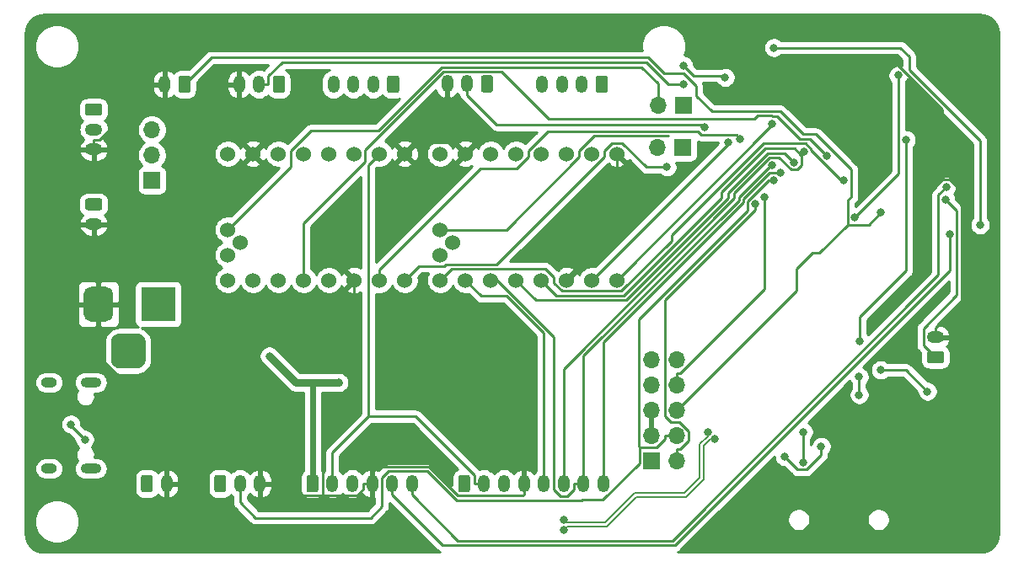
<source format=gbl>
G04 #@! TF.GenerationSoftware,KiCad,Pcbnew,(5.1.10)-1*
G04 #@! TF.CreationDate,2022-06-03T14:06:02+01:00*
G04 #@! TF.ProjectId,ESP32_Plotter_Controller_revB1,45535033-325f-4506-9c6f-747465725f43,rev?*
G04 #@! TF.SameCoordinates,Original*
G04 #@! TF.FileFunction,Copper,L2,Bot*
G04 #@! TF.FilePolarity,Positive*
%FSLAX46Y46*%
G04 Gerber Fmt 4.6, Leading zero omitted, Abs format (unit mm)*
G04 Created by KiCad (PCBNEW (5.1.10)-1) date 2022-06-03 14:06:02*
%MOMM*%
%LPD*%
G01*
G04 APERTURE LIST*
G04 #@! TA.AperFunction,ComponentPad*
%ADD10O,1.200000X1.750000*%
G04 #@! TD*
G04 #@! TA.AperFunction,ComponentPad*
%ADD11O,2.100000X1.000000*%
G04 #@! TD*
G04 #@! TA.AperFunction,ComponentPad*
%ADD12O,1.600000X1.000000*%
G04 #@! TD*
G04 #@! TA.AperFunction,ComponentPad*
%ADD13R,3.500000X3.500000*%
G04 #@! TD*
G04 #@! TA.AperFunction,ComponentPad*
%ADD14C,1.524000*%
G04 #@! TD*
G04 #@! TA.AperFunction,ComponentPad*
%ADD15O,1.700000X1.700000*%
G04 #@! TD*
G04 #@! TA.AperFunction,ComponentPad*
%ADD16R,1.700000X1.700000*%
G04 #@! TD*
G04 #@! TA.AperFunction,ComponentPad*
%ADD17O,1.750000X1.200000*%
G04 #@! TD*
G04 #@! TA.AperFunction,ViaPad*
%ADD18C,0.800000*%
G04 #@! TD*
G04 #@! TA.AperFunction,Conductor*
%ADD19C,0.250000*%
G04 #@! TD*
G04 #@! TA.AperFunction,Conductor*
%ADD20C,0.750000*%
G04 #@! TD*
G04 #@! TA.AperFunction,Conductor*
%ADD21C,0.600000*%
G04 #@! TD*
G04 #@! TA.AperFunction,Conductor*
%ADD22C,0.200000*%
G04 #@! TD*
G04 #@! TA.AperFunction,Conductor*
%ADD23C,0.254000*%
G04 #@! TD*
G04 #@! TA.AperFunction,Conductor*
%ADD24C,0.100000*%
G04 #@! TD*
G04 APERTURE END LIST*
D10*
X40227000Y-116840000D03*
G04 #@! TA.AperFunction,ComponentPad*
G36*
G01*
X37627000Y-117465001D02*
X37627000Y-116214999D01*
G75*
G02*
X37876999Y-115965000I249999J0D01*
G01*
X38577001Y-115965000D01*
G75*
G02*
X38827000Y-116214999I0J-249999D01*
G01*
X38827000Y-117465001D01*
G75*
G02*
X38577001Y-117715000I-249999J0D01*
G01*
X37876999Y-117715000D01*
G75*
G02*
X37627000Y-117465001I0J249999D01*
G01*
G37*
G04 #@! TD.AperFunction*
X84104000Y-116840000D03*
X82104000Y-116840000D03*
X80104000Y-116840000D03*
X78104000Y-116840000D03*
X76104000Y-116840000D03*
X74104000Y-116840000D03*
X72104000Y-116840000D03*
G04 #@! TA.AperFunction,ComponentPad*
G36*
G01*
X69504000Y-117465001D02*
X69504000Y-116214999D01*
G75*
G02*
X69753999Y-115965000I249999J0D01*
G01*
X70454001Y-115965000D01*
G75*
G02*
X70704000Y-116214999I0J-249999D01*
G01*
X70704000Y-117465001D01*
G75*
G02*
X70454001Y-117715000I-249999J0D01*
G01*
X69753999Y-117715000D01*
G75*
G02*
X69504000Y-117465001I0J249999D01*
G01*
G37*
G04 #@! TD.AperFunction*
X49593000Y-116840000D03*
X47593000Y-116840000D03*
G04 #@! TA.AperFunction,ComponentPad*
G36*
G01*
X44993000Y-117465001D02*
X44993000Y-116214999D01*
G75*
G02*
X45242999Y-115965000I249999J0D01*
G01*
X45943001Y-115965000D01*
G75*
G02*
X46193000Y-116214999I0J-249999D01*
G01*
X46193000Y-117465001D01*
G75*
G02*
X45943001Y-117715000I-249999J0D01*
G01*
X45242999Y-117715000D01*
G75*
G02*
X44993000Y-117465001I0J249999D01*
G01*
G37*
G04 #@! TD.AperFunction*
X64864000Y-116840000D03*
X62864000Y-116840000D03*
X60864000Y-116840000D03*
X58864000Y-116840000D03*
X56864000Y-116840000D03*
G04 #@! TA.AperFunction,ComponentPad*
G36*
G01*
X54264000Y-117465001D02*
X54264000Y-116214999D01*
G75*
G02*
X54513999Y-115965000I249999J0D01*
G01*
X55214001Y-115965000D01*
G75*
G02*
X55464000Y-116214999I0J-249999D01*
G01*
X55464000Y-117465001D01*
G75*
G02*
X55214001Y-117715000I-249999J0D01*
G01*
X54513999Y-117715000D01*
G75*
G02*
X54264000Y-117465001I0J249999D01*
G01*
G37*
G04 #@! TD.AperFunction*
D11*
X32594000Y-115318000D03*
X32594000Y-106678000D03*
D12*
X28414000Y-106678000D03*
X28414000Y-115318000D03*
G04 #@! TA.AperFunction,ComponentPad*
G36*
G01*
X34620000Y-104381000D02*
X34620000Y-102631000D01*
G75*
G02*
X35495000Y-101756000I875000J0D01*
G01*
X37245000Y-101756000D01*
G75*
G02*
X38120000Y-102631000I0J-875000D01*
G01*
X38120000Y-104381000D01*
G75*
G02*
X37245000Y-105256000I-875000J0D01*
G01*
X35495000Y-105256000D01*
G75*
G02*
X34620000Y-104381000I0J875000D01*
G01*
G37*
G04 #@! TD.AperFunction*
G04 #@! TA.AperFunction,ComponentPad*
G36*
G01*
X31870000Y-99806000D02*
X31870000Y-97806000D01*
G75*
G02*
X32620000Y-97056000I750000J0D01*
G01*
X34120000Y-97056000D01*
G75*
G02*
X34870000Y-97806000I0J-750000D01*
G01*
X34870000Y-99806000D01*
G75*
G02*
X34120000Y-100556000I-750000J0D01*
G01*
X32620000Y-100556000D01*
G75*
G02*
X31870000Y-99806000I0J750000D01*
G01*
G37*
G04 #@! TD.AperFunction*
D13*
X39370000Y-98806000D03*
D10*
X68408800Y-76657200D03*
X70408800Y-76657200D03*
G04 #@! TA.AperFunction,ComponentPad*
G36*
G01*
X73008800Y-76032199D02*
X73008800Y-77282201D01*
G75*
G02*
X72758801Y-77532200I-249999J0D01*
G01*
X72058799Y-77532200D01*
G75*
G02*
X71808800Y-77282201I0J249999D01*
G01*
X71808800Y-76032199D01*
G75*
G02*
X72058799Y-75782200I249999J0D01*
G01*
X72758801Y-75782200D01*
G75*
G02*
X73008800Y-76032199I0J-249999D01*
G01*
G37*
G04 #@! TD.AperFunction*
X47498500Y-76708000D03*
X49498500Y-76708000D03*
G04 #@! TA.AperFunction,ComponentPad*
G36*
G01*
X52098500Y-76082999D02*
X52098500Y-77333001D01*
G75*
G02*
X51848501Y-77583000I-249999J0D01*
G01*
X51148499Y-77583000D01*
G75*
G02*
X50898500Y-77333001I0J249999D01*
G01*
X50898500Y-76082999D01*
G75*
G02*
X51148499Y-75833000I249999J0D01*
G01*
X51848501Y-75833000D01*
G75*
G02*
X52098500Y-76082999I0J-249999D01*
G01*
G37*
G04 #@! TD.AperFunction*
X56979300Y-76708000D03*
X58979300Y-76708000D03*
X60979300Y-76708000D03*
G04 #@! TA.AperFunction,ComponentPad*
G36*
G01*
X63579300Y-76082999D02*
X63579300Y-77333001D01*
G75*
G02*
X63329301Y-77583000I-249999J0D01*
G01*
X62629299Y-77583000D01*
G75*
G02*
X62379300Y-77333001I0J249999D01*
G01*
X62379300Y-76082999D01*
G75*
G02*
X62629299Y-75833000I249999J0D01*
G01*
X63329301Y-75833000D01*
G75*
G02*
X63579300Y-76082999I0J-249999D01*
G01*
G37*
G04 #@! TD.AperFunction*
X77934300Y-76708000D03*
X79934300Y-76708000D03*
X81934300Y-76708000D03*
G04 #@! TA.AperFunction,ComponentPad*
G36*
G01*
X84534300Y-76082999D02*
X84534300Y-77333001D01*
G75*
G02*
X84284301Y-77583000I-249999J0D01*
G01*
X83584299Y-77583000D01*
G75*
G02*
X83334300Y-77333001I0J249999D01*
G01*
X83334300Y-76082999D01*
G75*
G02*
X83584299Y-75833000I249999J0D01*
G01*
X84284301Y-75833000D01*
G75*
G02*
X84534300Y-76082999I0J-249999D01*
G01*
G37*
G04 #@! TD.AperFunction*
X40024300Y-76708000D03*
G04 #@! TA.AperFunction,ComponentPad*
G36*
G01*
X42624300Y-76082999D02*
X42624300Y-77333001D01*
G75*
G02*
X42374301Y-77583000I-249999J0D01*
G01*
X41674299Y-77583000D01*
G75*
G02*
X41424300Y-77333001I0J249999D01*
G01*
X41424300Y-76082999D01*
G75*
G02*
X41674299Y-75833000I249999J0D01*
G01*
X42374301Y-75833000D01*
G75*
G02*
X42624300Y-76082999I0J-249999D01*
G01*
G37*
G04 #@! TD.AperFunction*
D14*
X68961000Y-92583000D03*
X67691000Y-91313000D03*
X67691000Y-93853000D03*
X85471000Y-96393000D03*
X82931000Y-96393000D03*
X80391000Y-96393000D03*
X77851000Y-96393000D03*
X75311000Y-96393000D03*
X72771000Y-96393000D03*
X70231000Y-96393000D03*
X67691000Y-96393000D03*
X67691000Y-83693000D03*
X70231000Y-83693000D03*
X72771000Y-83693000D03*
X75311000Y-83693000D03*
X77851000Y-83693000D03*
X80391000Y-83693000D03*
X82931000Y-83693000D03*
X85471000Y-83693000D03*
X47625000Y-92583000D03*
X46355000Y-91313000D03*
X46355000Y-93853000D03*
X64135000Y-96393000D03*
X61595000Y-96393000D03*
X59055000Y-96393000D03*
X56515000Y-96393000D03*
X53975000Y-96393000D03*
X51435000Y-96393000D03*
X48895000Y-96393000D03*
X46355000Y-96393000D03*
X46355000Y-83693000D03*
X48895000Y-83693000D03*
X51435000Y-83693000D03*
X53975000Y-83693000D03*
X56515000Y-83693000D03*
X59055000Y-83693000D03*
X61595000Y-83693000D03*
X64135000Y-83693000D03*
D15*
X89598500Y-78803500D03*
D16*
X92138500Y-78803500D03*
D15*
X89535000Y-83058000D03*
D16*
X92075000Y-83058000D03*
D15*
X38735000Y-81280000D03*
X38735000Y-83820000D03*
D16*
X38735000Y-86360000D03*
D15*
X91440000Y-104394000D03*
X88900000Y-104394000D03*
X91440000Y-106934000D03*
X88900000Y-106934000D03*
X91440000Y-109474000D03*
X88900000Y-109474000D03*
X91440000Y-112014000D03*
X88900000Y-112014000D03*
X91440000Y-114554000D03*
D16*
X88900000Y-114554000D03*
D17*
X32893000Y-90773000D03*
G04 #@! TA.AperFunction,ComponentPad*
G36*
G01*
X32267999Y-88173000D02*
X33518001Y-88173000D01*
G75*
G02*
X33768000Y-88422999I0J-249999D01*
G01*
X33768000Y-89123001D01*
G75*
G02*
X33518001Y-89373000I-249999J0D01*
G01*
X32267999Y-89373000D01*
G75*
G02*
X32018000Y-89123001I0J249999D01*
G01*
X32018000Y-88422999D01*
G75*
G02*
X32267999Y-88173000I249999J0D01*
G01*
G37*
G04 #@! TD.AperFunction*
X32893000Y-83248000D03*
X32893000Y-81248000D03*
G04 #@! TA.AperFunction,ComponentPad*
G36*
G01*
X32267999Y-78648000D02*
X33518001Y-78648000D01*
G75*
G02*
X33768000Y-78897999I0J-249999D01*
G01*
X33768000Y-79598001D01*
G75*
G02*
X33518001Y-79848000I-249999J0D01*
G01*
X32267999Y-79848000D01*
G75*
G02*
X32018000Y-79598001I0J249999D01*
G01*
X32018000Y-78897999D01*
G75*
G02*
X32267999Y-78648000I249999J0D01*
G01*
G37*
G04 #@! TD.AperFunction*
X117475000Y-102140000D03*
G04 #@! TA.AperFunction,ComponentPad*
G36*
G01*
X118100001Y-104740000D02*
X116849999Y-104740000D01*
G75*
G02*
X116600000Y-104490001I0J249999D01*
G01*
X116600000Y-103789999D01*
G75*
G02*
X116849999Y-103540000I249999J0D01*
G01*
X118100001Y-103540000D01*
G75*
G02*
X118350000Y-103789999I0J-249999D01*
G01*
X118350000Y-104490001D01*
G75*
G02*
X118100001Y-104740000I-249999J0D01*
G01*
G37*
G04 #@! TD.AperFunction*
D18*
X108013500Y-79184500D03*
X106934000Y-79184500D03*
X105791000Y-79184500D03*
X105854500Y-77978000D03*
X108013500Y-77851000D03*
X108077000Y-76644500D03*
X105791000Y-76581000D03*
X116508700Y-88108200D03*
X106805700Y-74738500D03*
X93876400Y-70485000D03*
X57657600Y-108179200D03*
X37987100Y-110650100D03*
X75565000Y-100711000D03*
X43942000Y-110236000D03*
X64795400Y-99491800D03*
X106950000Y-76628500D03*
X106950000Y-77898500D03*
X97815400Y-73329800D03*
X69088000Y-86106000D03*
X84074000Y-86741000D03*
X108077000Y-116840000D03*
X72072500Y-114109500D03*
X76454000Y-114109500D03*
X102298500Y-114109500D03*
X105981500Y-113093500D03*
X118880200Y-91774100D03*
X118566800Y-86995000D03*
X104215000Y-83476900D03*
X104203500Y-111633000D03*
X104159650Y-114700650D03*
X101054500Y-84848700D03*
X114510100Y-82291000D03*
X109855000Y-102489000D03*
X109791500Y-107913000D03*
X109791500Y-106108500D03*
X106553000Y-83883500D03*
X103255100Y-84568600D03*
X101905800Y-85629900D03*
X116649500Y-107569000D03*
X111951000Y-105410500D03*
X92138500Y-74803000D03*
X96329500Y-76009500D03*
X57531000Y-106680000D03*
X50546000Y-104013000D03*
X101065300Y-80645000D03*
X90485200Y-85025200D03*
X96642100Y-82533700D03*
X97842500Y-82197200D03*
X108269700Y-86349300D03*
X99319100Y-88748900D03*
X101201100Y-86371000D03*
X111945800Y-89609900D03*
X100315100Y-88051900D03*
X121933000Y-90846500D03*
X101219000Y-73025000D03*
X118458800Y-88294100D03*
X113700300Y-75815100D03*
X109363200Y-90050900D03*
X92178500Y-76748000D03*
X94270410Y-81062410D03*
X94561268Y-111642768D03*
X80137000Y-120442500D03*
X95303732Y-112385232D03*
X80137000Y-121492500D03*
X32004000Y-112395000D03*
X30607000Y-110871000D03*
D19*
X118151200Y-86265800D02*
X116508700Y-87908300D01*
X116508700Y-87908300D02*
X116508700Y-88108200D01*
X117475000Y-101214700D02*
X120064300Y-98625400D01*
X120064300Y-98625400D02*
X120064300Y-87461400D01*
X120064300Y-87461400D02*
X118868700Y-86265800D01*
X118868700Y-86265800D02*
X118151200Y-86265800D01*
X118151200Y-86265800D02*
X118151200Y-79240100D01*
X118151200Y-79240100D02*
X113649600Y-74738500D01*
X113649600Y-74738500D02*
X106805700Y-74738500D01*
X106805700Y-74738500D02*
X97999100Y-74738500D01*
X117475000Y-102140000D02*
X117475000Y-101214700D01*
X55915500Y-118048700D02*
X59308300Y-118048700D01*
X59308300Y-118048700D02*
X59938700Y-117418300D01*
X59938700Y-117418300D02*
X59938700Y-116840000D01*
X50518300Y-116840000D02*
X51727000Y-118048700D01*
X51727000Y-118048700D02*
X55915500Y-118048700D01*
X57657600Y-108179200D02*
X55915500Y-109921300D01*
X55915500Y-109921300D02*
X55915500Y-118048700D01*
X59055000Y-96393000D02*
X59055000Y-106781800D01*
X59055000Y-106781800D02*
X57657600Y-108179200D01*
X60864000Y-116840000D02*
X59938700Y-116840000D01*
X49593000Y-116840000D02*
X50518300Y-116840000D01*
X88900000Y-112014000D02*
X88900000Y-109474000D01*
X32893000Y-83248000D02*
X32893000Y-82322700D01*
X40024300Y-76708000D02*
X39099000Y-76708000D01*
X39099000Y-76708000D02*
X33484300Y-82322700D01*
X33484300Y-82322700D02*
X32893000Y-82322700D01*
X68408800Y-82542800D02*
X69080800Y-82542800D01*
X69080800Y-82542800D02*
X70231000Y-83693000D01*
X64135000Y-83693000D02*
X65285200Y-82542800D01*
X65285200Y-82542800D02*
X68408800Y-82542800D01*
X68408800Y-82542800D02*
X68408800Y-76657200D01*
X80391000Y-96393000D02*
X85471000Y-91313000D01*
X85471000Y-91313000D02*
X85471000Y-83693000D01*
X37987100Y-110650100D02*
X40227000Y-112890000D01*
X40227000Y-112890000D02*
X40227000Y-116840000D01*
X33370000Y-98806000D02*
X33370000Y-104012200D01*
X33370000Y-104012200D02*
X37987100Y-108629300D01*
X37987100Y-108629300D02*
X37987100Y-110650100D01*
X32893000Y-91698300D02*
X33370000Y-92175300D01*
X33370000Y-92175300D02*
X33370000Y-98806000D01*
X32893000Y-90773000D02*
X32893000Y-91698300D01*
X97599500Y-74338900D02*
X97799800Y-74539200D01*
X97799800Y-74539200D02*
X97729800Y-74469200D01*
X97999100Y-74738500D02*
X97799800Y-74539200D01*
X97599500Y-73545700D02*
X97599500Y-73926700D01*
X97815400Y-73329800D02*
X97599500Y-73545700D01*
X97599500Y-73926700D02*
X97599500Y-74338900D01*
X97599500Y-73215500D02*
X97599500Y-73926700D01*
X93876400Y-70615800D02*
X93876400Y-70485000D01*
X97599500Y-74338900D02*
X93876400Y-70615800D01*
X76015100Y-118053900D02*
X70804813Y-118053900D01*
X60864000Y-115715000D02*
X60864000Y-116840000D01*
X70790923Y-118040010D02*
X69471210Y-118040010D01*
X61455000Y-115124000D02*
X60864000Y-115715000D01*
X70804813Y-118053900D02*
X70790923Y-118040010D01*
X69471210Y-118040010D02*
X66555200Y-115124000D01*
X76104000Y-117965000D02*
X76015100Y-118053900D01*
X66555200Y-115124000D02*
X61455000Y-115124000D01*
X76104000Y-116840000D02*
X76104000Y-117965000D01*
X71818500Y-97980500D02*
X70231000Y-96393000D01*
X74358500Y-97980500D02*
X71818500Y-97980500D01*
X78104000Y-101726000D02*
X74358500Y-97980500D01*
X78104000Y-116840000D02*
X78104000Y-101726000D01*
X103614651Y-115425651D02*
X102298500Y-114109500D01*
X104507651Y-115425651D02*
X103614651Y-115425651D01*
X105981500Y-113951802D02*
X104507651Y-115425651D01*
X105981500Y-113093500D02*
X105981500Y-113951802D01*
X89039598Y-123005011D02*
X89059599Y-123025012D01*
X62864000Y-117965000D02*
X67904011Y-123005011D01*
X62864000Y-116840000D02*
X62864000Y-117965000D01*
X91280288Y-123025012D02*
X118880200Y-95425100D01*
X118880200Y-95425100D02*
X118880200Y-91774100D01*
X89059599Y-123025012D02*
X91280288Y-123025012D01*
X67904011Y-123005011D02*
X89039598Y-123005011D01*
X117727000Y-87834800D02*
X118566800Y-86995000D01*
X117727000Y-95874600D02*
X117727000Y-87834800D01*
X89245999Y-122575001D02*
X91026599Y-122575001D01*
X64864000Y-116840000D02*
X64864000Y-117965000D01*
X91026599Y-122575001D02*
X117727000Y-95874600D01*
X64864000Y-117965000D02*
X69454000Y-122555000D01*
X69454000Y-122555000D02*
X89225998Y-122555000D01*
X89225998Y-122555000D02*
X89245999Y-122575001D01*
X103910900Y-83781000D02*
X104027900Y-83898000D01*
X104027900Y-83898000D02*
X104027900Y-84821600D01*
X104027900Y-84821600D02*
X103555600Y-85293900D01*
X103555600Y-85293900D02*
X102954700Y-85293900D01*
X102954700Y-85293900D02*
X101750600Y-84089800D01*
X101750600Y-84089800D02*
X100771200Y-84089800D01*
X100771200Y-84089800D02*
X97242900Y-87618100D01*
X97242900Y-87618100D02*
X97242900Y-88175300D01*
X97242900Y-88175300D02*
X80104000Y-105314200D01*
X80104000Y-105314200D02*
X80104000Y-116840000D01*
X103910900Y-83781000D02*
X103288100Y-83158200D01*
X103288100Y-83158200D02*
X100349400Y-83158200D01*
X100349400Y-83158200D02*
X95930500Y-87577100D01*
X95930500Y-87577100D02*
X95930500Y-88134300D01*
X95930500Y-88134300D02*
X86132200Y-97932600D01*
X86132200Y-97932600D02*
X79390600Y-97932600D01*
X79390600Y-97932600D02*
X77851000Y-96393000D01*
X103910900Y-83781000D02*
X104215000Y-83476900D01*
X104203500Y-114656800D02*
X104159650Y-114700650D01*
X104203500Y-111633000D02*
X104203500Y-114656800D01*
X101054500Y-84848700D02*
X100919800Y-84848700D01*
X100919800Y-84848700D02*
X97693200Y-88075300D01*
X97693200Y-88075300D02*
X97693200Y-88361900D01*
X97693200Y-88361900D02*
X82104000Y-103951100D01*
X82104000Y-103951100D02*
X82104000Y-115639700D01*
X82104000Y-116840000D02*
X81178700Y-116840000D01*
X72771000Y-96393000D02*
X73409300Y-96393000D01*
X73409300Y-96393000D02*
X79104000Y-102087700D01*
X79104000Y-102087700D02*
X79104000Y-117439000D01*
X79104000Y-117439000D02*
X79759700Y-118094700D01*
X79759700Y-118094700D02*
X80502300Y-118094700D01*
X80502300Y-118094700D02*
X81178700Y-117418300D01*
X81178700Y-117418300D02*
X81178700Y-116840000D01*
X82104000Y-116840000D02*
X82104000Y-115639700D01*
X114510100Y-95434200D02*
X114510100Y-82291000D01*
X109829900Y-102463900D02*
X109855000Y-102489000D01*
X109829900Y-100114400D02*
X109829900Y-102463900D01*
X109829900Y-100114400D02*
X114510100Y-95434200D01*
X109791500Y-107913000D02*
X109791500Y-106108500D01*
X53975000Y-90676100D02*
X53975000Y-96393000D01*
X60165700Y-83316700D02*
X60165700Y-84485400D01*
X68054600Y-75427800D02*
X60165700Y-83316700D01*
X99245900Y-80197200D02*
X78626600Y-80197200D01*
X106553000Y-83883500D02*
X105029100Y-82359400D01*
X99564600Y-79878500D02*
X99245900Y-80197200D01*
X73857200Y-75427800D02*
X68054600Y-75427800D01*
X105029100Y-82359400D02*
X104881790Y-82212090D01*
X78626600Y-80197200D02*
X73857200Y-75427800D01*
X101065499Y-79919999D02*
X101033000Y-79887500D01*
X104881790Y-82212090D02*
X103802090Y-82212090D01*
X60165700Y-84485400D02*
X53975000Y-90676100D01*
X101033000Y-79878500D02*
X99564600Y-79878500D01*
X103802090Y-82212090D02*
X101509999Y-79919999D01*
X101509999Y-79919999D02*
X101065499Y-79919999D01*
X101033000Y-79887500D02*
X101033000Y-79878500D01*
X75311000Y-96393000D02*
X77337500Y-98419500D01*
X77337500Y-98419500D02*
X86348100Y-98419500D01*
X86348100Y-98419500D02*
X96606000Y-88161600D01*
X96606000Y-88161600D02*
X96606000Y-87616400D01*
X96606000Y-87616400D02*
X100613800Y-83608600D01*
X100613800Y-83608600D02*
X102295100Y-83608600D01*
X102295100Y-83608600D02*
X103255100Y-84568600D01*
X101905800Y-85629900D02*
X100775500Y-85629900D01*
X100775500Y-85629900D02*
X98143500Y-88261900D01*
X98143500Y-88261900D02*
X98143500Y-88548600D01*
X98143500Y-88548600D02*
X84104000Y-102588100D01*
X84104000Y-102588100D02*
X84104000Y-116840000D01*
X60492900Y-110102800D02*
X56864000Y-113731700D01*
X56864000Y-113731700D02*
X56864000Y-116840000D01*
X61595000Y-83693000D02*
X60492900Y-84795100D01*
X60492900Y-84795100D02*
X60492900Y-110102800D01*
X60492900Y-110102800D02*
X65251100Y-110102800D01*
X65251100Y-110102800D02*
X71178700Y-116030400D01*
X71178700Y-116030400D02*
X71178700Y-116840000D01*
X72104000Y-116840000D02*
X71178700Y-116840000D01*
X114491000Y-105410500D02*
X111951000Y-105410500D01*
X116649500Y-107569000D02*
X114491000Y-105410500D01*
X93154500Y-75819000D02*
X96329500Y-75819000D01*
X92138500Y-74803000D02*
X93154500Y-75819000D01*
X52705000Y-84963000D02*
X46355000Y-91313000D01*
X52705000Y-83382000D02*
X52705000Y-84963000D01*
X61484700Y-81360800D02*
X54726200Y-81360800D01*
X54726200Y-81360800D02*
X52705000Y-83382000D01*
X67868000Y-74977500D02*
X61484700Y-81360800D01*
X87931500Y-74977500D02*
X67868000Y-74977500D01*
X89598500Y-76644500D02*
X87931500Y-74977500D01*
X89598500Y-78803500D02*
X89598500Y-76644500D01*
X90658400Y-81881700D02*
X83191500Y-81881700D01*
X83191500Y-81881700D02*
X81661000Y-83412200D01*
X81661000Y-83412200D02*
X81661000Y-84010900D01*
X81661000Y-84010900D02*
X74358900Y-91313000D01*
X74358900Y-91313000D02*
X67691000Y-91313000D01*
D20*
X54864000Y-106680000D02*
X57531000Y-106680000D01*
X50546000Y-104013000D02*
X53213000Y-106680000D01*
X53213000Y-106680000D02*
X54864000Y-106680000D01*
D21*
X54864000Y-116840000D02*
X54864000Y-106680000D01*
D19*
X85471000Y-96393000D02*
X101065300Y-80798700D01*
X101065300Y-80798700D02*
X101065300Y-80645000D01*
X64135000Y-96393000D02*
X65574000Y-94954000D01*
X65574000Y-94954000D02*
X68127900Y-94954000D01*
X68127900Y-94954000D02*
X68273600Y-94808300D01*
X68273600Y-94808300D02*
X73362600Y-94808300D01*
X73362600Y-94808300D02*
X84201000Y-83969900D01*
X84201000Y-83969900D02*
X84201000Y-83372900D01*
X84201000Y-83372900D02*
X84968300Y-82605600D01*
X84968300Y-82605600D02*
X86007200Y-82605600D01*
X86007200Y-82605600D02*
X88426800Y-85025200D01*
X88426800Y-85025200D02*
X90485200Y-85025200D01*
X82931000Y-96393000D02*
X96642100Y-82681900D01*
X96642100Y-82681900D02*
X96642100Y-82533700D01*
X97442501Y-81797201D02*
X97842500Y-82197200D01*
X61595000Y-95315370D02*
X71772770Y-85137600D01*
X76581000Y-83969200D02*
X76581000Y-83389300D01*
X93932199Y-81797201D02*
X97442501Y-81797201D01*
X76581000Y-83389300D02*
X78557900Y-81412400D01*
X75412600Y-85137600D02*
X76581000Y-83969200D01*
X71772770Y-85137600D02*
X75412600Y-85137600D01*
X61595000Y-96393000D02*
X61595000Y-95315370D01*
X78557900Y-81412400D02*
X93547398Y-81412400D01*
X93547398Y-81412400D02*
X93932199Y-81797201D01*
X67691000Y-96393000D02*
X68825300Y-95258700D01*
X68825300Y-95258700D02*
X78298600Y-95258700D01*
X78298600Y-95258700D02*
X79121000Y-96081100D01*
X79121000Y-96081100D02*
X79121000Y-96671700D01*
X79121000Y-96671700D02*
X79931500Y-97482200D01*
X79931500Y-97482200D02*
X85919700Y-97482200D01*
X85919700Y-97482200D02*
X90932900Y-92469000D01*
X90932900Y-92469000D02*
X90932900Y-91886500D01*
X90932900Y-91886500D02*
X100157300Y-82662100D01*
X100157300Y-82662100D02*
X104450700Y-82662100D01*
X104450700Y-82662100D02*
X104973600Y-83185000D01*
X104973600Y-83185000D02*
X104973600Y-83329600D01*
X104973600Y-83329600D02*
X107993300Y-86349300D01*
X107993300Y-86349300D02*
X108269700Y-86349300D01*
X91440000Y-113378700D02*
X91807300Y-113378700D01*
X91807300Y-113378700D02*
X92642900Y-112543100D01*
X92642900Y-112543100D02*
X92642900Y-111550600D01*
X92642900Y-111550600D02*
X91741700Y-110649400D01*
X91741700Y-110649400D02*
X90857600Y-110649400D01*
X90857600Y-110649400D02*
X90255900Y-110047700D01*
X90255900Y-110047700D02*
X90255900Y-98346800D01*
X90255900Y-98346800D02*
X99319100Y-89283600D01*
X99319100Y-89283600D02*
X99319100Y-88748900D01*
X91440000Y-114554000D02*
X91440000Y-113378700D01*
X101201100Y-86371000D02*
X100671300Y-86371000D01*
X100671300Y-86371000D02*
X98593800Y-88448500D01*
X98593800Y-88448500D02*
X98593800Y-89372000D01*
X98593800Y-89372000D02*
X87650200Y-100315600D01*
X87650200Y-100315600D02*
X87650200Y-113114700D01*
X87650200Y-113114700D02*
X87724800Y-113189300D01*
X90264700Y-112014000D02*
X90264700Y-112381400D01*
X90264700Y-112381400D02*
X89456800Y-113189300D01*
X89456800Y-113189300D02*
X87724800Y-113189300D01*
X91440000Y-112014000D02*
X90264700Y-112014000D01*
X81982599Y-118485491D02*
X84057509Y-118485491D01*
X60706000Y-120269000D02*
X61864000Y-119111000D01*
X47593000Y-116840000D02*
X47593000Y-118713000D01*
X47593000Y-118713000D02*
X49149000Y-120269000D01*
X49149000Y-120269000D02*
X60706000Y-120269000D01*
X61864000Y-119111000D02*
X61864000Y-116246500D01*
X61864000Y-116246500D02*
X62536100Y-115574400D01*
X87722700Y-113191400D02*
X87724800Y-113189300D01*
X81922990Y-118545100D02*
X81982599Y-118485491D01*
X69339400Y-118545100D02*
X81922990Y-118545100D01*
X66368700Y-115574400D02*
X69339400Y-118545100D01*
X62536100Y-115574400D02*
X66368700Y-115574400D01*
X84057509Y-118485491D02*
X87722700Y-114820300D01*
X87722700Y-114820300D02*
X87722700Y-113191400D01*
X108619900Y-90808900D02*
X110746800Y-90808900D01*
X110746800Y-90808900D02*
X111945800Y-89609900D01*
X108619900Y-88384000D02*
X108619900Y-90808900D01*
X44691700Y-74040600D02*
X88589800Y-74040600D01*
X42024300Y-76708000D02*
X44691700Y-74040600D01*
X109013100Y-87990800D02*
X108619900Y-88384000D01*
X88589800Y-74040600D02*
X90165200Y-75616000D01*
X105457200Y-81740800D02*
X109013100Y-85296700D01*
X90165200Y-75616000D02*
X92119502Y-75616000D01*
X92119502Y-75616000D02*
X93408500Y-76904998D01*
X93408500Y-76904998D02*
X93408500Y-77851000D01*
X109013100Y-85296700D02*
X109013100Y-87990800D01*
X93408500Y-77851000D02*
X94985990Y-79428490D01*
X94985990Y-79428490D02*
X101843990Y-79428490D01*
X101843990Y-79428490D02*
X104156300Y-81740800D01*
X104156300Y-81740800D02*
X105457200Y-81740800D01*
X105792801Y-93635999D02*
X108619900Y-90808900D01*
X91440000Y-109474000D02*
X103499489Y-97414511D01*
X103499489Y-97414511D02*
X103499489Y-95262009D01*
X103499489Y-95262009D02*
X105125499Y-93635999D01*
X105125499Y-93635999D02*
X105792801Y-93635999D01*
X91440000Y-105758700D02*
X91807300Y-105758700D01*
X91807300Y-105758700D02*
X100315100Y-97250900D01*
X100315100Y-97250900D02*
X100315100Y-88051900D01*
X91440000Y-106934000D02*
X91440000Y-105758700D01*
X121933000Y-82385000D02*
X121933000Y-90846500D01*
X114801750Y-75253750D02*
X121933000Y-82385000D01*
X114801750Y-73907750D02*
X114801750Y-75253750D01*
X113919000Y-73025000D02*
X114801750Y-73907750D01*
X101219000Y-73025000D02*
X113919000Y-73025000D01*
X117475000Y-104140000D02*
X116251500Y-102916500D01*
X116251500Y-102916500D02*
X116251500Y-101233300D01*
X116251500Y-101233300D02*
X119605600Y-97879200D01*
X119605600Y-97879200D02*
X119605600Y-89440900D01*
X119605600Y-89440900D02*
X118458800Y-88294100D01*
X109363200Y-90050900D02*
X113700300Y-85713800D01*
X113700300Y-85713800D02*
X113700300Y-75815100D01*
X49498500Y-76708000D02*
X50423800Y-76708000D01*
X90660300Y-76748000D02*
X88403300Y-74491000D01*
X88403300Y-74491000D02*
X51831200Y-74491000D01*
X51831200Y-74491000D02*
X50423800Y-75898400D01*
X50423800Y-75898400D02*
X50423800Y-76708000D01*
X92178500Y-76748000D02*
X90660300Y-76748000D01*
X93949300Y-80741300D02*
X94270410Y-81062410D01*
X70408800Y-77782200D02*
X73367900Y-80741300D01*
X70408800Y-76657200D02*
X70408800Y-77782200D01*
X73367900Y-80741300D02*
X93949300Y-80741300D01*
D22*
X94561268Y-112067033D02*
X93755000Y-112873301D01*
X94561268Y-111642768D02*
X94561268Y-112067033D01*
X93755000Y-112873301D02*
X93755000Y-116238800D01*
X93755000Y-116238800D02*
X92235800Y-117758000D01*
X92235800Y-117758000D02*
X87219300Y-117758000D01*
X80437000Y-120742500D02*
X80137000Y-120442500D01*
X84234800Y-120742500D02*
X80437000Y-120742500D01*
X87219300Y-117758000D02*
X84234800Y-120742500D01*
X94879467Y-112385232D02*
X94205000Y-113059699D01*
X95303732Y-112385232D02*
X94879467Y-112385232D01*
X94205000Y-113059699D02*
X94205000Y-116425200D01*
X94205000Y-116425200D02*
X92422200Y-118208000D01*
X92422200Y-118208000D02*
X87405700Y-118208000D01*
X80437000Y-121192500D02*
X80137000Y-121492500D01*
X84421200Y-121192500D02*
X80437000Y-121192500D01*
X87405700Y-118208000D02*
X84421200Y-121192500D01*
D19*
X32004000Y-112395000D02*
X30988000Y-111379000D01*
X30607000Y-110998000D02*
X30607000Y-110871000D01*
X30988000Y-111379000D02*
X30607000Y-110998000D01*
D23*
X122284545Y-69723409D02*
X122635208Y-69829280D01*
X122958625Y-70001244D01*
X123242484Y-70232754D01*
X123475965Y-70514986D01*
X123650183Y-70837195D01*
X123758502Y-71187114D01*
X123800000Y-71581943D01*
X123800001Y-121824211D01*
X123761091Y-122221045D01*
X123655220Y-122571706D01*
X123483257Y-122895123D01*
X123251748Y-123178982D01*
X122969514Y-123412465D01*
X122647304Y-123586684D01*
X122297385Y-123695002D01*
X121902557Y-123736500D01*
X91552947Y-123736500D01*
X91572535Y-123730558D01*
X91704564Y-123659986D01*
X91820289Y-123565013D01*
X91844092Y-123536009D01*
X95029889Y-120350212D01*
X102595000Y-120350212D01*
X102595000Y-120573788D01*
X102638617Y-120793067D01*
X102724176Y-120999624D01*
X102848388Y-121185520D01*
X103006480Y-121343612D01*
X103192376Y-121467824D01*
X103398933Y-121553383D01*
X103618212Y-121597000D01*
X103841788Y-121597000D01*
X104061067Y-121553383D01*
X104267624Y-121467824D01*
X104453520Y-121343612D01*
X104611612Y-121185520D01*
X104735824Y-120999624D01*
X104821383Y-120793067D01*
X104865000Y-120573788D01*
X104865000Y-120350212D01*
X110595000Y-120350212D01*
X110595000Y-120573788D01*
X110638617Y-120793067D01*
X110724176Y-120999624D01*
X110848388Y-121185520D01*
X111006480Y-121343612D01*
X111192376Y-121467824D01*
X111398933Y-121553383D01*
X111618212Y-121597000D01*
X111841788Y-121597000D01*
X112061067Y-121553383D01*
X112267624Y-121467824D01*
X112453520Y-121343612D01*
X112611612Y-121185520D01*
X112735824Y-120999624D01*
X112821383Y-120793067D01*
X112865000Y-120573788D01*
X112865000Y-120350212D01*
X112821383Y-120130933D01*
X112735824Y-119924376D01*
X112611612Y-119738480D01*
X112453520Y-119580388D01*
X112267624Y-119456176D01*
X112061067Y-119370617D01*
X111841788Y-119327000D01*
X111618212Y-119327000D01*
X111398933Y-119370617D01*
X111192376Y-119456176D01*
X111006480Y-119580388D01*
X110848388Y-119738480D01*
X110724176Y-119924376D01*
X110638617Y-120130933D01*
X110595000Y-120350212D01*
X104865000Y-120350212D01*
X104821383Y-120130933D01*
X104735824Y-119924376D01*
X104611612Y-119738480D01*
X104453520Y-119580388D01*
X104267624Y-119456176D01*
X104061067Y-119370617D01*
X103841788Y-119327000D01*
X103618212Y-119327000D01*
X103398933Y-119370617D01*
X103192376Y-119456176D01*
X103006480Y-119580388D01*
X102848388Y-119738480D01*
X102724176Y-119924376D01*
X102638617Y-120130933D01*
X102595000Y-120350212D01*
X95029889Y-120350212D01*
X101263500Y-114116601D01*
X101263500Y-114211439D01*
X101303274Y-114411398D01*
X101381295Y-114599756D01*
X101494563Y-114769274D01*
X101638726Y-114913437D01*
X101808244Y-115026705D01*
X101996602Y-115104726D01*
X102196561Y-115144500D01*
X102258699Y-115144500D01*
X103050852Y-115936654D01*
X103074650Y-115965652D01*
X103164025Y-116039000D01*
X103190375Y-116060625D01*
X103322404Y-116131197D01*
X103465665Y-116174654D01*
X103614651Y-116189328D01*
X103651984Y-116185651D01*
X104470329Y-116185651D01*
X104507651Y-116189327D01*
X104544973Y-116185651D01*
X104544984Y-116185651D01*
X104656637Y-116174654D01*
X104799898Y-116131197D01*
X104931927Y-116060625D01*
X105047652Y-115965652D01*
X105071455Y-115936648D01*
X106492503Y-114515601D01*
X106521501Y-114491803D01*
X106616474Y-114376078D01*
X106687046Y-114244049D01*
X106730503Y-114100788D01*
X106741500Y-113989135D01*
X106741500Y-113989126D01*
X106745176Y-113951803D01*
X106741500Y-113914480D01*
X106741500Y-113797211D01*
X106785437Y-113753274D01*
X106898705Y-113583756D01*
X106976726Y-113395398D01*
X107016500Y-113195439D01*
X107016500Y-112991561D01*
X106976726Y-112791602D01*
X106898705Y-112603244D01*
X106785437Y-112433726D01*
X106641274Y-112289563D01*
X106471756Y-112176295D01*
X106283398Y-112098274D01*
X106083439Y-112058500D01*
X105879561Y-112058500D01*
X105679602Y-112098274D01*
X105491244Y-112176295D01*
X105321726Y-112289563D01*
X105177563Y-112433726D01*
X105064295Y-112603244D01*
X104986274Y-112791602D01*
X104963500Y-112906096D01*
X104963500Y-112336711D01*
X105007437Y-112292774D01*
X105120705Y-112123256D01*
X105198726Y-111934898D01*
X105238500Y-111734939D01*
X105238500Y-111531061D01*
X105198726Y-111331102D01*
X105120705Y-111142744D01*
X105007437Y-110973226D01*
X104863274Y-110829063D01*
X104693756Y-110715795D01*
X104672932Y-110707169D01*
X108847071Y-106533031D01*
X108874295Y-106598756D01*
X108987563Y-106768274D01*
X109031501Y-106812212D01*
X109031500Y-107209289D01*
X108987563Y-107253226D01*
X108874295Y-107422744D01*
X108796274Y-107611102D01*
X108756500Y-107811061D01*
X108756500Y-108014939D01*
X108796274Y-108214898D01*
X108874295Y-108403256D01*
X108987563Y-108572774D01*
X109131726Y-108716937D01*
X109301244Y-108830205D01*
X109489602Y-108908226D01*
X109689561Y-108948000D01*
X109893439Y-108948000D01*
X110093398Y-108908226D01*
X110281756Y-108830205D01*
X110451274Y-108716937D01*
X110595437Y-108572774D01*
X110708705Y-108403256D01*
X110786726Y-108214898D01*
X110826500Y-108014939D01*
X110826500Y-107811061D01*
X110786726Y-107611102D01*
X110708705Y-107422744D01*
X110595437Y-107253226D01*
X110551500Y-107209289D01*
X110551500Y-106812211D01*
X110595437Y-106768274D01*
X110708705Y-106598756D01*
X110786726Y-106410398D01*
X110826500Y-106210439D01*
X110826500Y-106006561D01*
X110786726Y-105806602D01*
X110708705Y-105618244D01*
X110595437Y-105448726D01*
X110455272Y-105308561D01*
X110916000Y-105308561D01*
X110916000Y-105512439D01*
X110955774Y-105712398D01*
X111033795Y-105900756D01*
X111147063Y-106070274D01*
X111291226Y-106214437D01*
X111460744Y-106327705D01*
X111649102Y-106405726D01*
X111849061Y-106445500D01*
X112052939Y-106445500D01*
X112252898Y-106405726D01*
X112441256Y-106327705D01*
X112610774Y-106214437D01*
X112654711Y-106170500D01*
X114176199Y-106170500D01*
X115614500Y-107608802D01*
X115614500Y-107670939D01*
X115654274Y-107870898D01*
X115732295Y-108059256D01*
X115845563Y-108228774D01*
X115989726Y-108372937D01*
X116159244Y-108486205D01*
X116347602Y-108564226D01*
X116547561Y-108604000D01*
X116751439Y-108604000D01*
X116951398Y-108564226D01*
X117139756Y-108486205D01*
X117309274Y-108372937D01*
X117453437Y-108228774D01*
X117566705Y-108059256D01*
X117644726Y-107870898D01*
X117684500Y-107670939D01*
X117684500Y-107467061D01*
X117644726Y-107267102D01*
X117566705Y-107078744D01*
X117453437Y-106909226D01*
X117309274Y-106765063D01*
X117139756Y-106651795D01*
X116951398Y-106573774D01*
X116751439Y-106534000D01*
X116689302Y-106534000D01*
X115054804Y-104899503D01*
X115031001Y-104870499D01*
X114915276Y-104775526D01*
X114783247Y-104704954D01*
X114639986Y-104661497D01*
X114528333Y-104650500D01*
X114528322Y-104650500D01*
X114491000Y-104646824D01*
X114453678Y-104650500D01*
X112654711Y-104650500D01*
X112610774Y-104606563D01*
X112441256Y-104493295D01*
X112252898Y-104415274D01*
X112052939Y-104375500D01*
X111849061Y-104375500D01*
X111649102Y-104415274D01*
X111460744Y-104493295D01*
X111291226Y-104606563D01*
X111147063Y-104750726D01*
X111033795Y-104920244D01*
X110955774Y-105108602D01*
X110916000Y-105308561D01*
X110455272Y-105308561D01*
X110451274Y-105304563D01*
X110281756Y-105191295D01*
X110216031Y-105164071D01*
X118845600Y-96534502D01*
X118845600Y-97564398D01*
X115740498Y-100669501D01*
X115711500Y-100693299D01*
X115687702Y-100722297D01*
X115687701Y-100722298D01*
X115616526Y-100809024D01*
X115545954Y-100941054D01*
X115525894Y-101007185D01*
X115502498Y-101084314D01*
X115496324Y-101147001D01*
X115487824Y-101233300D01*
X115491501Y-101270632D01*
X115491500Y-102879177D01*
X115487824Y-102916500D01*
X115491500Y-102953822D01*
X115491500Y-102953832D01*
X115502497Y-103065485D01*
X115527762Y-103148774D01*
X115545954Y-103208746D01*
X115616526Y-103340776D01*
X115625554Y-103351776D01*
X115711499Y-103456501D01*
X115740503Y-103480304D01*
X115969842Y-103709644D01*
X115961928Y-103789999D01*
X115961928Y-104490001D01*
X115978992Y-104663255D01*
X116029528Y-104829851D01*
X116111595Y-104983387D01*
X116222038Y-105117962D01*
X116356613Y-105228405D01*
X116510149Y-105310472D01*
X116676745Y-105361008D01*
X116849999Y-105378072D01*
X118100001Y-105378072D01*
X118273255Y-105361008D01*
X118439851Y-105310472D01*
X118593387Y-105228405D01*
X118727962Y-105117962D01*
X118838405Y-104983387D01*
X118920472Y-104829851D01*
X118971008Y-104663255D01*
X118988072Y-104490001D01*
X118988072Y-103789999D01*
X118971008Y-103616745D01*
X118920472Y-103450149D01*
X118838405Y-103296613D01*
X118727962Y-103162038D01*
X118593387Y-103051595D01*
X118588594Y-103049033D01*
X118713078Y-102923474D01*
X118847421Y-102720533D01*
X118939591Y-102495282D01*
X118943462Y-102457609D01*
X118818731Y-102267000D01*
X117602000Y-102267000D01*
X117602000Y-102287000D01*
X117348000Y-102287000D01*
X117348000Y-102267000D01*
X117328000Y-102267000D01*
X117328000Y-102013000D01*
X117348000Y-102013000D01*
X117348000Y-101993000D01*
X117602000Y-101993000D01*
X117602000Y-102013000D01*
X118818731Y-102013000D01*
X118943462Y-101822391D01*
X118939591Y-101784718D01*
X118847421Y-101559467D01*
X118713078Y-101356526D01*
X118541725Y-101183693D01*
X118339946Y-101047610D01*
X118115496Y-100953507D01*
X117877000Y-100905000D01*
X117654601Y-100905000D01*
X120116604Y-98442998D01*
X120145601Y-98419201D01*
X120240574Y-98303476D01*
X120311146Y-98171447D01*
X120354603Y-98028186D01*
X120365600Y-97916533D01*
X120365600Y-97916525D01*
X120369276Y-97879200D01*
X120365600Y-97841875D01*
X120365600Y-89478222D01*
X120369276Y-89440899D01*
X120365600Y-89403576D01*
X120365600Y-89403567D01*
X120354603Y-89291914D01*
X120311146Y-89148653D01*
X120302780Y-89133002D01*
X120240574Y-89016623D01*
X120169399Y-88929897D01*
X120145601Y-88900899D01*
X120116603Y-88877101D01*
X119493800Y-88254299D01*
X119493800Y-88192161D01*
X119454026Y-87992202D01*
X119376005Y-87803844D01*
X119314186Y-87711325D01*
X119370737Y-87654774D01*
X119484005Y-87485256D01*
X119562026Y-87296898D01*
X119601800Y-87096939D01*
X119601800Y-86893061D01*
X119562026Y-86693102D01*
X119484005Y-86504744D01*
X119370737Y-86335226D01*
X119226574Y-86191063D01*
X119057056Y-86077795D01*
X118868698Y-85999774D01*
X118668739Y-85960000D01*
X118464861Y-85960000D01*
X118264902Y-85999774D01*
X118076544Y-86077795D01*
X117907026Y-86191063D01*
X117762863Y-86335226D01*
X117649595Y-86504744D01*
X117571574Y-86693102D01*
X117531800Y-86893061D01*
X117531800Y-86955199D01*
X117215998Y-87271001D01*
X117187000Y-87294799D01*
X117163202Y-87323797D01*
X117163201Y-87323798D01*
X117092026Y-87410524D01*
X117021454Y-87542554D01*
X117003262Y-87602528D01*
X116977998Y-87685814D01*
X116975232Y-87713900D01*
X116963324Y-87834800D01*
X116967001Y-87872132D01*
X116967000Y-95559798D01*
X110674412Y-101852386D01*
X110658937Y-101829226D01*
X110589900Y-101760189D01*
X110589900Y-100429201D01*
X115021104Y-95997998D01*
X115050101Y-95974201D01*
X115145074Y-95858476D01*
X115215646Y-95726447D01*
X115259103Y-95583186D01*
X115270100Y-95471533D01*
X115270100Y-95471524D01*
X115273776Y-95434201D01*
X115270100Y-95396878D01*
X115270100Y-82994711D01*
X115314037Y-82950774D01*
X115427305Y-82781256D01*
X115505326Y-82592898D01*
X115545100Y-82392939D01*
X115545100Y-82189061D01*
X115505326Y-81989102D01*
X115427305Y-81800744D01*
X115314037Y-81631226D01*
X115169874Y-81487063D01*
X115000356Y-81373795D01*
X114811998Y-81295774D01*
X114612039Y-81256000D01*
X114460300Y-81256000D01*
X114460300Y-76518811D01*
X114504237Y-76474874D01*
X114617505Y-76305356D01*
X114664676Y-76191477D01*
X121173000Y-82699803D01*
X121173001Y-90142788D01*
X121129063Y-90186726D01*
X121015795Y-90356244D01*
X120937774Y-90544602D01*
X120898000Y-90744561D01*
X120898000Y-90948439D01*
X120937774Y-91148398D01*
X121015795Y-91336756D01*
X121129063Y-91506274D01*
X121273226Y-91650437D01*
X121442744Y-91763705D01*
X121631102Y-91841726D01*
X121831061Y-91881500D01*
X122034939Y-91881500D01*
X122234898Y-91841726D01*
X122423256Y-91763705D01*
X122592774Y-91650437D01*
X122736937Y-91506274D01*
X122850205Y-91336756D01*
X122928226Y-91148398D01*
X122968000Y-90948439D01*
X122968000Y-90744561D01*
X122928226Y-90544602D01*
X122850205Y-90356244D01*
X122736937Y-90186726D01*
X122693000Y-90142789D01*
X122693000Y-82422322D01*
X122696676Y-82384999D01*
X122693000Y-82347676D01*
X122693000Y-82347667D01*
X122682003Y-82236014D01*
X122638546Y-82092753D01*
X122567974Y-81960724D01*
X122548873Y-81937449D01*
X122496799Y-81873996D01*
X122496795Y-81873992D01*
X122473001Y-81844999D01*
X122444009Y-81821206D01*
X115561750Y-74938949D01*
X115561750Y-73945072D01*
X115565426Y-73907749D01*
X115561750Y-73870426D01*
X115561750Y-73870417D01*
X115550753Y-73758764D01*
X115507296Y-73615503D01*
X115480302Y-73565001D01*
X115436724Y-73483473D01*
X115365549Y-73396747D01*
X115341751Y-73367749D01*
X115312754Y-73343952D01*
X114482803Y-72514002D01*
X114459001Y-72484999D01*
X114343276Y-72390026D01*
X114211247Y-72319454D01*
X114067986Y-72275997D01*
X113956333Y-72265000D01*
X113956322Y-72265000D01*
X113919000Y-72261324D01*
X113881678Y-72265000D01*
X101922711Y-72265000D01*
X101878774Y-72221063D01*
X101709256Y-72107795D01*
X101520898Y-72029774D01*
X101320939Y-71990000D01*
X101117061Y-71990000D01*
X100917102Y-72029774D01*
X100728744Y-72107795D01*
X100559226Y-72221063D01*
X100415063Y-72365226D01*
X100301795Y-72534744D01*
X100223774Y-72723102D01*
X100184000Y-72923061D01*
X100184000Y-73126939D01*
X100223774Y-73326898D01*
X100301795Y-73515256D01*
X100415063Y-73684774D01*
X100559226Y-73828937D01*
X100728744Y-73942205D01*
X100917102Y-74020226D01*
X101117061Y-74060000D01*
X101320939Y-74060000D01*
X101520898Y-74020226D01*
X101709256Y-73942205D01*
X101878774Y-73828937D01*
X101922711Y-73785000D01*
X113604199Y-73785000D01*
X114041750Y-74222552D01*
X114041751Y-74836257D01*
X114002198Y-74819874D01*
X113802239Y-74780100D01*
X113598361Y-74780100D01*
X113398402Y-74819874D01*
X113210044Y-74897895D01*
X113040526Y-75011163D01*
X112896363Y-75155326D01*
X112783095Y-75324844D01*
X112705074Y-75513202D01*
X112665300Y-75713161D01*
X112665300Y-75917039D01*
X112705074Y-76116998D01*
X112783095Y-76305356D01*
X112896363Y-76474874D01*
X112940301Y-76518812D01*
X112940300Y-85398998D01*
X109379900Y-88959399D01*
X109379900Y-88698801D01*
X109524097Y-88554604D01*
X109553101Y-88530801D01*
X109648074Y-88415076D01*
X109718646Y-88283047D01*
X109762103Y-88139786D01*
X109773100Y-88028133D01*
X109773100Y-88028125D01*
X109776776Y-87990800D01*
X109773100Y-87953475D01*
X109773100Y-85334022D01*
X109776776Y-85296699D01*
X109773100Y-85259377D01*
X109773100Y-85259367D01*
X109762103Y-85147714D01*
X109718646Y-85004453D01*
X109700544Y-84970587D01*
X109648074Y-84872423D01*
X109576899Y-84785697D01*
X109553101Y-84756699D01*
X109524104Y-84732902D01*
X106021004Y-81229803D01*
X105997201Y-81200799D01*
X105881476Y-81105826D01*
X105749447Y-81035254D01*
X105606186Y-80991797D01*
X105494533Y-80980800D01*
X105494522Y-80980800D01*
X105457200Y-80977124D01*
X105419878Y-80980800D01*
X104471102Y-80980800D01*
X102407794Y-78917493D01*
X102383991Y-78888489D01*
X102268266Y-78793516D01*
X102136237Y-78722944D01*
X101992976Y-78679487D01*
X101881323Y-78668490D01*
X101881312Y-78668490D01*
X101843990Y-78664814D01*
X101806668Y-78668490D01*
X95300792Y-78668490D01*
X94168500Y-77536199D01*
X94168500Y-76942320D01*
X94172176Y-76904997D01*
X94168500Y-76867674D01*
X94168500Y-76867665D01*
X94157503Y-76756012D01*
X94114046Y-76612751D01*
X94096005Y-76579000D01*
X95465244Y-76579000D01*
X95525563Y-76669274D01*
X95669726Y-76813437D01*
X95839244Y-76926705D01*
X96027602Y-77004726D01*
X96227561Y-77044500D01*
X96431439Y-77044500D01*
X96631398Y-77004726D01*
X96819756Y-76926705D01*
X96989274Y-76813437D01*
X97133437Y-76669274D01*
X97246705Y-76499756D01*
X97324726Y-76311398D01*
X97364500Y-76111439D01*
X97364500Y-75907561D01*
X97324726Y-75707602D01*
X97246705Y-75519244D01*
X97133437Y-75349726D01*
X96989274Y-75205563D01*
X96819756Y-75092295D01*
X96631398Y-75014274D01*
X96431439Y-74974500D01*
X96227561Y-74974500D01*
X96027602Y-75014274D01*
X95919625Y-75059000D01*
X93469302Y-75059000D01*
X93173500Y-74763199D01*
X93173500Y-74701061D01*
X93133726Y-74501102D01*
X93055705Y-74312744D01*
X92942437Y-74143226D01*
X92798274Y-73999063D01*
X92628756Y-73885795D01*
X92440398Y-73807774D01*
X92240439Y-73768000D01*
X92228780Y-73768000D01*
X92319110Y-73549925D01*
X92405000Y-73118128D01*
X92405000Y-72677872D01*
X92319110Y-72246075D01*
X92150631Y-71839331D01*
X91906038Y-71473271D01*
X91594729Y-71161962D01*
X91228669Y-70917369D01*
X90821925Y-70748890D01*
X90390128Y-70663000D01*
X89949872Y-70663000D01*
X89518075Y-70748890D01*
X89111331Y-70917369D01*
X88745271Y-71161962D01*
X88433962Y-71473271D01*
X88189369Y-71839331D01*
X88020890Y-72246075D01*
X87935000Y-72677872D01*
X87935000Y-73118128D01*
X87967318Y-73280600D01*
X44729022Y-73280600D01*
X44691699Y-73276924D01*
X44654376Y-73280600D01*
X44654367Y-73280600D01*
X44542714Y-73291597D01*
X44399453Y-73335054D01*
X44267424Y-73405626D01*
X44151699Y-73500599D01*
X44127901Y-73529597D01*
X42454656Y-75202842D01*
X42374301Y-75194928D01*
X41674299Y-75194928D01*
X41501045Y-75211992D01*
X41334449Y-75262528D01*
X41180913Y-75344595D01*
X41046338Y-75455038D01*
X40935895Y-75589613D01*
X40933333Y-75594406D01*
X40807774Y-75469922D01*
X40604833Y-75335579D01*
X40379582Y-75243409D01*
X40341909Y-75239538D01*
X40151300Y-75364269D01*
X40151300Y-76581000D01*
X40171300Y-76581000D01*
X40171300Y-76835000D01*
X40151300Y-76835000D01*
X40151300Y-78051731D01*
X40341909Y-78176462D01*
X40379582Y-78172591D01*
X40604833Y-78080421D01*
X40807774Y-77946078D01*
X40933333Y-77821594D01*
X40935895Y-77826387D01*
X41046338Y-77960962D01*
X41180913Y-78071405D01*
X41334449Y-78153472D01*
X41501045Y-78204008D01*
X41674299Y-78221072D01*
X42374301Y-78221072D01*
X42547555Y-78204008D01*
X42714151Y-78153472D01*
X42867687Y-78071405D01*
X43002262Y-77960962D01*
X43112705Y-77826387D01*
X43194772Y-77672851D01*
X43245308Y-77506255D01*
X43262372Y-77333001D01*
X43262372Y-76835000D01*
X46263500Y-76835000D01*
X46263500Y-77110000D01*
X46312007Y-77348496D01*
X46406110Y-77572946D01*
X46542193Y-77774725D01*
X46715026Y-77946078D01*
X46917967Y-78080421D01*
X47143218Y-78172591D01*
X47180891Y-78176462D01*
X47371500Y-78051731D01*
X47371500Y-76835000D01*
X46263500Y-76835000D01*
X43262372Y-76835000D01*
X43262372Y-76544729D01*
X43501101Y-76306000D01*
X46263500Y-76306000D01*
X46263500Y-76581000D01*
X47371500Y-76581000D01*
X47371500Y-75364269D01*
X47180891Y-75239538D01*
X47143218Y-75243409D01*
X46917967Y-75335579D01*
X46715026Y-75469922D01*
X46542193Y-75641275D01*
X46406110Y-75843054D01*
X46312007Y-76067504D01*
X46263500Y-76306000D01*
X43501101Y-76306000D01*
X45006502Y-74800600D01*
X50446799Y-74800600D01*
X49963817Y-75283582D01*
X49740602Y-75215870D01*
X49498500Y-75192025D01*
X49256399Y-75215870D01*
X49023600Y-75286489D01*
X48809052Y-75401167D01*
X48620999Y-75555498D01*
X48498020Y-75705349D01*
X48454807Y-75641275D01*
X48281974Y-75469922D01*
X48079033Y-75335579D01*
X47853782Y-75243409D01*
X47816109Y-75239538D01*
X47625500Y-75364269D01*
X47625500Y-76581000D01*
X47645500Y-76581000D01*
X47645500Y-76835000D01*
X47625500Y-76835000D01*
X47625500Y-78051731D01*
X47816109Y-78176462D01*
X47853782Y-78172591D01*
X48079033Y-78080421D01*
X48281974Y-77946078D01*
X48454807Y-77774725D01*
X48498019Y-77710651D01*
X48620998Y-77860502D01*
X48809051Y-78014833D01*
X49023599Y-78129511D01*
X49256398Y-78200130D01*
X49498500Y-78223975D01*
X49740601Y-78200130D01*
X49973400Y-78129511D01*
X50187948Y-78014833D01*
X50376002Y-77860502D01*
X50407691Y-77821889D01*
X50410095Y-77826387D01*
X50520538Y-77960962D01*
X50655113Y-78071405D01*
X50808649Y-78153472D01*
X50975245Y-78204008D01*
X51148499Y-78221072D01*
X51848501Y-78221072D01*
X52021755Y-78204008D01*
X52188351Y-78153472D01*
X52341887Y-78071405D01*
X52476462Y-77960962D01*
X52586905Y-77826387D01*
X52668972Y-77672851D01*
X52719508Y-77506255D01*
X52736572Y-77333001D01*
X52736572Y-76082999D01*
X52719508Y-75909745D01*
X52668972Y-75743149D01*
X52586905Y-75589613D01*
X52476462Y-75455038D01*
X52341887Y-75344595D01*
X52188351Y-75262528D01*
X52150348Y-75251000D01*
X56621391Y-75251000D01*
X56504400Y-75286489D01*
X56289852Y-75401167D01*
X56101799Y-75555498D01*
X55947468Y-75743551D01*
X55832789Y-75958099D01*
X55762170Y-76190898D01*
X55744300Y-76372335D01*
X55744300Y-77043664D01*
X55762170Y-77225101D01*
X55832789Y-77457900D01*
X55947467Y-77672448D01*
X56101798Y-77860502D01*
X56289851Y-78014833D01*
X56504399Y-78129511D01*
X56737198Y-78200130D01*
X56979300Y-78223975D01*
X57221401Y-78200130D01*
X57454200Y-78129511D01*
X57668748Y-78014833D01*
X57856802Y-77860502D01*
X57979300Y-77711237D01*
X58101798Y-77860502D01*
X58289851Y-78014833D01*
X58504399Y-78129511D01*
X58737198Y-78200130D01*
X58979300Y-78223975D01*
X59221401Y-78200130D01*
X59454200Y-78129511D01*
X59668748Y-78014833D01*
X59856802Y-77860502D01*
X59979300Y-77711237D01*
X60101798Y-77860502D01*
X60289851Y-78014833D01*
X60504399Y-78129511D01*
X60737198Y-78200130D01*
X60979300Y-78223975D01*
X61221401Y-78200130D01*
X61454200Y-78129511D01*
X61668748Y-78014833D01*
X61856802Y-77860502D01*
X61888491Y-77821889D01*
X61890895Y-77826387D01*
X62001338Y-77960962D01*
X62135913Y-78071405D01*
X62289449Y-78153472D01*
X62456045Y-78204008D01*
X62629299Y-78221072D01*
X63329301Y-78221072D01*
X63502555Y-78204008D01*
X63594617Y-78176082D01*
X61169899Y-80600800D01*
X54763522Y-80600800D01*
X54726199Y-80597124D01*
X54688876Y-80600800D01*
X54688867Y-80600800D01*
X54577214Y-80611797D01*
X54433953Y-80655254D01*
X54301924Y-80725826D01*
X54301922Y-80725827D01*
X54301923Y-80725827D01*
X54215196Y-80797001D01*
X54215192Y-80797005D01*
X54186199Y-80820799D01*
X54162405Y-80849792D01*
X52364927Y-82647272D01*
X52325535Y-82607880D01*
X52096727Y-82454995D01*
X51842490Y-82349686D01*
X51572592Y-82296000D01*
X51297408Y-82296000D01*
X51027510Y-82349686D01*
X50773273Y-82454995D01*
X50544465Y-82607880D01*
X50349880Y-82802465D01*
X50196995Y-83031273D01*
X50167308Y-83102943D01*
X50162636Y-83089977D01*
X50100656Y-82974020D01*
X49860565Y-82907040D01*
X49074605Y-83693000D01*
X49860565Y-84478960D01*
X50100656Y-84411980D01*
X50164485Y-84276240D01*
X50196995Y-84354727D01*
X50349880Y-84583535D01*
X50544465Y-84778120D01*
X50773273Y-84931005D01*
X51027510Y-85036314D01*
X51297408Y-85090000D01*
X51503198Y-85090000D01*
X46646571Y-89946628D01*
X46492592Y-89916000D01*
X46217408Y-89916000D01*
X45947510Y-89969686D01*
X45693273Y-90074995D01*
X45464465Y-90227880D01*
X45269880Y-90422465D01*
X45116995Y-90651273D01*
X45011686Y-90905510D01*
X44958000Y-91175408D01*
X44958000Y-91450592D01*
X45011686Y-91720490D01*
X45116995Y-91974727D01*
X45269880Y-92203535D01*
X45464465Y-92398120D01*
X45693273Y-92551005D01*
X45770515Y-92583000D01*
X45693273Y-92614995D01*
X45464465Y-92767880D01*
X45269880Y-92962465D01*
X45116995Y-93191273D01*
X45011686Y-93445510D01*
X44958000Y-93715408D01*
X44958000Y-93990592D01*
X45011686Y-94260490D01*
X45116995Y-94514727D01*
X45269880Y-94743535D01*
X45464465Y-94938120D01*
X45693273Y-95091005D01*
X45770515Y-95123000D01*
X45693273Y-95154995D01*
X45464465Y-95307880D01*
X45269880Y-95502465D01*
X45116995Y-95731273D01*
X45011686Y-95985510D01*
X44958000Y-96255408D01*
X44958000Y-96530592D01*
X45011686Y-96800490D01*
X45116995Y-97054727D01*
X45269880Y-97283535D01*
X45464465Y-97478120D01*
X45693273Y-97631005D01*
X45947510Y-97736314D01*
X46217408Y-97790000D01*
X46492592Y-97790000D01*
X46762490Y-97736314D01*
X47016727Y-97631005D01*
X47245535Y-97478120D01*
X47440120Y-97283535D01*
X47593005Y-97054727D01*
X47625000Y-96977485D01*
X47656995Y-97054727D01*
X47809880Y-97283535D01*
X48004465Y-97478120D01*
X48233273Y-97631005D01*
X48487510Y-97736314D01*
X48757408Y-97790000D01*
X49032592Y-97790000D01*
X49302490Y-97736314D01*
X49556727Y-97631005D01*
X49785535Y-97478120D01*
X49980120Y-97283535D01*
X50133005Y-97054727D01*
X50165000Y-96977485D01*
X50196995Y-97054727D01*
X50349880Y-97283535D01*
X50544465Y-97478120D01*
X50773273Y-97631005D01*
X51027510Y-97736314D01*
X51297408Y-97790000D01*
X51572592Y-97790000D01*
X51842490Y-97736314D01*
X52096727Y-97631005D01*
X52325535Y-97478120D01*
X52520120Y-97283535D01*
X52673005Y-97054727D01*
X52705000Y-96977485D01*
X52736995Y-97054727D01*
X52889880Y-97283535D01*
X53084465Y-97478120D01*
X53313273Y-97631005D01*
X53567510Y-97736314D01*
X53837408Y-97790000D01*
X54112592Y-97790000D01*
X54382490Y-97736314D01*
X54636727Y-97631005D01*
X54865535Y-97478120D01*
X55060120Y-97283535D01*
X55213005Y-97054727D01*
X55245000Y-96977485D01*
X55276995Y-97054727D01*
X55429880Y-97283535D01*
X55624465Y-97478120D01*
X55853273Y-97631005D01*
X56107510Y-97736314D01*
X56377408Y-97790000D01*
X56652592Y-97790000D01*
X56922490Y-97736314D01*
X57176727Y-97631005D01*
X57405535Y-97478120D01*
X57600120Y-97283535D01*
X57753005Y-97054727D01*
X57782692Y-96983057D01*
X57787364Y-96996023D01*
X57849344Y-97111980D01*
X58089435Y-97178960D01*
X58875395Y-96393000D01*
X58089435Y-95607040D01*
X57849344Y-95674020D01*
X57785515Y-95809760D01*
X57753005Y-95731273D01*
X57600120Y-95502465D01*
X57405535Y-95307880D01*
X57176727Y-95154995D01*
X56922490Y-95049686D01*
X56652592Y-94996000D01*
X56377408Y-94996000D01*
X56107510Y-95049686D01*
X55853273Y-95154995D01*
X55624465Y-95307880D01*
X55429880Y-95502465D01*
X55276995Y-95731273D01*
X55245000Y-95808515D01*
X55213005Y-95731273D01*
X55060120Y-95502465D01*
X54865535Y-95307880D01*
X54735000Y-95220659D01*
X54735000Y-90990901D01*
X59732900Y-85993002D01*
X59732900Y-95168027D01*
X59524952Y-95070244D01*
X59257865Y-95003977D01*
X58982983Y-94991090D01*
X58710867Y-95032078D01*
X58451977Y-95125364D01*
X58336020Y-95187344D01*
X58269040Y-95427435D01*
X59055000Y-96213395D01*
X59069143Y-96199253D01*
X59248748Y-96378858D01*
X59234605Y-96393000D01*
X59248748Y-96407143D01*
X59069143Y-96586748D01*
X59055000Y-96572605D01*
X58269040Y-97358565D01*
X58336020Y-97598656D01*
X58585048Y-97715756D01*
X58852135Y-97782023D01*
X59127017Y-97794910D01*
X59399133Y-97753922D01*
X59658023Y-97660636D01*
X59732901Y-97620613D01*
X59732901Y-109787997D01*
X56353003Y-113167896D01*
X56323999Y-113191699D01*
X56285993Y-113238010D01*
X56229026Y-113307424D01*
X56163507Y-113430000D01*
X56158454Y-113439454D01*
X56114997Y-113582715D01*
X56104000Y-113694368D01*
X56104000Y-113694378D01*
X56100324Y-113731700D01*
X56104000Y-113769023D01*
X56104001Y-115591066D01*
X55986498Y-115687498D01*
X55954809Y-115726111D01*
X55952405Y-115721613D01*
X55841962Y-115587038D01*
X55799000Y-115551780D01*
X55799000Y-107690000D01*
X57303377Y-107690000D01*
X57429061Y-107715000D01*
X57632939Y-107715000D01*
X57832898Y-107675226D01*
X58021256Y-107597205D01*
X58190774Y-107483937D01*
X58334937Y-107339774D01*
X58448205Y-107170256D01*
X58526226Y-106981898D01*
X58566000Y-106781939D01*
X58566000Y-106578061D01*
X58526226Y-106378102D01*
X58448205Y-106189744D01*
X58334937Y-106020226D01*
X58190774Y-105876063D01*
X58021256Y-105762795D01*
X57832898Y-105684774D01*
X57632939Y-105645000D01*
X57429061Y-105645000D01*
X57303377Y-105670000D01*
X53631356Y-105670000D01*
X51421132Y-103459777D01*
X51349937Y-103353226D01*
X51205774Y-103209063D01*
X51036256Y-103095795D01*
X50847898Y-103017774D01*
X50647939Y-102978000D01*
X50444061Y-102978000D01*
X50244102Y-103017774D01*
X50055744Y-103095795D01*
X49886226Y-103209063D01*
X49742063Y-103353226D01*
X49628795Y-103522744D01*
X49550774Y-103711102D01*
X49511000Y-103911061D01*
X49511000Y-104114939D01*
X49550774Y-104314898D01*
X49628795Y-104503256D01*
X49742063Y-104672774D01*
X49886226Y-104816937D01*
X49992777Y-104888132D01*
X52463744Y-107359100D01*
X52495367Y-107397633D01*
X52649160Y-107523847D01*
X52733587Y-107568974D01*
X52824620Y-107617632D01*
X53015005Y-107675385D01*
X53213000Y-107694886D01*
X53262608Y-107690000D01*
X53929001Y-107690000D01*
X53929000Y-115551780D01*
X53886038Y-115587038D01*
X53775595Y-115721613D01*
X53693528Y-115875149D01*
X53642992Y-116041745D01*
X53625928Y-116214999D01*
X53625928Y-117465001D01*
X53642992Y-117638255D01*
X53693528Y-117804851D01*
X53775595Y-117958387D01*
X53886038Y-118092962D01*
X54020613Y-118203405D01*
X54174149Y-118285472D01*
X54340745Y-118336008D01*
X54513999Y-118353072D01*
X55214001Y-118353072D01*
X55387255Y-118336008D01*
X55553851Y-118285472D01*
X55707387Y-118203405D01*
X55841962Y-118092962D01*
X55952405Y-117958387D01*
X55954810Y-117953888D01*
X55986499Y-117992502D01*
X56174552Y-118146833D01*
X56389100Y-118261511D01*
X56621899Y-118332130D01*
X56864000Y-118355975D01*
X57106102Y-118332130D01*
X57338901Y-118261511D01*
X57553449Y-118146833D01*
X57741502Y-117992502D01*
X57864000Y-117843237D01*
X57986499Y-117992502D01*
X58174552Y-118146833D01*
X58389100Y-118261511D01*
X58621899Y-118332130D01*
X58864000Y-118355975D01*
X59106102Y-118332130D01*
X59338901Y-118261511D01*
X59553449Y-118146833D01*
X59741502Y-117992502D01*
X59864481Y-117842652D01*
X59907693Y-117906725D01*
X60080526Y-118078078D01*
X60283467Y-118212421D01*
X60508718Y-118304591D01*
X60546391Y-118308462D01*
X60737000Y-118183731D01*
X60737000Y-116967000D01*
X60717000Y-116967000D01*
X60717000Y-116713000D01*
X60737000Y-116713000D01*
X60737000Y-115496269D01*
X60546391Y-115371538D01*
X60508718Y-115375409D01*
X60283467Y-115467579D01*
X60080526Y-115601922D01*
X59907693Y-115773275D01*
X59864481Y-115837348D01*
X59741502Y-115687498D01*
X59553448Y-115533167D01*
X59338900Y-115418489D01*
X59106101Y-115347870D01*
X58864000Y-115324025D01*
X58621898Y-115347870D01*
X58389099Y-115418489D01*
X58174551Y-115533167D01*
X57986498Y-115687498D01*
X57864000Y-115836763D01*
X57741502Y-115687498D01*
X57624000Y-115591067D01*
X57624000Y-114046501D01*
X60807702Y-110862800D01*
X64936299Y-110862800D01*
X69455487Y-115381988D01*
X69414149Y-115394528D01*
X69260613Y-115476595D01*
X69126038Y-115587038D01*
X69015595Y-115721613D01*
X68933528Y-115875149D01*
X68882992Y-116041745D01*
X68865928Y-116214999D01*
X68865928Y-116996826D01*
X66932504Y-115063403D01*
X66908701Y-115034399D01*
X66792976Y-114939426D01*
X66660947Y-114868854D01*
X66517686Y-114825397D01*
X66406033Y-114814400D01*
X66406022Y-114814400D01*
X66368700Y-114810724D01*
X66331378Y-114814400D01*
X62573423Y-114814400D01*
X62536100Y-114810724D01*
X62498777Y-114814400D01*
X62498767Y-114814400D01*
X62387114Y-114825397D01*
X62243853Y-114868854D01*
X62111823Y-114939426D01*
X62032256Y-115004726D01*
X61996099Y-115034399D01*
X61972300Y-115063398D01*
X61518894Y-115516805D01*
X61444533Y-115467579D01*
X61219282Y-115375409D01*
X61181609Y-115371538D01*
X60991000Y-115496269D01*
X60991000Y-116713000D01*
X61011000Y-116713000D01*
X61011000Y-116967000D01*
X60991000Y-116967000D01*
X60991000Y-118183731D01*
X61104000Y-118257676D01*
X61104000Y-118796198D01*
X60391199Y-119509000D01*
X49463802Y-119509000D01*
X48353000Y-118398199D01*
X48353000Y-118088933D01*
X48470502Y-117992502D01*
X48593481Y-117842652D01*
X48636693Y-117906725D01*
X48809526Y-118078078D01*
X49012467Y-118212421D01*
X49237718Y-118304591D01*
X49275391Y-118308462D01*
X49466000Y-118183731D01*
X49466000Y-116967000D01*
X49720000Y-116967000D01*
X49720000Y-118183731D01*
X49910609Y-118308462D01*
X49948282Y-118304591D01*
X50173533Y-118212421D01*
X50376474Y-118078078D01*
X50549307Y-117906725D01*
X50685390Y-117704946D01*
X50779493Y-117480496D01*
X50828000Y-117242000D01*
X50828000Y-116967000D01*
X49720000Y-116967000D01*
X49466000Y-116967000D01*
X49446000Y-116967000D01*
X49446000Y-116713000D01*
X49466000Y-116713000D01*
X49466000Y-115496269D01*
X49720000Y-115496269D01*
X49720000Y-116713000D01*
X50828000Y-116713000D01*
X50828000Y-116438000D01*
X50779493Y-116199504D01*
X50685390Y-115975054D01*
X50549307Y-115773275D01*
X50376474Y-115601922D01*
X50173533Y-115467579D01*
X49948282Y-115375409D01*
X49910609Y-115371538D01*
X49720000Y-115496269D01*
X49466000Y-115496269D01*
X49275391Y-115371538D01*
X49237718Y-115375409D01*
X49012467Y-115467579D01*
X48809526Y-115601922D01*
X48636693Y-115773275D01*
X48593481Y-115837348D01*
X48470502Y-115687498D01*
X48282448Y-115533167D01*
X48067900Y-115418489D01*
X47835101Y-115347870D01*
X47593000Y-115324025D01*
X47350898Y-115347870D01*
X47118099Y-115418489D01*
X46903551Y-115533167D01*
X46715498Y-115687498D01*
X46683809Y-115726111D01*
X46681405Y-115721613D01*
X46570962Y-115587038D01*
X46436387Y-115476595D01*
X46282851Y-115394528D01*
X46116255Y-115343992D01*
X45943001Y-115326928D01*
X45242999Y-115326928D01*
X45069745Y-115343992D01*
X44903149Y-115394528D01*
X44749613Y-115476595D01*
X44615038Y-115587038D01*
X44504595Y-115721613D01*
X44422528Y-115875149D01*
X44371992Y-116041745D01*
X44354928Y-116214999D01*
X44354928Y-117465001D01*
X44371992Y-117638255D01*
X44422528Y-117804851D01*
X44504595Y-117958387D01*
X44615038Y-118092962D01*
X44749613Y-118203405D01*
X44903149Y-118285472D01*
X45069745Y-118336008D01*
X45242999Y-118353072D01*
X45943001Y-118353072D01*
X46116255Y-118336008D01*
X46282851Y-118285472D01*
X46436387Y-118203405D01*
X46570962Y-118092962D01*
X46681405Y-117958387D01*
X46683810Y-117953888D01*
X46715499Y-117992502D01*
X46833001Y-118088933D01*
X46833001Y-118675668D01*
X46829324Y-118713000D01*
X46833001Y-118750333D01*
X46843643Y-118858376D01*
X46843998Y-118861985D01*
X46887454Y-119005246D01*
X46958026Y-119137276D01*
X46993150Y-119180074D01*
X47053000Y-119253001D01*
X47081998Y-119276799D01*
X48585201Y-120780003D01*
X48608999Y-120809001D01*
X48724724Y-120903974D01*
X48856753Y-120974546D01*
X49000014Y-121018003D01*
X49111667Y-121029000D01*
X49111676Y-121029000D01*
X49148999Y-121032676D01*
X49186322Y-121029000D01*
X60668678Y-121029000D01*
X60706000Y-121032676D01*
X60743322Y-121029000D01*
X60743333Y-121029000D01*
X60854986Y-121018003D01*
X60998247Y-120974546D01*
X61130276Y-120903974D01*
X61246001Y-120809001D01*
X61269804Y-120779997D01*
X62375004Y-119674798D01*
X62404001Y-119651001D01*
X62498974Y-119535276D01*
X62569546Y-119403247D01*
X62613003Y-119259986D01*
X62624000Y-119148333D01*
X62624000Y-119148324D01*
X62627676Y-119111001D01*
X62624000Y-119073678D01*
X62624000Y-118799801D01*
X67340211Y-123516013D01*
X67364010Y-123545012D01*
X67393008Y-123568810D01*
X67479734Y-123639985D01*
X67572358Y-123689494D01*
X67611764Y-123710557D01*
X67697288Y-123736500D01*
X27972279Y-123736500D01*
X27575455Y-123697591D01*
X27224794Y-123591720D01*
X26901377Y-123419757D01*
X26617518Y-123188248D01*
X26384035Y-122906014D01*
X26209816Y-122583804D01*
X26101498Y-122233885D01*
X26060000Y-121839057D01*
X26060000Y-120429872D01*
X26975000Y-120429872D01*
X26975000Y-120870128D01*
X27060890Y-121301925D01*
X27229369Y-121708669D01*
X27473962Y-122074729D01*
X27785271Y-122386038D01*
X28151331Y-122630631D01*
X28558075Y-122799110D01*
X28989872Y-122885000D01*
X29430128Y-122885000D01*
X29861925Y-122799110D01*
X30268669Y-122630631D01*
X30634729Y-122386038D01*
X30946038Y-122074729D01*
X31190631Y-121708669D01*
X31359110Y-121301925D01*
X31445000Y-120870128D01*
X31445000Y-120429872D01*
X31359110Y-119998075D01*
X31190631Y-119591331D01*
X30946038Y-119225271D01*
X30634729Y-118913962D01*
X30268669Y-118669369D01*
X29861925Y-118500890D01*
X29430128Y-118415000D01*
X28989872Y-118415000D01*
X28558075Y-118500890D01*
X28151331Y-118669369D01*
X27785271Y-118913962D01*
X27473962Y-119225271D01*
X27229369Y-119591331D01*
X27060890Y-119998075D01*
X26975000Y-120429872D01*
X26060000Y-120429872D01*
X26060000Y-115318000D01*
X26973509Y-115318000D01*
X26995423Y-115540499D01*
X27060324Y-115754447D01*
X27165716Y-115951623D01*
X27307551Y-116124449D01*
X27480377Y-116266284D01*
X27677553Y-116371676D01*
X27891501Y-116436577D01*
X28058248Y-116453000D01*
X28769752Y-116453000D01*
X28936499Y-116436577D01*
X29150447Y-116371676D01*
X29347623Y-116266284D01*
X29520449Y-116124449D01*
X29662284Y-115951623D01*
X29767676Y-115754447D01*
X29832577Y-115540499D01*
X29854491Y-115318000D01*
X29832577Y-115095501D01*
X29767676Y-114881553D01*
X29662284Y-114684377D01*
X29520449Y-114511551D01*
X29347623Y-114369716D01*
X29150447Y-114264324D01*
X28936499Y-114199423D01*
X28769752Y-114183000D01*
X28058248Y-114183000D01*
X27891501Y-114199423D01*
X27677553Y-114264324D01*
X27480377Y-114369716D01*
X27307551Y-114511551D01*
X27165716Y-114684377D01*
X27060324Y-114881553D01*
X26995423Y-115095501D01*
X26973509Y-115318000D01*
X26060000Y-115318000D01*
X26060000Y-110769061D01*
X29572000Y-110769061D01*
X29572000Y-110972939D01*
X29611774Y-111172898D01*
X29689795Y-111361256D01*
X29803063Y-111530774D01*
X29947226Y-111674937D01*
X30116744Y-111788205D01*
X30305102Y-111866226D01*
X30424094Y-111889895D01*
X30424201Y-111890002D01*
X30969000Y-112434802D01*
X30969000Y-112496939D01*
X31008774Y-112696898D01*
X31086795Y-112885256D01*
X31200063Y-113054774D01*
X31344226Y-113198937D01*
X31374913Y-113219442D01*
X31318319Y-113276036D01*
X31213259Y-113433269D01*
X31140892Y-113607978D01*
X31104000Y-113793448D01*
X31104000Y-113982552D01*
X31140892Y-114168022D01*
X31213259Y-114342731D01*
X31294715Y-114464638D01*
X31237551Y-114511551D01*
X31095716Y-114684377D01*
X30990324Y-114881553D01*
X30925423Y-115095501D01*
X30903509Y-115318000D01*
X30925423Y-115540499D01*
X30990324Y-115754447D01*
X31095716Y-115951623D01*
X31237551Y-116124449D01*
X31410377Y-116266284D01*
X31607553Y-116371676D01*
X31821501Y-116436577D01*
X31988248Y-116453000D01*
X33199752Y-116453000D01*
X33366499Y-116436577D01*
X33580447Y-116371676D01*
X33777623Y-116266284D01*
X33840113Y-116214999D01*
X36988928Y-116214999D01*
X36988928Y-117465001D01*
X37005992Y-117638255D01*
X37056528Y-117804851D01*
X37138595Y-117958387D01*
X37249038Y-118092962D01*
X37383613Y-118203405D01*
X37537149Y-118285472D01*
X37703745Y-118336008D01*
X37876999Y-118353072D01*
X38577001Y-118353072D01*
X38750255Y-118336008D01*
X38916851Y-118285472D01*
X39070387Y-118203405D01*
X39204962Y-118092962D01*
X39315405Y-117958387D01*
X39317967Y-117953594D01*
X39443526Y-118078078D01*
X39646467Y-118212421D01*
X39871718Y-118304591D01*
X39909391Y-118308462D01*
X40100000Y-118183731D01*
X40100000Y-116967000D01*
X40354000Y-116967000D01*
X40354000Y-118183731D01*
X40544609Y-118308462D01*
X40582282Y-118304591D01*
X40807533Y-118212421D01*
X41010474Y-118078078D01*
X41183307Y-117906725D01*
X41319390Y-117704946D01*
X41413493Y-117480496D01*
X41462000Y-117242000D01*
X41462000Y-116967000D01*
X40354000Y-116967000D01*
X40100000Y-116967000D01*
X40080000Y-116967000D01*
X40080000Y-116713000D01*
X40100000Y-116713000D01*
X40100000Y-115496269D01*
X40354000Y-115496269D01*
X40354000Y-116713000D01*
X41462000Y-116713000D01*
X41462000Y-116438000D01*
X41413493Y-116199504D01*
X41319390Y-115975054D01*
X41183307Y-115773275D01*
X41010474Y-115601922D01*
X40807533Y-115467579D01*
X40582282Y-115375409D01*
X40544609Y-115371538D01*
X40354000Y-115496269D01*
X40100000Y-115496269D01*
X39909391Y-115371538D01*
X39871718Y-115375409D01*
X39646467Y-115467579D01*
X39443526Y-115601922D01*
X39317967Y-115726406D01*
X39315405Y-115721613D01*
X39204962Y-115587038D01*
X39070387Y-115476595D01*
X38916851Y-115394528D01*
X38750255Y-115343992D01*
X38577001Y-115326928D01*
X37876999Y-115326928D01*
X37703745Y-115343992D01*
X37537149Y-115394528D01*
X37383613Y-115476595D01*
X37249038Y-115587038D01*
X37138595Y-115721613D01*
X37056528Y-115875149D01*
X37005992Y-116041745D01*
X36988928Y-116214999D01*
X33840113Y-116214999D01*
X33950449Y-116124449D01*
X34092284Y-115951623D01*
X34197676Y-115754447D01*
X34262577Y-115540499D01*
X34284491Y-115318000D01*
X34262577Y-115095501D01*
X34197676Y-114881553D01*
X34092284Y-114684377D01*
X33950449Y-114511551D01*
X33777623Y-114369716D01*
X33580447Y-114264324D01*
X33366499Y-114199423D01*
X33199752Y-114183000D01*
X32980904Y-114183000D01*
X32987108Y-114168022D01*
X33024000Y-113982552D01*
X33024000Y-113793448D01*
X32987108Y-113607978D01*
X32914741Y-113433269D01*
X32809681Y-113276036D01*
X32698178Y-113164533D01*
X32807937Y-113054774D01*
X32921205Y-112885256D01*
X32999226Y-112696898D01*
X33039000Y-112496939D01*
X33039000Y-112293061D01*
X32999226Y-112093102D01*
X32921205Y-111904744D01*
X32807937Y-111735226D01*
X32663774Y-111591063D01*
X32494256Y-111477795D01*
X32305898Y-111399774D01*
X32105939Y-111360000D01*
X32043802Y-111360000D01*
X31642000Y-110958199D01*
X31642000Y-110769061D01*
X31602226Y-110569102D01*
X31524205Y-110380744D01*
X31410937Y-110211226D01*
X31266774Y-110067063D01*
X31097256Y-109953795D01*
X30908898Y-109875774D01*
X30708939Y-109836000D01*
X30505061Y-109836000D01*
X30305102Y-109875774D01*
X30116744Y-109953795D01*
X29947226Y-110067063D01*
X29803063Y-110211226D01*
X29689795Y-110380744D01*
X29611774Y-110569102D01*
X29572000Y-110769061D01*
X26060000Y-110769061D01*
X26060000Y-106678000D01*
X26973509Y-106678000D01*
X26995423Y-106900499D01*
X27060324Y-107114447D01*
X27165716Y-107311623D01*
X27307551Y-107484449D01*
X27480377Y-107626284D01*
X27677553Y-107731676D01*
X27891501Y-107796577D01*
X28058248Y-107813000D01*
X28769752Y-107813000D01*
X28936499Y-107796577D01*
X29150447Y-107731676D01*
X29347623Y-107626284D01*
X29520449Y-107484449D01*
X29662284Y-107311623D01*
X29767676Y-107114447D01*
X29832577Y-106900499D01*
X29854491Y-106678000D01*
X30903509Y-106678000D01*
X30925423Y-106900499D01*
X30990324Y-107114447D01*
X31095716Y-107311623D01*
X31237551Y-107484449D01*
X31294715Y-107531362D01*
X31213259Y-107653269D01*
X31140892Y-107827978D01*
X31104000Y-108013448D01*
X31104000Y-108202552D01*
X31140892Y-108388022D01*
X31213259Y-108562731D01*
X31318319Y-108719964D01*
X31452036Y-108853681D01*
X31609269Y-108958741D01*
X31783978Y-109031108D01*
X31969448Y-109068000D01*
X32158552Y-109068000D01*
X32344022Y-109031108D01*
X32518731Y-108958741D01*
X32675964Y-108853681D01*
X32809681Y-108719964D01*
X32914741Y-108562731D01*
X32987108Y-108388022D01*
X33024000Y-108202552D01*
X33024000Y-108013448D01*
X32987108Y-107827978D01*
X32980904Y-107813000D01*
X33199752Y-107813000D01*
X33366499Y-107796577D01*
X33580447Y-107731676D01*
X33777623Y-107626284D01*
X33950449Y-107484449D01*
X34092284Y-107311623D01*
X34197676Y-107114447D01*
X34262577Y-106900499D01*
X34284491Y-106678000D01*
X34262577Y-106455501D01*
X34197676Y-106241553D01*
X34092284Y-106044377D01*
X33950449Y-105871551D01*
X33777623Y-105729716D01*
X33580447Y-105624324D01*
X33366499Y-105559423D01*
X33199752Y-105543000D01*
X31988248Y-105543000D01*
X31821501Y-105559423D01*
X31607553Y-105624324D01*
X31410377Y-105729716D01*
X31237551Y-105871551D01*
X31095716Y-106044377D01*
X30990324Y-106241553D01*
X30925423Y-106455501D01*
X30903509Y-106678000D01*
X29854491Y-106678000D01*
X29832577Y-106455501D01*
X29767676Y-106241553D01*
X29662284Y-106044377D01*
X29520449Y-105871551D01*
X29347623Y-105729716D01*
X29150447Y-105624324D01*
X28936499Y-105559423D01*
X28769752Y-105543000D01*
X28058248Y-105543000D01*
X27891501Y-105559423D01*
X27677553Y-105624324D01*
X27480377Y-105729716D01*
X27307551Y-105871551D01*
X27165716Y-106044377D01*
X27060324Y-106241553D01*
X26995423Y-106455501D01*
X26973509Y-106678000D01*
X26060000Y-106678000D01*
X26060000Y-102631000D01*
X33981928Y-102631000D01*
X33981928Y-104381000D01*
X34011001Y-104676186D01*
X34097104Y-104960028D01*
X34236927Y-105221618D01*
X34425097Y-105450903D01*
X34654382Y-105639073D01*
X34915972Y-105778896D01*
X35199814Y-105864999D01*
X35495000Y-105894072D01*
X37245000Y-105894072D01*
X37540186Y-105864999D01*
X37824028Y-105778896D01*
X38085618Y-105639073D01*
X38314903Y-105450903D01*
X38503073Y-105221618D01*
X38642896Y-104960028D01*
X38728999Y-104676186D01*
X38758072Y-104381000D01*
X38758072Y-102631000D01*
X38728999Y-102335814D01*
X38642896Y-102051972D01*
X38503073Y-101790382D01*
X38314903Y-101561097D01*
X38085618Y-101372927D01*
X37824028Y-101233104D01*
X37695357Y-101194072D01*
X41120000Y-101194072D01*
X41244482Y-101181812D01*
X41364180Y-101145502D01*
X41474494Y-101086537D01*
X41571185Y-101007185D01*
X41650537Y-100910494D01*
X41709502Y-100800180D01*
X41745812Y-100680482D01*
X41758072Y-100556000D01*
X41758072Y-97056000D01*
X41745812Y-96931518D01*
X41709502Y-96811820D01*
X41650537Y-96701506D01*
X41571185Y-96604815D01*
X41474494Y-96525463D01*
X41364180Y-96466498D01*
X41244482Y-96430188D01*
X41120000Y-96417928D01*
X37620000Y-96417928D01*
X37495518Y-96430188D01*
X37375820Y-96466498D01*
X37265506Y-96525463D01*
X37168815Y-96604815D01*
X37089463Y-96701506D01*
X37030498Y-96811820D01*
X36994188Y-96931518D01*
X36981928Y-97056000D01*
X36981928Y-100556000D01*
X36994188Y-100680482D01*
X37030498Y-100800180D01*
X37089463Y-100910494D01*
X37168815Y-101007185D01*
X37265506Y-101086537D01*
X37342131Y-101127494D01*
X37245000Y-101117928D01*
X35495000Y-101117928D01*
X35199814Y-101147001D01*
X34915972Y-101233104D01*
X34654382Y-101372927D01*
X34425097Y-101561097D01*
X34236927Y-101790382D01*
X34097104Y-102051972D01*
X34011001Y-102335814D01*
X33981928Y-102631000D01*
X26060000Y-102631000D01*
X26060000Y-100556000D01*
X31231928Y-100556000D01*
X31244188Y-100680482D01*
X31280498Y-100800180D01*
X31339463Y-100910494D01*
X31418815Y-101007185D01*
X31515506Y-101086537D01*
X31625820Y-101145502D01*
X31745518Y-101181812D01*
X31870000Y-101194072D01*
X33084250Y-101191000D01*
X33243000Y-101032250D01*
X33243000Y-98933000D01*
X33497000Y-98933000D01*
X33497000Y-101032250D01*
X33655750Y-101191000D01*
X34870000Y-101194072D01*
X34994482Y-101181812D01*
X35114180Y-101145502D01*
X35224494Y-101086537D01*
X35321185Y-101007185D01*
X35400537Y-100910494D01*
X35459502Y-100800180D01*
X35495812Y-100680482D01*
X35508072Y-100556000D01*
X35505000Y-99091750D01*
X35346250Y-98933000D01*
X33497000Y-98933000D01*
X33243000Y-98933000D01*
X31393750Y-98933000D01*
X31235000Y-99091750D01*
X31231928Y-100556000D01*
X26060000Y-100556000D01*
X26060000Y-97056000D01*
X31231928Y-97056000D01*
X31235000Y-98520250D01*
X31393750Y-98679000D01*
X33243000Y-98679000D01*
X33243000Y-96579750D01*
X33497000Y-96579750D01*
X33497000Y-98679000D01*
X35346250Y-98679000D01*
X35505000Y-98520250D01*
X35508072Y-97056000D01*
X35495812Y-96931518D01*
X35459502Y-96811820D01*
X35400537Y-96701506D01*
X35321185Y-96604815D01*
X35224494Y-96525463D01*
X35114180Y-96466498D01*
X34994482Y-96430188D01*
X34870000Y-96417928D01*
X33655750Y-96421000D01*
X33497000Y-96579750D01*
X33243000Y-96579750D01*
X33084250Y-96421000D01*
X31870000Y-96417928D01*
X31745518Y-96430188D01*
X31625820Y-96466498D01*
X31515506Y-96525463D01*
X31418815Y-96604815D01*
X31339463Y-96701506D01*
X31280498Y-96811820D01*
X31244188Y-96931518D01*
X31231928Y-97056000D01*
X26060000Y-97056000D01*
X26060000Y-91090609D01*
X31424538Y-91090609D01*
X31428409Y-91128282D01*
X31520579Y-91353533D01*
X31654922Y-91556474D01*
X31826275Y-91729307D01*
X32028054Y-91865390D01*
X32252504Y-91959493D01*
X32491000Y-92008000D01*
X32766000Y-92008000D01*
X32766000Y-90900000D01*
X33020000Y-90900000D01*
X33020000Y-92008000D01*
X33295000Y-92008000D01*
X33533496Y-91959493D01*
X33757946Y-91865390D01*
X33959725Y-91729307D01*
X34131078Y-91556474D01*
X34265421Y-91353533D01*
X34357591Y-91128282D01*
X34361462Y-91090609D01*
X34236731Y-90900000D01*
X33020000Y-90900000D01*
X32766000Y-90900000D01*
X31549269Y-90900000D01*
X31424538Y-91090609D01*
X26060000Y-91090609D01*
X26060000Y-88422999D01*
X31379928Y-88422999D01*
X31379928Y-89123001D01*
X31396992Y-89296255D01*
X31447528Y-89462851D01*
X31529595Y-89616387D01*
X31640038Y-89750962D01*
X31774613Y-89861405D01*
X31779406Y-89863967D01*
X31654922Y-89989526D01*
X31520579Y-90192467D01*
X31428409Y-90417718D01*
X31424538Y-90455391D01*
X31549269Y-90646000D01*
X32766000Y-90646000D01*
X32766000Y-90626000D01*
X33020000Y-90626000D01*
X33020000Y-90646000D01*
X34236731Y-90646000D01*
X34361462Y-90455391D01*
X34357591Y-90417718D01*
X34265421Y-90192467D01*
X34131078Y-89989526D01*
X34006594Y-89863967D01*
X34011387Y-89861405D01*
X34145962Y-89750962D01*
X34256405Y-89616387D01*
X34338472Y-89462851D01*
X34389008Y-89296255D01*
X34406072Y-89123001D01*
X34406072Y-88422999D01*
X34389008Y-88249745D01*
X34338472Y-88083149D01*
X34256405Y-87929613D01*
X34145962Y-87795038D01*
X34011387Y-87684595D01*
X33857851Y-87602528D01*
X33691255Y-87551992D01*
X33518001Y-87534928D01*
X32267999Y-87534928D01*
X32094745Y-87551992D01*
X31928149Y-87602528D01*
X31774613Y-87684595D01*
X31640038Y-87795038D01*
X31529595Y-87929613D01*
X31447528Y-88083149D01*
X31396992Y-88249745D01*
X31379928Y-88422999D01*
X26060000Y-88422999D01*
X26060000Y-85510000D01*
X37246928Y-85510000D01*
X37246928Y-87210000D01*
X37259188Y-87334482D01*
X37295498Y-87454180D01*
X37354463Y-87564494D01*
X37433815Y-87661185D01*
X37530506Y-87740537D01*
X37640820Y-87799502D01*
X37760518Y-87835812D01*
X37885000Y-87848072D01*
X39585000Y-87848072D01*
X39709482Y-87835812D01*
X39829180Y-87799502D01*
X39939494Y-87740537D01*
X40036185Y-87661185D01*
X40115537Y-87564494D01*
X40174502Y-87454180D01*
X40210812Y-87334482D01*
X40223072Y-87210000D01*
X40223072Y-85510000D01*
X40210812Y-85385518D01*
X40174502Y-85265820D01*
X40115537Y-85155506D01*
X40036185Y-85058815D01*
X39939494Y-84979463D01*
X39829180Y-84920498D01*
X39756620Y-84898487D01*
X39888475Y-84766632D01*
X40050990Y-84523411D01*
X40162932Y-84253158D01*
X40220000Y-83966260D01*
X40220000Y-83673740D01*
X40196463Y-83555408D01*
X44958000Y-83555408D01*
X44958000Y-83830592D01*
X45011686Y-84100490D01*
X45116995Y-84354727D01*
X45269880Y-84583535D01*
X45464465Y-84778120D01*
X45693273Y-84931005D01*
X45947510Y-85036314D01*
X46217408Y-85090000D01*
X46492592Y-85090000D01*
X46762490Y-85036314D01*
X47016727Y-84931005D01*
X47245535Y-84778120D01*
X47365090Y-84658565D01*
X48109040Y-84658565D01*
X48176020Y-84898656D01*
X48425048Y-85015756D01*
X48692135Y-85082023D01*
X48967017Y-85094910D01*
X49239133Y-85053922D01*
X49498023Y-84960636D01*
X49613980Y-84898656D01*
X49680960Y-84658565D01*
X48895000Y-83872605D01*
X48109040Y-84658565D01*
X47365090Y-84658565D01*
X47440120Y-84583535D01*
X47593005Y-84354727D01*
X47622692Y-84283057D01*
X47627364Y-84296023D01*
X47689344Y-84411980D01*
X47929435Y-84478960D01*
X48715395Y-83693000D01*
X47929435Y-82907040D01*
X47689344Y-82974020D01*
X47625515Y-83109760D01*
X47593005Y-83031273D01*
X47440120Y-82802465D01*
X47365090Y-82727435D01*
X48109040Y-82727435D01*
X48895000Y-83513395D01*
X49680960Y-82727435D01*
X49613980Y-82487344D01*
X49364952Y-82370244D01*
X49097865Y-82303977D01*
X48822983Y-82291090D01*
X48550867Y-82332078D01*
X48291977Y-82425364D01*
X48176020Y-82487344D01*
X48109040Y-82727435D01*
X47365090Y-82727435D01*
X47245535Y-82607880D01*
X47016727Y-82454995D01*
X46762490Y-82349686D01*
X46492592Y-82296000D01*
X46217408Y-82296000D01*
X45947510Y-82349686D01*
X45693273Y-82454995D01*
X45464465Y-82607880D01*
X45269880Y-82802465D01*
X45116995Y-83031273D01*
X45011686Y-83285510D01*
X44958000Y-83555408D01*
X40196463Y-83555408D01*
X40162932Y-83386842D01*
X40050990Y-83116589D01*
X39888475Y-82873368D01*
X39681632Y-82666525D01*
X39507240Y-82550000D01*
X39681632Y-82433475D01*
X39888475Y-82226632D01*
X40050990Y-81983411D01*
X40162932Y-81713158D01*
X40220000Y-81426260D01*
X40220000Y-81133740D01*
X40162932Y-80846842D01*
X40050990Y-80576589D01*
X39888475Y-80333368D01*
X39681632Y-80126525D01*
X39438411Y-79964010D01*
X39168158Y-79852068D01*
X38881260Y-79795000D01*
X38588740Y-79795000D01*
X38301842Y-79852068D01*
X38031589Y-79964010D01*
X37788368Y-80126525D01*
X37581525Y-80333368D01*
X37419010Y-80576589D01*
X37307068Y-80846842D01*
X37250000Y-81133740D01*
X37250000Y-81426260D01*
X37307068Y-81713158D01*
X37419010Y-81983411D01*
X37581525Y-82226632D01*
X37788368Y-82433475D01*
X37962760Y-82550000D01*
X37788368Y-82666525D01*
X37581525Y-82873368D01*
X37419010Y-83116589D01*
X37307068Y-83386842D01*
X37250000Y-83673740D01*
X37250000Y-83966260D01*
X37307068Y-84253158D01*
X37419010Y-84523411D01*
X37581525Y-84766632D01*
X37713380Y-84898487D01*
X37640820Y-84920498D01*
X37530506Y-84979463D01*
X37433815Y-85058815D01*
X37354463Y-85155506D01*
X37295498Y-85265820D01*
X37259188Y-85385518D01*
X37246928Y-85510000D01*
X26060000Y-85510000D01*
X26060000Y-83565609D01*
X31424538Y-83565609D01*
X31428409Y-83603282D01*
X31520579Y-83828533D01*
X31654922Y-84031474D01*
X31826275Y-84204307D01*
X32028054Y-84340390D01*
X32252504Y-84434493D01*
X32491000Y-84483000D01*
X32766000Y-84483000D01*
X32766000Y-83375000D01*
X33020000Y-83375000D01*
X33020000Y-84483000D01*
X33295000Y-84483000D01*
X33533496Y-84434493D01*
X33757946Y-84340390D01*
X33959725Y-84204307D01*
X34131078Y-84031474D01*
X34265421Y-83828533D01*
X34357591Y-83603282D01*
X34361462Y-83565609D01*
X34236731Y-83375000D01*
X33020000Y-83375000D01*
X32766000Y-83375000D01*
X31549269Y-83375000D01*
X31424538Y-83565609D01*
X26060000Y-83565609D01*
X26060000Y-81248000D01*
X31377025Y-81248000D01*
X31400870Y-81490102D01*
X31471489Y-81722901D01*
X31586167Y-81937449D01*
X31740498Y-82125502D01*
X31890348Y-82248481D01*
X31826275Y-82291693D01*
X31654922Y-82464526D01*
X31520579Y-82667467D01*
X31428409Y-82892718D01*
X31424538Y-82930391D01*
X31549269Y-83121000D01*
X32766000Y-83121000D01*
X32766000Y-83101000D01*
X33020000Y-83101000D01*
X33020000Y-83121000D01*
X34236731Y-83121000D01*
X34361462Y-82930391D01*
X34357591Y-82892718D01*
X34265421Y-82667467D01*
X34131078Y-82464526D01*
X33959725Y-82291693D01*
X33895652Y-82248481D01*
X34045502Y-82125502D01*
X34199833Y-81937449D01*
X34314511Y-81722901D01*
X34385130Y-81490102D01*
X34408975Y-81248000D01*
X34385130Y-81005898D01*
X34314511Y-80773099D01*
X34199833Y-80558551D01*
X34045502Y-80370498D01*
X34006889Y-80338809D01*
X34011387Y-80336405D01*
X34145962Y-80225962D01*
X34256405Y-80091387D01*
X34338472Y-79937851D01*
X34389008Y-79771255D01*
X34406072Y-79598001D01*
X34406072Y-78897999D01*
X34389008Y-78724745D01*
X34338472Y-78558149D01*
X34256405Y-78404613D01*
X34145962Y-78270038D01*
X34011387Y-78159595D01*
X33857851Y-78077528D01*
X33691255Y-78026992D01*
X33518001Y-78009928D01*
X32267999Y-78009928D01*
X32094745Y-78026992D01*
X31928149Y-78077528D01*
X31774613Y-78159595D01*
X31640038Y-78270038D01*
X31529595Y-78404613D01*
X31447528Y-78558149D01*
X31396992Y-78724745D01*
X31379928Y-78897999D01*
X31379928Y-79598001D01*
X31396992Y-79771255D01*
X31447528Y-79937851D01*
X31529595Y-80091387D01*
X31640038Y-80225962D01*
X31774613Y-80336405D01*
X31779111Y-80338809D01*
X31740498Y-80370498D01*
X31586167Y-80558551D01*
X31471489Y-80773099D01*
X31400870Y-81005898D01*
X31377025Y-81248000D01*
X26060000Y-81248000D01*
X26060000Y-76835000D01*
X38789300Y-76835000D01*
X38789300Y-77110000D01*
X38837807Y-77348496D01*
X38931910Y-77572946D01*
X39067993Y-77774725D01*
X39240826Y-77946078D01*
X39443767Y-78080421D01*
X39669018Y-78172591D01*
X39706691Y-78176462D01*
X39897300Y-78051731D01*
X39897300Y-76835000D01*
X38789300Y-76835000D01*
X26060000Y-76835000D01*
X26060000Y-76306000D01*
X38789300Y-76306000D01*
X38789300Y-76581000D01*
X39897300Y-76581000D01*
X39897300Y-75364269D01*
X39706691Y-75239538D01*
X39669018Y-75243409D01*
X39443767Y-75335579D01*
X39240826Y-75469922D01*
X39067993Y-75641275D01*
X38931910Y-75843054D01*
X38837807Y-76067504D01*
X38789300Y-76306000D01*
X26060000Y-76306000D01*
X26060000Y-72677872D01*
X26975000Y-72677872D01*
X26975000Y-73118128D01*
X27060890Y-73549925D01*
X27229369Y-73956669D01*
X27473962Y-74322729D01*
X27785271Y-74634038D01*
X28151331Y-74878631D01*
X28558075Y-75047110D01*
X28989872Y-75133000D01*
X29430128Y-75133000D01*
X29861925Y-75047110D01*
X30268669Y-74878631D01*
X30634729Y-74634038D01*
X30946038Y-74322729D01*
X31190631Y-73956669D01*
X31359110Y-73549925D01*
X31445000Y-73118128D01*
X31445000Y-72677872D01*
X31359110Y-72246075D01*
X31190631Y-71839331D01*
X30946038Y-71473271D01*
X30634729Y-71161962D01*
X30268669Y-70917369D01*
X29861925Y-70748890D01*
X29430128Y-70663000D01*
X28989872Y-70663000D01*
X28558075Y-70748890D01*
X28151331Y-70917369D01*
X27785271Y-71161962D01*
X27473962Y-71473271D01*
X27229369Y-71839331D01*
X27060890Y-72246075D01*
X26975000Y-72677872D01*
X26060000Y-72677872D01*
X26060000Y-71596779D01*
X26098909Y-71199955D01*
X26204780Y-70849292D01*
X26376744Y-70525875D01*
X26608254Y-70242016D01*
X26890486Y-70008535D01*
X27212695Y-69834317D01*
X27562614Y-69725998D01*
X27957443Y-69684500D01*
X121887721Y-69684500D01*
X122284545Y-69723409D01*
G04 #@! TA.AperFunction,Conductor*
D24*
G36*
X122284545Y-69723409D02*
G01*
X122635208Y-69829280D01*
X122958625Y-70001244D01*
X123242484Y-70232754D01*
X123475965Y-70514986D01*
X123650183Y-70837195D01*
X123758502Y-71187114D01*
X123800000Y-71581943D01*
X123800001Y-121824211D01*
X123761091Y-122221045D01*
X123655220Y-122571706D01*
X123483257Y-122895123D01*
X123251748Y-123178982D01*
X122969514Y-123412465D01*
X122647304Y-123586684D01*
X122297385Y-123695002D01*
X121902557Y-123736500D01*
X91552947Y-123736500D01*
X91572535Y-123730558D01*
X91704564Y-123659986D01*
X91820289Y-123565013D01*
X91844092Y-123536009D01*
X95029889Y-120350212D01*
X102595000Y-120350212D01*
X102595000Y-120573788D01*
X102638617Y-120793067D01*
X102724176Y-120999624D01*
X102848388Y-121185520D01*
X103006480Y-121343612D01*
X103192376Y-121467824D01*
X103398933Y-121553383D01*
X103618212Y-121597000D01*
X103841788Y-121597000D01*
X104061067Y-121553383D01*
X104267624Y-121467824D01*
X104453520Y-121343612D01*
X104611612Y-121185520D01*
X104735824Y-120999624D01*
X104821383Y-120793067D01*
X104865000Y-120573788D01*
X104865000Y-120350212D01*
X110595000Y-120350212D01*
X110595000Y-120573788D01*
X110638617Y-120793067D01*
X110724176Y-120999624D01*
X110848388Y-121185520D01*
X111006480Y-121343612D01*
X111192376Y-121467824D01*
X111398933Y-121553383D01*
X111618212Y-121597000D01*
X111841788Y-121597000D01*
X112061067Y-121553383D01*
X112267624Y-121467824D01*
X112453520Y-121343612D01*
X112611612Y-121185520D01*
X112735824Y-120999624D01*
X112821383Y-120793067D01*
X112865000Y-120573788D01*
X112865000Y-120350212D01*
X112821383Y-120130933D01*
X112735824Y-119924376D01*
X112611612Y-119738480D01*
X112453520Y-119580388D01*
X112267624Y-119456176D01*
X112061067Y-119370617D01*
X111841788Y-119327000D01*
X111618212Y-119327000D01*
X111398933Y-119370617D01*
X111192376Y-119456176D01*
X111006480Y-119580388D01*
X110848388Y-119738480D01*
X110724176Y-119924376D01*
X110638617Y-120130933D01*
X110595000Y-120350212D01*
X104865000Y-120350212D01*
X104821383Y-120130933D01*
X104735824Y-119924376D01*
X104611612Y-119738480D01*
X104453520Y-119580388D01*
X104267624Y-119456176D01*
X104061067Y-119370617D01*
X103841788Y-119327000D01*
X103618212Y-119327000D01*
X103398933Y-119370617D01*
X103192376Y-119456176D01*
X103006480Y-119580388D01*
X102848388Y-119738480D01*
X102724176Y-119924376D01*
X102638617Y-120130933D01*
X102595000Y-120350212D01*
X95029889Y-120350212D01*
X101263500Y-114116601D01*
X101263500Y-114211439D01*
X101303274Y-114411398D01*
X101381295Y-114599756D01*
X101494563Y-114769274D01*
X101638726Y-114913437D01*
X101808244Y-115026705D01*
X101996602Y-115104726D01*
X102196561Y-115144500D01*
X102258699Y-115144500D01*
X103050852Y-115936654D01*
X103074650Y-115965652D01*
X103164025Y-116039000D01*
X103190375Y-116060625D01*
X103322404Y-116131197D01*
X103465665Y-116174654D01*
X103614651Y-116189328D01*
X103651984Y-116185651D01*
X104470329Y-116185651D01*
X104507651Y-116189327D01*
X104544973Y-116185651D01*
X104544984Y-116185651D01*
X104656637Y-116174654D01*
X104799898Y-116131197D01*
X104931927Y-116060625D01*
X105047652Y-115965652D01*
X105071455Y-115936648D01*
X106492503Y-114515601D01*
X106521501Y-114491803D01*
X106616474Y-114376078D01*
X106687046Y-114244049D01*
X106730503Y-114100788D01*
X106741500Y-113989135D01*
X106741500Y-113989126D01*
X106745176Y-113951803D01*
X106741500Y-113914480D01*
X106741500Y-113797211D01*
X106785437Y-113753274D01*
X106898705Y-113583756D01*
X106976726Y-113395398D01*
X107016500Y-113195439D01*
X107016500Y-112991561D01*
X106976726Y-112791602D01*
X106898705Y-112603244D01*
X106785437Y-112433726D01*
X106641274Y-112289563D01*
X106471756Y-112176295D01*
X106283398Y-112098274D01*
X106083439Y-112058500D01*
X105879561Y-112058500D01*
X105679602Y-112098274D01*
X105491244Y-112176295D01*
X105321726Y-112289563D01*
X105177563Y-112433726D01*
X105064295Y-112603244D01*
X104986274Y-112791602D01*
X104963500Y-112906096D01*
X104963500Y-112336711D01*
X105007437Y-112292774D01*
X105120705Y-112123256D01*
X105198726Y-111934898D01*
X105238500Y-111734939D01*
X105238500Y-111531061D01*
X105198726Y-111331102D01*
X105120705Y-111142744D01*
X105007437Y-110973226D01*
X104863274Y-110829063D01*
X104693756Y-110715795D01*
X104672932Y-110707169D01*
X108847071Y-106533031D01*
X108874295Y-106598756D01*
X108987563Y-106768274D01*
X109031501Y-106812212D01*
X109031500Y-107209289D01*
X108987563Y-107253226D01*
X108874295Y-107422744D01*
X108796274Y-107611102D01*
X108756500Y-107811061D01*
X108756500Y-108014939D01*
X108796274Y-108214898D01*
X108874295Y-108403256D01*
X108987563Y-108572774D01*
X109131726Y-108716937D01*
X109301244Y-108830205D01*
X109489602Y-108908226D01*
X109689561Y-108948000D01*
X109893439Y-108948000D01*
X110093398Y-108908226D01*
X110281756Y-108830205D01*
X110451274Y-108716937D01*
X110595437Y-108572774D01*
X110708705Y-108403256D01*
X110786726Y-108214898D01*
X110826500Y-108014939D01*
X110826500Y-107811061D01*
X110786726Y-107611102D01*
X110708705Y-107422744D01*
X110595437Y-107253226D01*
X110551500Y-107209289D01*
X110551500Y-106812211D01*
X110595437Y-106768274D01*
X110708705Y-106598756D01*
X110786726Y-106410398D01*
X110826500Y-106210439D01*
X110826500Y-106006561D01*
X110786726Y-105806602D01*
X110708705Y-105618244D01*
X110595437Y-105448726D01*
X110455272Y-105308561D01*
X110916000Y-105308561D01*
X110916000Y-105512439D01*
X110955774Y-105712398D01*
X111033795Y-105900756D01*
X111147063Y-106070274D01*
X111291226Y-106214437D01*
X111460744Y-106327705D01*
X111649102Y-106405726D01*
X111849061Y-106445500D01*
X112052939Y-106445500D01*
X112252898Y-106405726D01*
X112441256Y-106327705D01*
X112610774Y-106214437D01*
X112654711Y-106170500D01*
X114176199Y-106170500D01*
X115614500Y-107608802D01*
X115614500Y-107670939D01*
X115654274Y-107870898D01*
X115732295Y-108059256D01*
X115845563Y-108228774D01*
X115989726Y-108372937D01*
X116159244Y-108486205D01*
X116347602Y-108564226D01*
X116547561Y-108604000D01*
X116751439Y-108604000D01*
X116951398Y-108564226D01*
X117139756Y-108486205D01*
X117309274Y-108372937D01*
X117453437Y-108228774D01*
X117566705Y-108059256D01*
X117644726Y-107870898D01*
X117684500Y-107670939D01*
X117684500Y-107467061D01*
X117644726Y-107267102D01*
X117566705Y-107078744D01*
X117453437Y-106909226D01*
X117309274Y-106765063D01*
X117139756Y-106651795D01*
X116951398Y-106573774D01*
X116751439Y-106534000D01*
X116689302Y-106534000D01*
X115054804Y-104899503D01*
X115031001Y-104870499D01*
X114915276Y-104775526D01*
X114783247Y-104704954D01*
X114639986Y-104661497D01*
X114528333Y-104650500D01*
X114528322Y-104650500D01*
X114491000Y-104646824D01*
X114453678Y-104650500D01*
X112654711Y-104650500D01*
X112610774Y-104606563D01*
X112441256Y-104493295D01*
X112252898Y-104415274D01*
X112052939Y-104375500D01*
X111849061Y-104375500D01*
X111649102Y-104415274D01*
X111460744Y-104493295D01*
X111291226Y-104606563D01*
X111147063Y-104750726D01*
X111033795Y-104920244D01*
X110955774Y-105108602D01*
X110916000Y-105308561D01*
X110455272Y-105308561D01*
X110451274Y-105304563D01*
X110281756Y-105191295D01*
X110216031Y-105164071D01*
X118845600Y-96534502D01*
X118845600Y-97564398D01*
X115740498Y-100669501D01*
X115711500Y-100693299D01*
X115687702Y-100722297D01*
X115687701Y-100722298D01*
X115616526Y-100809024D01*
X115545954Y-100941054D01*
X115525894Y-101007185D01*
X115502498Y-101084314D01*
X115496324Y-101147001D01*
X115487824Y-101233300D01*
X115491501Y-101270632D01*
X115491500Y-102879177D01*
X115487824Y-102916500D01*
X115491500Y-102953822D01*
X115491500Y-102953832D01*
X115502497Y-103065485D01*
X115527762Y-103148774D01*
X115545954Y-103208746D01*
X115616526Y-103340776D01*
X115625554Y-103351776D01*
X115711499Y-103456501D01*
X115740503Y-103480304D01*
X115969842Y-103709644D01*
X115961928Y-103789999D01*
X115961928Y-104490001D01*
X115978992Y-104663255D01*
X116029528Y-104829851D01*
X116111595Y-104983387D01*
X116222038Y-105117962D01*
X116356613Y-105228405D01*
X116510149Y-105310472D01*
X116676745Y-105361008D01*
X116849999Y-105378072D01*
X118100001Y-105378072D01*
X118273255Y-105361008D01*
X118439851Y-105310472D01*
X118593387Y-105228405D01*
X118727962Y-105117962D01*
X118838405Y-104983387D01*
X118920472Y-104829851D01*
X118971008Y-104663255D01*
X118988072Y-104490001D01*
X118988072Y-103789999D01*
X118971008Y-103616745D01*
X118920472Y-103450149D01*
X118838405Y-103296613D01*
X118727962Y-103162038D01*
X118593387Y-103051595D01*
X118588594Y-103049033D01*
X118713078Y-102923474D01*
X118847421Y-102720533D01*
X118939591Y-102495282D01*
X118943462Y-102457609D01*
X118818731Y-102267000D01*
X117602000Y-102267000D01*
X117602000Y-102287000D01*
X117348000Y-102287000D01*
X117348000Y-102267000D01*
X117328000Y-102267000D01*
X117328000Y-102013000D01*
X117348000Y-102013000D01*
X117348000Y-101993000D01*
X117602000Y-101993000D01*
X117602000Y-102013000D01*
X118818731Y-102013000D01*
X118943462Y-101822391D01*
X118939591Y-101784718D01*
X118847421Y-101559467D01*
X118713078Y-101356526D01*
X118541725Y-101183693D01*
X118339946Y-101047610D01*
X118115496Y-100953507D01*
X117877000Y-100905000D01*
X117654601Y-100905000D01*
X120116604Y-98442998D01*
X120145601Y-98419201D01*
X120240574Y-98303476D01*
X120311146Y-98171447D01*
X120354603Y-98028186D01*
X120365600Y-97916533D01*
X120365600Y-97916525D01*
X120369276Y-97879200D01*
X120365600Y-97841875D01*
X120365600Y-89478222D01*
X120369276Y-89440899D01*
X120365600Y-89403576D01*
X120365600Y-89403567D01*
X120354603Y-89291914D01*
X120311146Y-89148653D01*
X120302780Y-89133002D01*
X120240574Y-89016623D01*
X120169399Y-88929897D01*
X120145601Y-88900899D01*
X120116603Y-88877101D01*
X119493800Y-88254299D01*
X119493800Y-88192161D01*
X119454026Y-87992202D01*
X119376005Y-87803844D01*
X119314186Y-87711325D01*
X119370737Y-87654774D01*
X119484005Y-87485256D01*
X119562026Y-87296898D01*
X119601800Y-87096939D01*
X119601800Y-86893061D01*
X119562026Y-86693102D01*
X119484005Y-86504744D01*
X119370737Y-86335226D01*
X119226574Y-86191063D01*
X119057056Y-86077795D01*
X118868698Y-85999774D01*
X118668739Y-85960000D01*
X118464861Y-85960000D01*
X118264902Y-85999774D01*
X118076544Y-86077795D01*
X117907026Y-86191063D01*
X117762863Y-86335226D01*
X117649595Y-86504744D01*
X117571574Y-86693102D01*
X117531800Y-86893061D01*
X117531800Y-86955199D01*
X117215998Y-87271001D01*
X117187000Y-87294799D01*
X117163202Y-87323797D01*
X117163201Y-87323798D01*
X117092026Y-87410524D01*
X117021454Y-87542554D01*
X117003262Y-87602528D01*
X116977998Y-87685814D01*
X116975232Y-87713900D01*
X116963324Y-87834800D01*
X116967001Y-87872132D01*
X116967000Y-95559798D01*
X110674412Y-101852386D01*
X110658937Y-101829226D01*
X110589900Y-101760189D01*
X110589900Y-100429201D01*
X115021104Y-95997998D01*
X115050101Y-95974201D01*
X115145074Y-95858476D01*
X115215646Y-95726447D01*
X115259103Y-95583186D01*
X115270100Y-95471533D01*
X115270100Y-95471524D01*
X115273776Y-95434201D01*
X115270100Y-95396878D01*
X115270100Y-82994711D01*
X115314037Y-82950774D01*
X115427305Y-82781256D01*
X115505326Y-82592898D01*
X115545100Y-82392939D01*
X115545100Y-82189061D01*
X115505326Y-81989102D01*
X115427305Y-81800744D01*
X115314037Y-81631226D01*
X115169874Y-81487063D01*
X115000356Y-81373795D01*
X114811998Y-81295774D01*
X114612039Y-81256000D01*
X114460300Y-81256000D01*
X114460300Y-76518811D01*
X114504237Y-76474874D01*
X114617505Y-76305356D01*
X114664676Y-76191477D01*
X121173000Y-82699803D01*
X121173001Y-90142788D01*
X121129063Y-90186726D01*
X121015795Y-90356244D01*
X120937774Y-90544602D01*
X120898000Y-90744561D01*
X120898000Y-90948439D01*
X120937774Y-91148398D01*
X121015795Y-91336756D01*
X121129063Y-91506274D01*
X121273226Y-91650437D01*
X121442744Y-91763705D01*
X121631102Y-91841726D01*
X121831061Y-91881500D01*
X122034939Y-91881500D01*
X122234898Y-91841726D01*
X122423256Y-91763705D01*
X122592774Y-91650437D01*
X122736937Y-91506274D01*
X122850205Y-91336756D01*
X122928226Y-91148398D01*
X122968000Y-90948439D01*
X122968000Y-90744561D01*
X122928226Y-90544602D01*
X122850205Y-90356244D01*
X122736937Y-90186726D01*
X122693000Y-90142789D01*
X122693000Y-82422322D01*
X122696676Y-82384999D01*
X122693000Y-82347676D01*
X122693000Y-82347667D01*
X122682003Y-82236014D01*
X122638546Y-82092753D01*
X122567974Y-81960724D01*
X122548873Y-81937449D01*
X122496799Y-81873996D01*
X122496795Y-81873992D01*
X122473001Y-81844999D01*
X122444009Y-81821206D01*
X115561750Y-74938949D01*
X115561750Y-73945072D01*
X115565426Y-73907749D01*
X115561750Y-73870426D01*
X115561750Y-73870417D01*
X115550753Y-73758764D01*
X115507296Y-73615503D01*
X115480302Y-73565001D01*
X115436724Y-73483473D01*
X115365549Y-73396747D01*
X115341751Y-73367749D01*
X115312754Y-73343952D01*
X114482803Y-72514002D01*
X114459001Y-72484999D01*
X114343276Y-72390026D01*
X114211247Y-72319454D01*
X114067986Y-72275997D01*
X113956333Y-72265000D01*
X113956322Y-72265000D01*
X113919000Y-72261324D01*
X113881678Y-72265000D01*
X101922711Y-72265000D01*
X101878774Y-72221063D01*
X101709256Y-72107795D01*
X101520898Y-72029774D01*
X101320939Y-71990000D01*
X101117061Y-71990000D01*
X100917102Y-72029774D01*
X100728744Y-72107795D01*
X100559226Y-72221063D01*
X100415063Y-72365226D01*
X100301795Y-72534744D01*
X100223774Y-72723102D01*
X100184000Y-72923061D01*
X100184000Y-73126939D01*
X100223774Y-73326898D01*
X100301795Y-73515256D01*
X100415063Y-73684774D01*
X100559226Y-73828937D01*
X100728744Y-73942205D01*
X100917102Y-74020226D01*
X101117061Y-74060000D01*
X101320939Y-74060000D01*
X101520898Y-74020226D01*
X101709256Y-73942205D01*
X101878774Y-73828937D01*
X101922711Y-73785000D01*
X113604199Y-73785000D01*
X114041750Y-74222552D01*
X114041751Y-74836257D01*
X114002198Y-74819874D01*
X113802239Y-74780100D01*
X113598361Y-74780100D01*
X113398402Y-74819874D01*
X113210044Y-74897895D01*
X113040526Y-75011163D01*
X112896363Y-75155326D01*
X112783095Y-75324844D01*
X112705074Y-75513202D01*
X112665300Y-75713161D01*
X112665300Y-75917039D01*
X112705074Y-76116998D01*
X112783095Y-76305356D01*
X112896363Y-76474874D01*
X112940301Y-76518812D01*
X112940300Y-85398998D01*
X109379900Y-88959399D01*
X109379900Y-88698801D01*
X109524097Y-88554604D01*
X109553101Y-88530801D01*
X109648074Y-88415076D01*
X109718646Y-88283047D01*
X109762103Y-88139786D01*
X109773100Y-88028133D01*
X109773100Y-88028125D01*
X109776776Y-87990800D01*
X109773100Y-87953475D01*
X109773100Y-85334022D01*
X109776776Y-85296699D01*
X109773100Y-85259377D01*
X109773100Y-85259367D01*
X109762103Y-85147714D01*
X109718646Y-85004453D01*
X109700544Y-84970587D01*
X109648074Y-84872423D01*
X109576899Y-84785697D01*
X109553101Y-84756699D01*
X109524104Y-84732902D01*
X106021004Y-81229803D01*
X105997201Y-81200799D01*
X105881476Y-81105826D01*
X105749447Y-81035254D01*
X105606186Y-80991797D01*
X105494533Y-80980800D01*
X105494522Y-80980800D01*
X105457200Y-80977124D01*
X105419878Y-80980800D01*
X104471102Y-80980800D01*
X102407794Y-78917493D01*
X102383991Y-78888489D01*
X102268266Y-78793516D01*
X102136237Y-78722944D01*
X101992976Y-78679487D01*
X101881323Y-78668490D01*
X101881312Y-78668490D01*
X101843990Y-78664814D01*
X101806668Y-78668490D01*
X95300792Y-78668490D01*
X94168500Y-77536199D01*
X94168500Y-76942320D01*
X94172176Y-76904997D01*
X94168500Y-76867674D01*
X94168500Y-76867665D01*
X94157503Y-76756012D01*
X94114046Y-76612751D01*
X94096005Y-76579000D01*
X95465244Y-76579000D01*
X95525563Y-76669274D01*
X95669726Y-76813437D01*
X95839244Y-76926705D01*
X96027602Y-77004726D01*
X96227561Y-77044500D01*
X96431439Y-77044500D01*
X96631398Y-77004726D01*
X96819756Y-76926705D01*
X96989274Y-76813437D01*
X97133437Y-76669274D01*
X97246705Y-76499756D01*
X97324726Y-76311398D01*
X97364500Y-76111439D01*
X97364500Y-75907561D01*
X97324726Y-75707602D01*
X97246705Y-75519244D01*
X97133437Y-75349726D01*
X96989274Y-75205563D01*
X96819756Y-75092295D01*
X96631398Y-75014274D01*
X96431439Y-74974500D01*
X96227561Y-74974500D01*
X96027602Y-75014274D01*
X95919625Y-75059000D01*
X93469302Y-75059000D01*
X93173500Y-74763199D01*
X93173500Y-74701061D01*
X93133726Y-74501102D01*
X93055705Y-74312744D01*
X92942437Y-74143226D01*
X92798274Y-73999063D01*
X92628756Y-73885795D01*
X92440398Y-73807774D01*
X92240439Y-73768000D01*
X92228780Y-73768000D01*
X92319110Y-73549925D01*
X92405000Y-73118128D01*
X92405000Y-72677872D01*
X92319110Y-72246075D01*
X92150631Y-71839331D01*
X91906038Y-71473271D01*
X91594729Y-71161962D01*
X91228669Y-70917369D01*
X90821925Y-70748890D01*
X90390128Y-70663000D01*
X89949872Y-70663000D01*
X89518075Y-70748890D01*
X89111331Y-70917369D01*
X88745271Y-71161962D01*
X88433962Y-71473271D01*
X88189369Y-71839331D01*
X88020890Y-72246075D01*
X87935000Y-72677872D01*
X87935000Y-73118128D01*
X87967318Y-73280600D01*
X44729022Y-73280600D01*
X44691699Y-73276924D01*
X44654376Y-73280600D01*
X44654367Y-73280600D01*
X44542714Y-73291597D01*
X44399453Y-73335054D01*
X44267424Y-73405626D01*
X44151699Y-73500599D01*
X44127901Y-73529597D01*
X42454656Y-75202842D01*
X42374301Y-75194928D01*
X41674299Y-75194928D01*
X41501045Y-75211992D01*
X41334449Y-75262528D01*
X41180913Y-75344595D01*
X41046338Y-75455038D01*
X40935895Y-75589613D01*
X40933333Y-75594406D01*
X40807774Y-75469922D01*
X40604833Y-75335579D01*
X40379582Y-75243409D01*
X40341909Y-75239538D01*
X40151300Y-75364269D01*
X40151300Y-76581000D01*
X40171300Y-76581000D01*
X40171300Y-76835000D01*
X40151300Y-76835000D01*
X40151300Y-78051731D01*
X40341909Y-78176462D01*
X40379582Y-78172591D01*
X40604833Y-78080421D01*
X40807774Y-77946078D01*
X40933333Y-77821594D01*
X40935895Y-77826387D01*
X41046338Y-77960962D01*
X41180913Y-78071405D01*
X41334449Y-78153472D01*
X41501045Y-78204008D01*
X41674299Y-78221072D01*
X42374301Y-78221072D01*
X42547555Y-78204008D01*
X42714151Y-78153472D01*
X42867687Y-78071405D01*
X43002262Y-77960962D01*
X43112705Y-77826387D01*
X43194772Y-77672851D01*
X43245308Y-77506255D01*
X43262372Y-77333001D01*
X43262372Y-76835000D01*
X46263500Y-76835000D01*
X46263500Y-77110000D01*
X46312007Y-77348496D01*
X46406110Y-77572946D01*
X46542193Y-77774725D01*
X46715026Y-77946078D01*
X46917967Y-78080421D01*
X47143218Y-78172591D01*
X47180891Y-78176462D01*
X47371500Y-78051731D01*
X47371500Y-76835000D01*
X46263500Y-76835000D01*
X43262372Y-76835000D01*
X43262372Y-76544729D01*
X43501101Y-76306000D01*
X46263500Y-76306000D01*
X46263500Y-76581000D01*
X47371500Y-76581000D01*
X47371500Y-75364269D01*
X47180891Y-75239538D01*
X47143218Y-75243409D01*
X46917967Y-75335579D01*
X46715026Y-75469922D01*
X46542193Y-75641275D01*
X46406110Y-75843054D01*
X46312007Y-76067504D01*
X46263500Y-76306000D01*
X43501101Y-76306000D01*
X45006502Y-74800600D01*
X50446799Y-74800600D01*
X49963817Y-75283582D01*
X49740602Y-75215870D01*
X49498500Y-75192025D01*
X49256399Y-75215870D01*
X49023600Y-75286489D01*
X48809052Y-75401167D01*
X48620999Y-75555498D01*
X48498020Y-75705349D01*
X48454807Y-75641275D01*
X48281974Y-75469922D01*
X48079033Y-75335579D01*
X47853782Y-75243409D01*
X47816109Y-75239538D01*
X47625500Y-75364269D01*
X47625500Y-76581000D01*
X47645500Y-76581000D01*
X47645500Y-76835000D01*
X47625500Y-76835000D01*
X47625500Y-78051731D01*
X47816109Y-78176462D01*
X47853782Y-78172591D01*
X48079033Y-78080421D01*
X48281974Y-77946078D01*
X48454807Y-77774725D01*
X48498019Y-77710651D01*
X48620998Y-77860502D01*
X48809051Y-78014833D01*
X49023599Y-78129511D01*
X49256398Y-78200130D01*
X49498500Y-78223975D01*
X49740601Y-78200130D01*
X49973400Y-78129511D01*
X50187948Y-78014833D01*
X50376002Y-77860502D01*
X50407691Y-77821889D01*
X50410095Y-77826387D01*
X50520538Y-77960962D01*
X50655113Y-78071405D01*
X50808649Y-78153472D01*
X50975245Y-78204008D01*
X51148499Y-78221072D01*
X51848501Y-78221072D01*
X52021755Y-78204008D01*
X52188351Y-78153472D01*
X52341887Y-78071405D01*
X52476462Y-77960962D01*
X52586905Y-77826387D01*
X52668972Y-77672851D01*
X52719508Y-77506255D01*
X52736572Y-77333001D01*
X52736572Y-76082999D01*
X52719508Y-75909745D01*
X52668972Y-75743149D01*
X52586905Y-75589613D01*
X52476462Y-75455038D01*
X52341887Y-75344595D01*
X52188351Y-75262528D01*
X52150348Y-75251000D01*
X56621391Y-75251000D01*
X56504400Y-75286489D01*
X56289852Y-75401167D01*
X56101799Y-75555498D01*
X55947468Y-75743551D01*
X55832789Y-75958099D01*
X55762170Y-76190898D01*
X55744300Y-76372335D01*
X55744300Y-77043664D01*
X55762170Y-77225101D01*
X55832789Y-77457900D01*
X55947467Y-77672448D01*
X56101798Y-77860502D01*
X56289851Y-78014833D01*
X56504399Y-78129511D01*
X56737198Y-78200130D01*
X56979300Y-78223975D01*
X57221401Y-78200130D01*
X57454200Y-78129511D01*
X57668748Y-78014833D01*
X57856802Y-77860502D01*
X57979300Y-77711237D01*
X58101798Y-77860502D01*
X58289851Y-78014833D01*
X58504399Y-78129511D01*
X58737198Y-78200130D01*
X58979300Y-78223975D01*
X59221401Y-78200130D01*
X59454200Y-78129511D01*
X59668748Y-78014833D01*
X59856802Y-77860502D01*
X59979300Y-77711237D01*
X60101798Y-77860502D01*
X60289851Y-78014833D01*
X60504399Y-78129511D01*
X60737198Y-78200130D01*
X60979300Y-78223975D01*
X61221401Y-78200130D01*
X61454200Y-78129511D01*
X61668748Y-78014833D01*
X61856802Y-77860502D01*
X61888491Y-77821889D01*
X61890895Y-77826387D01*
X62001338Y-77960962D01*
X62135913Y-78071405D01*
X62289449Y-78153472D01*
X62456045Y-78204008D01*
X62629299Y-78221072D01*
X63329301Y-78221072D01*
X63502555Y-78204008D01*
X63594617Y-78176082D01*
X61169899Y-80600800D01*
X54763522Y-80600800D01*
X54726199Y-80597124D01*
X54688876Y-80600800D01*
X54688867Y-80600800D01*
X54577214Y-80611797D01*
X54433953Y-80655254D01*
X54301924Y-80725826D01*
X54301922Y-80725827D01*
X54301923Y-80725827D01*
X54215196Y-80797001D01*
X54215192Y-80797005D01*
X54186199Y-80820799D01*
X54162405Y-80849792D01*
X52364927Y-82647272D01*
X52325535Y-82607880D01*
X52096727Y-82454995D01*
X51842490Y-82349686D01*
X51572592Y-82296000D01*
X51297408Y-82296000D01*
X51027510Y-82349686D01*
X50773273Y-82454995D01*
X50544465Y-82607880D01*
X50349880Y-82802465D01*
X50196995Y-83031273D01*
X50167308Y-83102943D01*
X50162636Y-83089977D01*
X50100656Y-82974020D01*
X49860565Y-82907040D01*
X49074605Y-83693000D01*
X49860565Y-84478960D01*
X50100656Y-84411980D01*
X50164485Y-84276240D01*
X50196995Y-84354727D01*
X50349880Y-84583535D01*
X50544465Y-84778120D01*
X50773273Y-84931005D01*
X51027510Y-85036314D01*
X51297408Y-85090000D01*
X51503198Y-85090000D01*
X46646571Y-89946628D01*
X46492592Y-89916000D01*
X46217408Y-89916000D01*
X45947510Y-89969686D01*
X45693273Y-90074995D01*
X45464465Y-90227880D01*
X45269880Y-90422465D01*
X45116995Y-90651273D01*
X45011686Y-90905510D01*
X44958000Y-91175408D01*
X44958000Y-91450592D01*
X45011686Y-91720490D01*
X45116995Y-91974727D01*
X45269880Y-92203535D01*
X45464465Y-92398120D01*
X45693273Y-92551005D01*
X45770515Y-92583000D01*
X45693273Y-92614995D01*
X45464465Y-92767880D01*
X45269880Y-92962465D01*
X45116995Y-93191273D01*
X45011686Y-93445510D01*
X44958000Y-93715408D01*
X44958000Y-93990592D01*
X45011686Y-94260490D01*
X45116995Y-94514727D01*
X45269880Y-94743535D01*
X45464465Y-94938120D01*
X45693273Y-95091005D01*
X45770515Y-95123000D01*
X45693273Y-95154995D01*
X45464465Y-95307880D01*
X45269880Y-95502465D01*
X45116995Y-95731273D01*
X45011686Y-95985510D01*
X44958000Y-96255408D01*
X44958000Y-96530592D01*
X45011686Y-96800490D01*
X45116995Y-97054727D01*
X45269880Y-97283535D01*
X45464465Y-97478120D01*
X45693273Y-97631005D01*
X45947510Y-97736314D01*
X46217408Y-97790000D01*
X46492592Y-97790000D01*
X46762490Y-97736314D01*
X47016727Y-97631005D01*
X47245535Y-97478120D01*
X47440120Y-97283535D01*
X47593005Y-97054727D01*
X47625000Y-96977485D01*
X47656995Y-97054727D01*
X47809880Y-97283535D01*
X48004465Y-97478120D01*
X48233273Y-97631005D01*
X48487510Y-97736314D01*
X48757408Y-97790000D01*
X49032592Y-97790000D01*
X49302490Y-97736314D01*
X49556727Y-97631005D01*
X49785535Y-97478120D01*
X49980120Y-97283535D01*
X50133005Y-97054727D01*
X50165000Y-96977485D01*
X50196995Y-97054727D01*
X50349880Y-97283535D01*
X50544465Y-97478120D01*
X50773273Y-97631005D01*
X51027510Y-97736314D01*
X51297408Y-97790000D01*
X51572592Y-97790000D01*
X51842490Y-97736314D01*
X52096727Y-97631005D01*
X52325535Y-97478120D01*
X52520120Y-97283535D01*
X52673005Y-97054727D01*
X52705000Y-96977485D01*
X52736995Y-97054727D01*
X52889880Y-97283535D01*
X53084465Y-97478120D01*
X53313273Y-97631005D01*
X53567510Y-97736314D01*
X53837408Y-97790000D01*
X54112592Y-97790000D01*
X54382490Y-97736314D01*
X54636727Y-97631005D01*
X54865535Y-97478120D01*
X55060120Y-97283535D01*
X55213005Y-97054727D01*
X55245000Y-96977485D01*
X55276995Y-97054727D01*
X55429880Y-97283535D01*
X55624465Y-97478120D01*
X55853273Y-97631005D01*
X56107510Y-97736314D01*
X56377408Y-97790000D01*
X56652592Y-97790000D01*
X56922490Y-97736314D01*
X57176727Y-97631005D01*
X57405535Y-97478120D01*
X57600120Y-97283535D01*
X57753005Y-97054727D01*
X57782692Y-96983057D01*
X57787364Y-96996023D01*
X57849344Y-97111980D01*
X58089435Y-97178960D01*
X58875395Y-96393000D01*
X58089435Y-95607040D01*
X57849344Y-95674020D01*
X57785515Y-95809760D01*
X57753005Y-95731273D01*
X57600120Y-95502465D01*
X57405535Y-95307880D01*
X57176727Y-95154995D01*
X56922490Y-95049686D01*
X56652592Y-94996000D01*
X56377408Y-94996000D01*
X56107510Y-95049686D01*
X55853273Y-95154995D01*
X55624465Y-95307880D01*
X55429880Y-95502465D01*
X55276995Y-95731273D01*
X55245000Y-95808515D01*
X55213005Y-95731273D01*
X55060120Y-95502465D01*
X54865535Y-95307880D01*
X54735000Y-95220659D01*
X54735000Y-90990901D01*
X59732900Y-85993002D01*
X59732900Y-95168027D01*
X59524952Y-95070244D01*
X59257865Y-95003977D01*
X58982983Y-94991090D01*
X58710867Y-95032078D01*
X58451977Y-95125364D01*
X58336020Y-95187344D01*
X58269040Y-95427435D01*
X59055000Y-96213395D01*
X59069143Y-96199253D01*
X59248748Y-96378858D01*
X59234605Y-96393000D01*
X59248748Y-96407143D01*
X59069143Y-96586748D01*
X59055000Y-96572605D01*
X58269040Y-97358565D01*
X58336020Y-97598656D01*
X58585048Y-97715756D01*
X58852135Y-97782023D01*
X59127017Y-97794910D01*
X59399133Y-97753922D01*
X59658023Y-97660636D01*
X59732901Y-97620613D01*
X59732901Y-109787997D01*
X56353003Y-113167896D01*
X56323999Y-113191699D01*
X56285993Y-113238010D01*
X56229026Y-113307424D01*
X56163507Y-113430000D01*
X56158454Y-113439454D01*
X56114997Y-113582715D01*
X56104000Y-113694368D01*
X56104000Y-113694378D01*
X56100324Y-113731700D01*
X56104000Y-113769023D01*
X56104001Y-115591066D01*
X55986498Y-115687498D01*
X55954809Y-115726111D01*
X55952405Y-115721613D01*
X55841962Y-115587038D01*
X55799000Y-115551780D01*
X55799000Y-107690000D01*
X57303377Y-107690000D01*
X57429061Y-107715000D01*
X57632939Y-107715000D01*
X57832898Y-107675226D01*
X58021256Y-107597205D01*
X58190774Y-107483937D01*
X58334937Y-107339774D01*
X58448205Y-107170256D01*
X58526226Y-106981898D01*
X58566000Y-106781939D01*
X58566000Y-106578061D01*
X58526226Y-106378102D01*
X58448205Y-106189744D01*
X58334937Y-106020226D01*
X58190774Y-105876063D01*
X58021256Y-105762795D01*
X57832898Y-105684774D01*
X57632939Y-105645000D01*
X57429061Y-105645000D01*
X57303377Y-105670000D01*
X53631356Y-105670000D01*
X51421132Y-103459777D01*
X51349937Y-103353226D01*
X51205774Y-103209063D01*
X51036256Y-103095795D01*
X50847898Y-103017774D01*
X50647939Y-102978000D01*
X50444061Y-102978000D01*
X50244102Y-103017774D01*
X50055744Y-103095795D01*
X49886226Y-103209063D01*
X49742063Y-103353226D01*
X49628795Y-103522744D01*
X49550774Y-103711102D01*
X49511000Y-103911061D01*
X49511000Y-104114939D01*
X49550774Y-104314898D01*
X49628795Y-104503256D01*
X49742063Y-104672774D01*
X49886226Y-104816937D01*
X49992777Y-104888132D01*
X52463744Y-107359100D01*
X52495367Y-107397633D01*
X52649160Y-107523847D01*
X52733587Y-107568974D01*
X52824620Y-107617632D01*
X53015005Y-107675385D01*
X53213000Y-107694886D01*
X53262608Y-107690000D01*
X53929001Y-107690000D01*
X53929000Y-115551780D01*
X53886038Y-115587038D01*
X53775595Y-115721613D01*
X53693528Y-115875149D01*
X53642992Y-116041745D01*
X53625928Y-116214999D01*
X53625928Y-117465001D01*
X53642992Y-117638255D01*
X53693528Y-117804851D01*
X53775595Y-117958387D01*
X53886038Y-118092962D01*
X54020613Y-118203405D01*
X54174149Y-118285472D01*
X54340745Y-118336008D01*
X54513999Y-118353072D01*
X55214001Y-118353072D01*
X55387255Y-118336008D01*
X55553851Y-118285472D01*
X55707387Y-118203405D01*
X55841962Y-118092962D01*
X55952405Y-117958387D01*
X55954810Y-117953888D01*
X55986499Y-117992502D01*
X56174552Y-118146833D01*
X56389100Y-118261511D01*
X56621899Y-118332130D01*
X56864000Y-118355975D01*
X57106102Y-118332130D01*
X57338901Y-118261511D01*
X57553449Y-118146833D01*
X57741502Y-117992502D01*
X57864000Y-117843237D01*
X57986499Y-117992502D01*
X58174552Y-118146833D01*
X58389100Y-118261511D01*
X58621899Y-118332130D01*
X58864000Y-118355975D01*
X59106102Y-118332130D01*
X59338901Y-118261511D01*
X59553449Y-118146833D01*
X59741502Y-117992502D01*
X59864481Y-117842652D01*
X59907693Y-117906725D01*
X60080526Y-118078078D01*
X60283467Y-118212421D01*
X60508718Y-118304591D01*
X60546391Y-118308462D01*
X60737000Y-118183731D01*
X60737000Y-116967000D01*
X60717000Y-116967000D01*
X60717000Y-116713000D01*
X60737000Y-116713000D01*
X60737000Y-115496269D01*
X60546391Y-115371538D01*
X60508718Y-115375409D01*
X60283467Y-115467579D01*
X60080526Y-115601922D01*
X59907693Y-115773275D01*
X59864481Y-115837348D01*
X59741502Y-115687498D01*
X59553448Y-115533167D01*
X59338900Y-115418489D01*
X59106101Y-115347870D01*
X58864000Y-115324025D01*
X58621898Y-115347870D01*
X58389099Y-115418489D01*
X58174551Y-115533167D01*
X57986498Y-115687498D01*
X57864000Y-115836763D01*
X57741502Y-115687498D01*
X57624000Y-115591067D01*
X57624000Y-114046501D01*
X60807702Y-110862800D01*
X64936299Y-110862800D01*
X69455487Y-115381988D01*
X69414149Y-115394528D01*
X69260613Y-115476595D01*
X69126038Y-115587038D01*
X69015595Y-115721613D01*
X68933528Y-115875149D01*
X68882992Y-116041745D01*
X68865928Y-116214999D01*
X68865928Y-116996826D01*
X66932504Y-115063403D01*
X66908701Y-115034399D01*
X66792976Y-114939426D01*
X66660947Y-114868854D01*
X66517686Y-114825397D01*
X66406033Y-114814400D01*
X66406022Y-114814400D01*
X66368700Y-114810724D01*
X66331378Y-114814400D01*
X62573423Y-114814400D01*
X62536100Y-114810724D01*
X62498777Y-114814400D01*
X62498767Y-114814400D01*
X62387114Y-114825397D01*
X62243853Y-114868854D01*
X62111823Y-114939426D01*
X62032256Y-115004726D01*
X61996099Y-115034399D01*
X61972300Y-115063398D01*
X61518894Y-115516805D01*
X61444533Y-115467579D01*
X61219282Y-115375409D01*
X61181609Y-115371538D01*
X60991000Y-115496269D01*
X60991000Y-116713000D01*
X61011000Y-116713000D01*
X61011000Y-116967000D01*
X60991000Y-116967000D01*
X60991000Y-118183731D01*
X61104000Y-118257676D01*
X61104000Y-118796198D01*
X60391199Y-119509000D01*
X49463802Y-119509000D01*
X48353000Y-118398199D01*
X48353000Y-118088933D01*
X48470502Y-117992502D01*
X48593481Y-117842652D01*
X48636693Y-117906725D01*
X48809526Y-118078078D01*
X49012467Y-118212421D01*
X49237718Y-118304591D01*
X49275391Y-118308462D01*
X49466000Y-118183731D01*
X49466000Y-116967000D01*
X49720000Y-116967000D01*
X49720000Y-118183731D01*
X49910609Y-118308462D01*
X49948282Y-118304591D01*
X50173533Y-118212421D01*
X50376474Y-118078078D01*
X50549307Y-117906725D01*
X50685390Y-117704946D01*
X50779493Y-117480496D01*
X50828000Y-117242000D01*
X50828000Y-116967000D01*
X49720000Y-116967000D01*
X49466000Y-116967000D01*
X49446000Y-116967000D01*
X49446000Y-116713000D01*
X49466000Y-116713000D01*
X49466000Y-115496269D01*
X49720000Y-115496269D01*
X49720000Y-116713000D01*
X50828000Y-116713000D01*
X50828000Y-116438000D01*
X50779493Y-116199504D01*
X50685390Y-115975054D01*
X50549307Y-115773275D01*
X50376474Y-115601922D01*
X50173533Y-115467579D01*
X49948282Y-115375409D01*
X49910609Y-115371538D01*
X49720000Y-115496269D01*
X49466000Y-115496269D01*
X49275391Y-115371538D01*
X49237718Y-115375409D01*
X49012467Y-115467579D01*
X48809526Y-115601922D01*
X48636693Y-115773275D01*
X48593481Y-115837348D01*
X48470502Y-115687498D01*
X48282448Y-115533167D01*
X48067900Y-115418489D01*
X47835101Y-115347870D01*
X47593000Y-115324025D01*
X47350898Y-115347870D01*
X47118099Y-115418489D01*
X46903551Y-115533167D01*
X46715498Y-115687498D01*
X46683809Y-115726111D01*
X46681405Y-115721613D01*
X46570962Y-115587038D01*
X46436387Y-115476595D01*
X46282851Y-115394528D01*
X46116255Y-115343992D01*
X45943001Y-115326928D01*
X45242999Y-115326928D01*
X45069745Y-115343992D01*
X44903149Y-115394528D01*
X44749613Y-115476595D01*
X44615038Y-115587038D01*
X44504595Y-115721613D01*
X44422528Y-115875149D01*
X44371992Y-116041745D01*
X44354928Y-116214999D01*
X44354928Y-117465001D01*
X44371992Y-117638255D01*
X44422528Y-117804851D01*
X44504595Y-117958387D01*
X44615038Y-118092962D01*
X44749613Y-118203405D01*
X44903149Y-118285472D01*
X45069745Y-118336008D01*
X45242999Y-118353072D01*
X45943001Y-118353072D01*
X46116255Y-118336008D01*
X46282851Y-118285472D01*
X46436387Y-118203405D01*
X46570962Y-118092962D01*
X46681405Y-117958387D01*
X46683810Y-117953888D01*
X46715499Y-117992502D01*
X46833001Y-118088933D01*
X46833001Y-118675668D01*
X46829324Y-118713000D01*
X46833001Y-118750333D01*
X46843643Y-118858376D01*
X46843998Y-118861985D01*
X46887454Y-119005246D01*
X46958026Y-119137276D01*
X46993150Y-119180074D01*
X47053000Y-119253001D01*
X47081998Y-119276799D01*
X48585201Y-120780003D01*
X48608999Y-120809001D01*
X48724724Y-120903974D01*
X48856753Y-120974546D01*
X49000014Y-121018003D01*
X49111667Y-121029000D01*
X49111676Y-121029000D01*
X49148999Y-121032676D01*
X49186322Y-121029000D01*
X60668678Y-121029000D01*
X60706000Y-121032676D01*
X60743322Y-121029000D01*
X60743333Y-121029000D01*
X60854986Y-121018003D01*
X60998247Y-120974546D01*
X61130276Y-120903974D01*
X61246001Y-120809001D01*
X61269804Y-120779997D01*
X62375004Y-119674798D01*
X62404001Y-119651001D01*
X62498974Y-119535276D01*
X62569546Y-119403247D01*
X62613003Y-119259986D01*
X62624000Y-119148333D01*
X62624000Y-119148324D01*
X62627676Y-119111001D01*
X62624000Y-119073678D01*
X62624000Y-118799801D01*
X67340211Y-123516013D01*
X67364010Y-123545012D01*
X67393008Y-123568810D01*
X67479734Y-123639985D01*
X67572358Y-123689494D01*
X67611764Y-123710557D01*
X67697288Y-123736500D01*
X27972279Y-123736500D01*
X27575455Y-123697591D01*
X27224794Y-123591720D01*
X26901377Y-123419757D01*
X26617518Y-123188248D01*
X26384035Y-122906014D01*
X26209816Y-122583804D01*
X26101498Y-122233885D01*
X26060000Y-121839057D01*
X26060000Y-120429872D01*
X26975000Y-120429872D01*
X26975000Y-120870128D01*
X27060890Y-121301925D01*
X27229369Y-121708669D01*
X27473962Y-122074729D01*
X27785271Y-122386038D01*
X28151331Y-122630631D01*
X28558075Y-122799110D01*
X28989872Y-122885000D01*
X29430128Y-122885000D01*
X29861925Y-122799110D01*
X30268669Y-122630631D01*
X30634729Y-122386038D01*
X30946038Y-122074729D01*
X31190631Y-121708669D01*
X31359110Y-121301925D01*
X31445000Y-120870128D01*
X31445000Y-120429872D01*
X31359110Y-119998075D01*
X31190631Y-119591331D01*
X30946038Y-119225271D01*
X30634729Y-118913962D01*
X30268669Y-118669369D01*
X29861925Y-118500890D01*
X29430128Y-118415000D01*
X28989872Y-118415000D01*
X28558075Y-118500890D01*
X28151331Y-118669369D01*
X27785271Y-118913962D01*
X27473962Y-119225271D01*
X27229369Y-119591331D01*
X27060890Y-119998075D01*
X26975000Y-120429872D01*
X26060000Y-120429872D01*
X26060000Y-115318000D01*
X26973509Y-115318000D01*
X26995423Y-115540499D01*
X27060324Y-115754447D01*
X27165716Y-115951623D01*
X27307551Y-116124449D01*
X27480377Y-116266284D01*
X27677553Y-116371676D01*
X27891501Y-116436577D01*
X28058248Y-116453000D01*
X28769752Y-116453000D01*
X28936499Y-116436577D01*
X29150447Y-116371676D01*
X29347623Y-116266284D01*
X29520449Y-116124449D01*
X29662284Y-115951623D01*
X29767676Y-115754447D01*
X29832577Y-115540499D01*
X29854491Y-115318000D01*
X29832577Y-115095501D01*
X29767676Y-114881553D01*
X29662284Y-114684377D01*
X29520449Y-114511551D01*
X29347623Y-114369716D01*
X29150447Y-114264324D01*
X28936499Y-114199423D01*
X28769752Y-114183000D01*
X28058248Y-114183000D01*
X27891501Y-114199423D01*
X27677553Y-114264324D01*
X27480377Y-114369716D01*
X27307551Y-114511551D01*
X27165716Y-114684377D01*
X27060324Y-114881553D01*
X26995423Y-115095501D01*
X26973509Y-115318000D01*
X26060000Y-115318000D01*
X26060000Y-110769061D01*
X29572000Y-110769061D01*
X29572000Y-110972939D01*
X29611774Y-111172898D01*
X29689795Y-111361256D01*
X29803063Y-111530774D01*
X29947226Y-111674937D01*
X30116744Y-111788205D01*
X30305102Y-111866226D01*
X30424094Y-111889895D01*
X30424201Y-111890002D01*
X30969000Y-112434802D01*
X30969000Y-112496939D01*
X31008774Y-112696898D01*
X31086795Y-112885256D01*
X31200063Y-113054774D01*
X31344226Y-113198937D01*
X31374913Y-113219442D01*
X31318319Y-113276036D01*
X31213259Y-113433269D01*
X31140892Y-113607978D01*
X31104000Y-113793448D01*
X31104000Y-113982552D01*
X31140892Y-114168022D01*
X31213259Y-114342731D01*
X31294715Y-114464638D01*
X31237551Y-114511551D01*
X31095716Y-114684377D01*
X30990324Y-114881553D01*
X30925423Y-115095501D01*
X30903509Y-115318000D01*
X30925423Y-115540499D01*
X30990324Y-115754447D01*
X31095716Y-115951623D01*
X31237551Y-116124449D01*
X31410377Y-116266284D01*
X31607553Y-116371676D01*
X31821501Y-116436577D01*
X31988248Y-116453000D01*
X33199752Y-116453000D01*
X33366499Y-116436577D01*
X33580447Y-116371676D01*
X33777623Y-116266284D01*
X33840113Y-116214999D01*
X36988928Y-116214999D01*
X36988928Y-117465001D01*
X37005992Y-117638255D01*
X37056528Y-117804851D01*
X37138595Y-117958387D01*
X37249038Y-118092962D01*
X37383613Y-118203405D01*
X37537149Y-118285472D01*
X37703745Y-118336008D01*
X37876999Y-118353072D01*
X38577001Y-118353072D01*
X38750255Y-118336008D01*
X38916851Y-118285472D01*
X39070387Y-118203405D01*
X39204962Y-118092962D01*
X39315405Y-117958387D01*
X39317967Y-117953594D01*
X39443526Y-118078078D01*
X39646467Y-118212421D01*
X39871718Y-118304591D01*
X39909391Y-118308462D01*
X40100000Y-118183731D01*
X40100000Y-116967000D01*
X40354000Y-116967000D01*
X40354000Y-118183731D01*
X40544609Y-118308462D01*
X40582282Y-118304591D01*
X40807533Y-118212421D01*
X41010474Y-118078078D01*
X41183307Y-117906725D01*
X41319390Y-117704946D01*
X41413493Y-117480496D01*
X41462000Y-117242000D01*
X41462000Y-116967000D01*
X40354000Y-116967000D01*
X40100000Y-116967000D01*
X40080000Y-116967000D01*
X40080000Y-116713000D01*
X40100000Y-116713000D01*
X40100000Y-115496269D01*
X40354000Y-115496269D01*
X40354000Y-116713000D01*
X41462000Y-116713000D01*
X41462000Y-116438000D01*
X41413493Y-116199504D01*
X41319390Y-115975054D01*
X41183307Y-115773275D01*
X41010474Y-115601922D01*
X40807533Y-115467579D01*
X40582282Y-115375409D01*
X40544609Y-115371538D01*
X40354000Y-115496269D01*
X40100000Y-115496269D01*
X39909391Y-115371538D01*
X39871718Y-115375409D01*
X39646467Y-115467579D01*
X39443526Y-115601922D01*
X39317967Y-115726406D01*
X39315405Y-115721613D01*
X39204962Y-115587038D01*
X39070387Y-115476595D01*
X38916851Y-115394528D01*
X38750255Y-115343992D01*
X38577001Y-115326928D01*
X37876999Y-115326928D01*
X37703745Y-115343992D01*
X37537149Y-115394528D01*
X37383613Y-115476595D01*
X37249038Y-115587038D01*
X37138595Y-115721613D01*
X37056528Y-115875149D01*
X37005992Y-116041745D01*
X36988928Y-116214999D01*
X33840113Y-116214999D01*
X33950449Y-116124449D01*
X34092284Y-115951623D01*
X34197676Y-115754447D01*
X34262577Y-115540499D01*
X34284491Y-115318000D01*
X34262577Y-115095501D01*
X34197676Y-114881553D01*
X34092284Y-114684377D01*
X33950449Y-114511551D01*
X33777623Y-114369716D01*
X33580447Y-114264324D01*
X33366499Y-114199423D01*
X33199752Y-114183000D01*
X32980904Y-114183000D01*
X32987108Y-114168022D01*
X33024000Y-113982552D01*
X33024000Y-113793448D01*
X32987108Y-113607978D01*
X32914741Y-113433269D01*
X32809681Y-113276036D01*
X32698178Y-113164533D01*
X32807937Y-113054774D01*
X32921205Y-112885256D01*
X32999226Y-112696898D01*
X33039000Y-112496939D01*
X33039000Y-112293061D01*
X32999226Y-112093102D01*
X32921205Y-111904744D01*
X32807937Y-111735226D01*
X32663774Y-111591063D01*
X32494256Y-111477795D01*
X32305898Y-111399774D01*
X32105939Y-111360000D01*
X32043802Y-111360000D01*
X31642000Y-110958199D01*
X31642000Y-110769061D01*
X31602226Y-110569102D01*
X31524205Y-110380744D01*
X31410937Y-110211226D01*
X31266774Y-110067063D01*
X31097256Y-109953795D01*
X30908898Y-109875774D01*
X30708939Y-109836000D01*
X30505061Y-109836000D01*
X30305102Y-109875774D01*
X30116744Y-109953795D01*
X29947226Y-110067063D01*
X29803063Y-110211226D01*
X29689795Y-110380744D01*
X29611774Y-110569102D01*
X29572000Y-110769061D01*
X26060000Y-110769061D01*
X26060000Y-106678000D01*
X26973509Y-106678000D01*
X26995423Y-106900499D01*
X27060324Y-107114447D01*
X27165716Y-107311623D01*
X27307551Y-107484449D01*
X27480377Y-107626284D01*
X27677553Y-107731676D01*
X27891501Y-107796577D01*
X28058248Y-107813000D01*
X28769752Y-107813000D01*
X28936499Y-107796577D01*
X29150447Y-107731676D01*
X29347623Y-107626284D01*
X29520449Y-107484449D01*
X29662284Y-107311623D01*
X29767676Y-107114447D01*
X29832577Y-106900499D01*
X29854491Y-106678000D01*
X30903509Y-106678000D01*
X30925423Y-106900499D01*
X30990324Y-107114447D01*
X31095716Y-107311623D01*
X31237551Y-107484449D01*
X31294715Y-107531362D01*
X31213259Y-107653269D01*
X31140892Y-107827978D01*
X31104000Y-108013448D01*
X31104000Y-108202552D01*
X31140892Y-108388022D01*
X31213259Y-108562731D01*
X31318319Y-108719964D01*
X31452036Y-108853681D01*
X31609269Y-108958741D01*
X31783978Y-109031108D01*
X31969448Y-109068000D01*
X32158552Y-109068000D01*
X32344022Y-109031108D01*
X32518731Y-108958741D01*
X32675964Y-108853681D01*
X32809681Y-108719964D01*
X32914741Y-108562731D01*
X32987108Y-108388022D01*
X33024000Y-108202552D01*
X33024000Y-108013448D01*
X32987108Y-107827978D01*
X32980904Y-107813000D01*
X33199752Y-107813000D01*
X33366499Y-107796577D01*
X33580447Y-107731676D01*
X33777623Y-107626284D01*
X33950449Y-107484449D01*
X34092284Y-107311623D01*
X34197676Y-107114447D01*
X34262577Y-106900499D01*
X34284491Y-106678000D01*
X34262577Y-106455501D01*
X34197676Y-106241553D01*
X34092284Y-106044377D01*
X33950449Y-105871551D01*
X33777623Y-105729716D01*
X33580447Y-105624324D01*
X33366499Y-105559423D01*
X33199752Y-105543000D01*
X31988248Y-105543000D01*
X31821501Y-105559423D01*
X31607553Y-105624324D01*
X31410377Y-105729716D01*
X31237551Y-105871551D01*
X31095716Y-106044377D01*
X30990324Y-106241553D01*
X30925423Y-106455501D01*
X30903509Y-106678000D01*
X29854491Y-106678000D01*
X29832577Y-106455501D01*
X29767676Y-106241553D01*
X29662284Y-106044377D01*
X29520449Y-105871551D01*
X29347623Y-105729716D01*
X29150447Y-105624324D01*
X28936499Y-105559423D01*
X28769752Y-105543000D01*
X28058248Y-105543000D01*
X27891501Y-105559423D01*
X27677553Y-105624324D01*
X27480377Y-105729716D01*
X27307551Y-105871551D01*
X27165716Y-106044377D01*
X27060324Y-106241553D01*
X26995423Y-106455501D01*
X26973509Y-106678000D01*
X26060000Y-106678000D01*
X26060000Y-102631000D01*
X33981928Y-102631000D01*
X33981928Y-104381000D01*
X34011001Y-104676186D01*
X34097104Y-104960028D01*
X34236927Y-105221618D01*
X34425097Y-105450903D01*
X34654382Y-105639073D01*
X34915972Y-105778896D01*
X35199814Y-105864999D01*
X35495000Y-105894072D01*
X37245000Y-105894072D01*
X37540186Y-105864999D01*
X37824028Y-105778896D01*
X38085618Y-105639073D01*
X38314903Y-105450903D01*
X38503073Y-105221618D01*
X38642896Y-104960028D01*
X38728999Y-104676186D01*
X38758072Y-104381000D01*
X38758072Y-102631000D01*
X38728999Y-102335814D01*
X38642896Y-102051972D01*
X38503073Y-101790382D01*
X38314903Y-101561097D01*
X38085618Y-101372927D01*
X37824028Y-101233104D01*
X37695357Y-101194072D01*
X41120000Y-101194072D01*
X41244482Y-101181812D01*
X41364180Y-101145502D01*
X41474494Y-101086537D01*
X41571185Y-101007185D01*
X41650537Y-100910494D01*
X41709502Y-100800180D01*
X41745812Y-100680482D01*
X41758072Y-100556000D01*
X41758072Y-97056000D01*
X41745812Y-96931518D01*
X41709502Y-96811820D01*
X41650537Y-96701506D01*
X41571185Y-96604815D01*
X41474494Y-96525463D01*
X41364180Y-96466498D01*
X41244482Y-96430188D01*
X41120000Y-96417928D01*
X37620000Y-96417928D01*
X37495518Y-96430188D01*
X37375820Y-96466498D01*
X37265506Y-96525463D01*
X37168815Y-96604815D01*
X37089463Y-96701506D01*
X37030498Y-96811820D01*
X36994188Y-96931518D01*
X36981928Y-97056000D01*
X36981928Y-100556000D01*
X36994188Y-100680482D01*
X37030498Y-100800180D01*
X37089463Y-100910494D01*
X37168815Y-101007185D01*
X37265506Y-101086537D01*
X37342131Y-101127494D01*
X37245000Y-101117928D01*
X35495000Y-101117928D01*
X35199814Y-101147001D01*
X34915972Y-101233104D01*
X34654382Y-101372927D01*
X34425097Y-101561097D01*
X34236927Y-101790382D01*
X34097104Y-102051972D01*
X34011001Y-102335814D01*
X33981928Y-102631000D01*
X26060000Y-102631000D01*
X26060000Y-100556000D01*
X31231928Y-100556000D01*
X31244188Y-100680482D01*
X31280498Y-100800180D01*
X31339463Y-100910494D01*
X31418815Y-101007185D01*
X31515506Y-101086537D01*
X31625820Y-101145502D01*
X31745518Y-101181812D01*
X31870000Y-101194072D01*
X33084250Y-101191000D01*
X33243000Y-101032250D01*
X33243000Y-98933000D01*
X33497000Y-98933000D01*
X33497000Y-101032250D01*
X33655750Y-101191000D01*
X34870000Y-101194072D01*
X34994482Y-101181812D01*
X35114180Y-101145502D01*
X35224494Y-101086537D01*
X35321185Y-101007185D01*
X35400537Y-100910494D01*
X35459502Y-100800180D01*
X35495812Y-100680482D01*
X35508072Y-100556000D01*
X35505000Y-99091750D01*
X35346250Y-98933000D01*
X33497000Y-98933000D01*
X33243000Y-98933000D01*
X31393750Y-98933000D01*
X31235000Y-99091750D01*
X31231928Y-100556000D01*
X26060000Y-100556000D01*
X26060000Y-97056000D01*
X31231928Y-97056000D01*
X31235000Y-98520250D01*
X31393750Y-98679000D01*
X33243000Y-98679000D01*
X33243000Y-96579750D01*
X33497000Y-96579750D01*
X33497000Y-98679000D01*
X35346250Y-98679000D01*
X35505000Y-98520250D01*
X35508072Y-97056000D01*
X35495812Y-96931518D01*
X35459502Y-96811820D01*
X35400537Y-96701506D01*
X35321185Y-96604815D01*
X35224494Y-96525463D01*
X35114180Y-96466498D01*
X34994482Y-96430188D01*
X34870000Y-96417928D01*
X33655750Y-96421000D01*
X33497000Y-96579750D01*
X33243000Y-96579750D01*
X33084250Y-96421000D01*
X31870000Y-96417928D01*
X31745518Y-96430188D01*
X31625820Y-96466498D01*
X31515506Y-96525463D01*
X31418815Y-96604815D01*
X31339463Y-96701506D01*
X31280498Y-96811820D01*
X31244188Y-96931518D01*
X31231928Y-97056000D01*
X26060000Y-97056000D01*
X26060000Y-91090609D01*
X31424538Y-91090609D01*
X31428409Y-91128282D01*
X31520579Y-91353533D01*
X31654922Y-91556474D01*
X31826275Y-91729307D01*
X32028054Y-91865390D01*
X32252504Y-91959493D01*
X32491000Y-92008000D01*
X32766000Y-92008000D01*
X32766000Y-90900000D01*
X33020000Y-90900000D01*
X33020000Y-92008000D01*
X33295000Y-92008000D01*
X33533496Y-91959493D01*
X33757946Y-91865390D01*
X33959725Y-91729307D01*
X34131078Y-91556474D01*
X34265421Y-91353533D01*
X34357591Y-91128282D01*
X34361462Y-91090609D01*
X34236731Y-90900000D01*
X33020000Y-90900000D01*
X32766000Y-90900000D01*
X31549269Y-90900000D01*
X31424538Y-91090609D01*
X26060000Y-91090609D01*
X26060000Y-88422999D01*
X31379928Y-88422999D01*
X31379928Y-89123001D01*
X31396992Y-89296255D01*
X31447528Y-89462851D01*
X31529595Y-89616387D01*
X31640038Y-89750962D01*
X31774613Y-89861405D01*
X31779406Y-89863967D01*
X31654922Y-89989526D01*
X31520579Y-90192467D01*
X31428409Y-90417718D01*
X31424538Y-90455391D01*
X31549269Y-90646000D01*
X32766000Y-90646000D01*
X32766000Y-90626000D01*
X33020000Y-90626000D01*
X33020000Y-90646000D01*
X34236731Y-90646000D01*
X34361462Y-90455391D01*
X34357591Y-90417718D01*
X34265421Y-90192467D01*
X34131078Y-89989526D01*
X34006594Y-89863967D01*
X34011387Y-89861405D01*
X34145962Y-89750962D01*
X34256405Y-89616387D01*
X34338472Y-89462851D01*
X34389008Y-89296255D01*
X34406072Y-89123001D01*
X34406072Y-88422999D01*
X34389008Y-88249745D01*
X34338472Y-88083149D01*
X34256405Y-87929613D01*
X34145962Y-87795038D01*
X34011387Y-87684595D01*
X33857851Y-87602528D01*
X33691255Y-87551992D01*
X33518001Y-87534928D01*
X32267999Y-87534928D01*
X32094745Y-87551992D01*
X31928149Y-87602528D01*
X31774613Y-87684595D01*
X31640038Y-87795038D01*
X31529595Y-87929613D01*
X31447528Y-88083149D01*
X31396992Y-88249745D01*
X31379928Y-88422999D01*
X26060000Y-88422999D01*
X26060000Y-85510000D01*
X37246928Y-85510000D01*
X37246928Y-87210000D01*
X37259188Y-87334482D01*
X37295498Y-87454180D01*
X37354463Y-87564494D01*
X37433815Y-87661185D01*
X37530506Y-87740537D01*
X37640820Y-87799502D01*
X37760518Y-87835812D01*
X37885000Y-87848072D01*
X39585000Y-87848072D01*
X39709482Y-87835812D01*
X39829180Y-87799502D01*
X39939494Y-87740537D01*
X40036185Y-87661185D01*
X40115537Y-87564494D01*
X40174502Y-87454180D01*
X40210812Y-87334482D01*
X40223072Y-87210000D01*
X40223072Y-85510000D01*
X40210812Y-85385518D01*
X40174502Y-85265820D01*
X40115537Y-85155506D01*
X40036185Y-85058815D01*
X39939494Y-84979463D01*
X39829180Y-84920498D01*
X39756620Y-84898487D01*
X39888475Y-84766632D01*
X40050990Y-84523411D01*
X40162932Y-84253158D01*
X40220000Y-83966260D01*
X40220000Y-83673740D01*
X40196463Y-83555408D01*
X44958000Y-83555408D01*
X44958000Y-83830592D01*
X45011686Y-84100490D01*
X45116995Y-84354727D01*
X45269880Y-84583535D01*
X45464465Y-84778120D01*
X45693273Y-84931005D01*
X45947510Y-85036314D01*
X46217408Y-85090000D01*
X46492592Y-85090000D01*
X46762490Y-85036314D01*
X47016727Y-84931005D01*
X47245535Y-84778120D01*
X47365090Y-84658565D01*
X48109040Y-84658565D01*
X48176020Y-84898656D01*
X48425048Y-85015756D01*
X48692135Y-85082023D01*
X48967017Y-85094910D01*
X49239133Y-85053922D01*
X49498023Y-84960636D01*
X49613980Y-84898656D01*
X49680960Y-84658565D01*
X48895000Y-83872605D01*
X48109040Y-84658565D01*
X47365090Y-84658565D01*
X47440120Y-84583535D01*
X47593005Y-84354727D01*
X47622692Y-84283057D01*
X47627364Y-84296023D01*
X47689344Y-84411980D01*
X47929435Y-84478960D01*
X48715395Y-83693000D01*
X47929435Y-82907040D01*
X47689344Y-82974020D01*
X47625515Y-83109760D01*
X47593005Y-83031273D01*
X47440120Y-82802465D01*
X47365090Y-82727435D01*
X48109040Y-82727435D01*
X48895000Y-83513395D01*
X49680960Y-82727435D01*
X49613980Y-82487344D01*
X49364952Y-82370244D01*
X49097865Y-82303977D01*
X48822983Y-82291090D01*
X48550867Y-82332078D01*
X48291977Y-82425364D01*
X48176020Y-82487344D01*
X48109040Y-82727435D01*
X47365090Y-82727435D01*
X47245535Y-82607880D01*
X47016727Y-82454995D01*
X46762490Y-82349686D01*
X46492592Y-82296000D01*
X46217408Y-82296000D01*
X45947510Y-82349686D01*
X45693273Y-82454995D01*
X45464465Y-82607880D01*
X45269880Y-82802465D01*
X45116995Y-83031273D01*
X45011686Y-83285510D01*
X44958000Y-83555408D01*
X40196463Y-83555408D01*
X40162932Y-83386842D01*
X40050990Y-83116589D01*
X39888475Y-82873368D01*
X39681632Y-82666525D01*
X39507240Y-82550000D01*
X39681632Y-82433475D01*
X39888475Y-82226632D01*
X40050990Y-81983411D01*
X40162932Y-81713158D01*
X40220000Y-81426260D01*
X40220000Y-81133740D01*
X40162932Y-80846842D01*
X40050990Y-80576589D01*
X39888475Y-80333368D01*
X39681632Y-80126525D01*
X39438411Y-79964010D01*
X39168158Y-79852068D01*
X38881260Y-79795000D01*
X38588740Y-79795000D01*
X38301842Y-79852068D01*
X38031589Y-79964010D01*
X37788368Y-80126525D01*
X37581525Y-80333368D01*
X37419010Y-80576589D01*
X37307068Y-80846842D01*
X37250000Y-81133740D01*
X37250000Y-81426260D01*
X37307068Y-81713158D01*
X37419010Y-81983411D01*
X37581525Y-82226632D01*
X37788368Y-82433475D01*
X37962760Y-82550000D01*
X37788368Y-82666525D01*
X37581525Y-82873368D01*
X37419010Y-83116589D01*
X37307068Y-83386842D01*
X37250000Y-83673740D01*
X37250000Y-83966260D01*
X37307068Y-84253158D01*
X37419010Y-84523411D01*
X37581525Y-84766632D01*
X37713380Y-84898487D01*
X37640820Y-84920498D01*
X37530506Y-84979463D01*
X37433815Y-85058815D01*
X37354463Y-85155506D01*
X37295498Y-85265820D01*
X37259188Y-85385518D01*
X37246928Y-85510000D01*
X26060000Y-85510000D01*
X26060000Y-83565609D01*
X31424538Y-83565609D01*
X31428409Y-83603282D01*
X31520579Y-83828533D01*
X31654922Y-84031474D01*
X31826275Y-84204307D01*
X32028054Y-84340390D01*
X32252504Y-84434493D01*
X32491000Y-84483000D01*
X32766000Y-84483000D01*
X32766000Y-83375000D01*
X33020000Y-83375000D01*
X33020000Y-84483000D01*
X33295000Y-84483000D01*
X33533496Y-84434493D01*
X33757946Y-84340390D01*
X33959725Y-84204307D01*
X34131078Y-84031474D01*
X34265421Y-83828533D01*
X34357591Y-83603282D01*
X34361462Y-83565609D01*
X34236731Y-83375000D01*
X33020000Y-83375000D01*
X32766000Y-83375000D01*
X31549269Y-83375000D01*
X31424538Y-83565609D01*
X26060000Y-83565609D01*
X26060000Y-81248000D01*
X31377025Y-81248000D01*
X31400870Y-81490102D01*
X31471489Y-81722901D01*
X31586167Y-81937449D01*
X31740498Y-82125502D01*
X31890348Y-82248481D01*
X31826275Y-82291693D01*
X31654922Y-82464526D01*
X31520579Y-82667467D01*
X31428409Y-82892718D01*
X31424538Y-82930391D01*
X31549269Y-83121000D01*
X32766000Y-83121000D01*
X32766000Y-83101000D01*
X33020000Y-83101000D01*
X33020000Y-83121000D01*
X34236731Y-83121000D01*
X34361462Y-82930391D01*
X34357591Y-82892718D01*
X34265421Y-82667467D01*
X34131078Y-82464526D01*
X33959725Y-82291693D01*
X33895652Y-82248481D01*
X34045502Y-82125502D01*
X34199833Y-81937449D01*
X34314511Y-81722901D01*
X34385130Y-81490102D01*
X34408975Y-81248000D01*
X34385130Y-81005898D01*
X34314511Y-80773099D01*
X34199833Y-80558551D01*
X34045502Y-80370498D01*
X34006889Y-80338809D01*
X34011387Y-80336405D01*
X34145962Y-80225962D01*
X34256405Y-80091387D01*
X34338472Y-79937851D01*
X34389008Y-79771255D01*
X34406072Y-79598001D01*
X34406072Y-78897999D01*
X34389008Y-78724745D01*
X34338472Y-78558149D01*
X34256405Y-78404613D01*
X34145962Y-78270038D01*
X34011387Y-78159595D01*
X33857851Y-78077528D01*
X33691255Y-78026992D01*
X33518001Y-78009928D01*
X32267999Y-78009928D01*
X32094745Y-78026992D01*
X31928149Y-78077528D01*
X31774613Y-78159595D01*
X31640038Y-78270038D01*
X31529595Y-78404613D01*
X31447528Y-78558149D01*
X31396992Y-78724745D01*
X31379928Y-78897999D01*
X31379928Y-79598001D01*
X31396992Y-79771255D01*
X31447528Y-79937851D01*
X31529595Y-80091387D01*
X31640038Y-80225962D01*
X31774613Y-80336405D01*
X31779111Y-80338809D01*
X31740498Y-80370498D01*
X31586167Y-80558551D01*
X31471489Y-80773099D01*
X31400870Y-81005898D01*
X31377025Y-81248000D01*
X26060000Y-81248000D01*
X26060000Y-76835000D01*
X38789300Y-76835000D01*
X38789300Y-77110000D01*
X38837807Y-77348496D01*
X38931910Y-77572946D01*
X39067993Y-77774725D01*
X39240826Y-77946078D01*
X39443767Y-78080421D01*
X39669018Y-78172591D01*
X39706691Y-78176462D01*
X39897300Y-78051731D01*
X39897300Y-76835000D01*
X38789300Y-76835000D01*
X26060000Y-76835000D01*
X26060000Y-76306000D01*
X38789300Y-76306000D01*
X38789300Y-76581000D01*
X39897300Y-76581000D01*
X39897300Y-75364269D01*
X39706691Y-75239538D01*
X39669018Y-75243409D01*
X39443767Y-75335579D01*
X39240826Y-75469922D01*
X39067993Y-75641275D01*
X38931910Y-75843054D01*
X38837807Y-76067504D01*
X38789300Y-76306000D01*
X26060000Y-76306000D01*
X26060000Y-72677872D01*
X26975000Y-72677872D01*
X26975000Y-73118128D01*
X27060890Y-73549925D01*
X27229369Y-73956669D01*
X27473962Y-74322729D01*
X27785271Y-74634038D01*
X28151331Y-74878631D01*
X28558075Y-75047110D01*
X28989872Y-75133000D01*
X29430128Y-75133000D01*
X29861925Y-75047110D01*
X30268669Y-74878631D01*
X30634729Y-74634038D01*
X30946038Y-74322729D01*
X31190631Y-73956669D01*
X31359110Y-73549925D01*
X31445000Y-73118128D01*
X31445000Y-72677872D01*
X31359110Y-72246075D01*
X31190631Y-71839331D01*
X30946038Y-71473271D01*
X30634729Y-71161962D01*
X30268669Y-70917369D01*
X29861925Y-70748890D01*
X29430128Y-70663000D01*
X28989872Y-70663000D01*
X28558075Y-70748890D01*
X28151331Y-70917369D01*
X27785271Y-71161962D01*
X27473962Y-71473271D01*
X27229369Y-71839331D01*
X27060890Y-72246075D01*
X26975000Y-72677872D01*
X26060000Y-72677872D01*
X26060000Y-71596779D01*
X26098909Y-71199955D01*
X26204780Y-70849292D01*
X26376744Y-70525875D01*
X26608254Y-70242016D01*
X26890486Y-70008535D01*
X27212695Y-69834317D01*
X27562614Y-69725998D01*
X27957443Y-69684500D01*
X121887721Y-69684500D01*
X122284545Y-69723409D01*
G37*
G04 #@! TD.AperFunction*
D23*
X66452995Y-95731273D02*
X66347686Y-95985510D01*
X66294000Y-96255408D01*
X66294000Y-96530592D01*
X66347686Y-96800490D01*
X66452995Y-97054727D01*
X66605880Y-97283535D01*
X66800465Y-97478120D01*
X67029273Y-97631005D01*
X67283510Y-97736314D01*
X67553408Y-97790000D01*
X67828592Y-97790000D01*
X68098490Y-97736314D01*
X68352727Y-97631005D01*
X68581535Y-97478120D01*
X68776120Y-97283535D01*
X68929005Y-97054727D01*
X68961000Y-96977485D01*
X68992995Y-97054727D01*
X69145880Y-97283535D01*
X69340465Y-97478120D01*
X69569273Y-97631005D01*
X69823510Y-97736314D01*
X70093408Y-97790000D01*
X70368592Y-97790000D01*
X70522570Y-97759372D01*
X71254700Y-98491502D01*
X71278499Y-98520501D01*
X71307497Y-98544299D01*
X71394223Y-98615474D01*
X71513071Y-98679000D01*
X71526253Y-98686046D01*
X71669514Y-98729503D01*
X71781167Y-98740500D01*
X71781176Y-98740500D01*
X71818499Y-98744176D01*
X71855822Y-98740500D01*
X74043699Y-98740500D01*
X77344001Y-102040803D01*
X77344000Y-115591067D01*
X77226498Y-115687498D01*
X77103519Y-115837349D01*
X77060307Y-115773275D01*
X76887474Y-115601922D01*
X76684533Y-115467579D01*
X76459282Y-115375409D01*
X76421609Y-115371538D01*
X76231000Y-115496269D01*
X76231000Y-116713000D01*
X76251000Y-116713000D01*
X76251000Y-116967000D01*
X76231000Y-116967000D01*
X76231000Y-116987000D01*
X75977000Y-116987000D01*
X75977000Y-116967000D01*
X75957000Y-116967000D01*
X75957000Y-116713000D01*
X75977000Y-116713000D01*
X75977000Y-115496269D01*
X75786391Y-115371538D01*
X75748718Y-115375409D01*
X75523467Y-115467579D01*
X75320526Y-115601922D01*
X75147693Y-115773275D01*
X75104481Y-115837348D01*
X74981502Y-115687498D01*
X74793448Y-115533167D01*
X74578900Y-115418489D01*
X74346101Y-115347870D01*
X74104000Y-115324025D01*
X73861898Y-115347870D01*
X73629099Y-115418489D01*
X73414551Y-115533167D01*
X73226498Y-115687498D01*
X73104000Y-115836763D01*
X72981502Y-115687498D01*
X72793448Y-115533167D01*
X72578900Y-115418489D01*
X72346101Y-115347870D01*
X72104000Y-115324025D01*
X71861898Y-115347870D01*
X71638684Y-115415582D01*
X65814904Y-109591803D01*
X65791101Y-109562799D01*
X65675376Y-109467826D01*
X65543347Y-109397254D01*
X65400086Y-109353797D01*
X65288433Y-109342800D01*
X65288422Y-109342800D01*
X65251100Y-109339124D01*
X65213778Y-109342800D01*
X61252900Y-109342800D01*
X61252900Y-97749321D01*
X61457408Y-97790000D01*
X61732592Y-97790000D01*
X62002490Y-97736314D01*
X62256727Y-97631005D01*
X62485535Y-97478120D01*
X62680120Y-97283535D01*
X62833005Y-97054727D01*
X62865000Y-96977485D01*
X62896995Y-97054727D01*
X63049880Y-97283535D01*
X63244465Y-97478120D01*
X63473273Y-97631005D01*
X63727510Y-97736314D01*
X63997408Y-97790000D01*
X64272592Y-97790000D01*
X64542490Y-97736314D01*
X64796727Y-97631005D01*
X65025535Y-97478120D01*
X65220120Y-97283535D01*
X65373005Y-97054727D01*
X65478314Y-96800490D01*
X65532000Y-96530592D01*
X65532000Y-96255408D01*
X65501372Y-96101430D01*
X65888802Y-95714000D01*
X66464536Y-95714000D01*
X66452995Y-95731273D01*
G04 #@! TA.AperFunction,Conductor*
D24*
G36*
X66452995Y-95731273D02*
G01*
X66347686Y-95985510D01*
X66294000Y-96255408D01*
X66294000Y-96530592D01*
X66347686Y-96800490D01*
X66452995Y-97054727D01*
X66605880Y-97283535D01*
X66800465Y-97478120D01*
X67029273Y-97631005D01*
X67283510Y-97736314D01*
X67553408Y-97790000D01*
X67828592Y-97790000D01*
X68098490Y-97736314D01*
X68352727Y-97631005D01*
X68581535Y-97478120D01*
X68776120Y-97283535D01*
X68929005Y-97054727D01*
X68961000Y-96977485D01*
X68992995Y-97054727D01*
X69145880Y-97283535D01*
X69340465Y-97478120D01*
X69569273Y-97631005D01*
X69823510Y-97736314D01*
X70093408Y-97790000D01*
X70368592Y-97790000D01*
X70522570Y-97759372D01*
X71254700Y-98491502D01*
X71278499Y-98520501D01*
X71307497Y-98544299D01*
X71394223Y-98615474D01*
X71513071Y-98679000D01*
X71526253Y-98686046D01*
X71669514Y-98729503D01*
X71781167Y-98740500D01*
X71781176Y-98740500D01*
X71818499Y-98744176D01*
X71855822Y-98740500D01*
X74043699Y-98740500D01*
X77344001Y-102040803D01*
X77344000Y-115591067D01*
X77226498Y-115687498D01*
X77103519Y-115837349D01*
X77060307Y-115773275D01*
X76887474Y-115601922D01*
X76684533Y-115467579D01*
X76459282Y-115375409D01*
X76421609Y-115371538D01*
X76231000Y-115496269D01*
X76231000Y-116713000D01*
X76251000Y-116713000D01*
X76251000Y-116967000D01*
X76231000Y-116967000D01*
X76231000Y-116987000D01*
X75977000Y-116987000D01*
X75977000Y-116967000D01*
X75957000Y-116967000D01*
X75957000Y-116713000D01*
X75977000Y-116713000D01*
X75977000Y-115496269D01*
X75786391Y-115371538D01*
X75748718Y-115375409D01*
X75523467Y-115467579D01*
X75320526Y-115601922D01*
X75147693Y-115773275D01*
X75104481Y-115837348D01*
X74981502Y-115687498D01*
X74793448Y-115533167D01*
X74578900Y-115418489D01*
X74346101Y-115347870D01*
X74104000Y-115324025D01*
X73861898Y-115347870D01*
X73629099Y-115418489D01*
X73414551Y-115533167D01*
X73226498Y-115687498D01*
X73104000Y-115836763D01*
X72981502Y-115687498D01*
X72793448Y-115533167D01*
X72578900Y-115418489D01*
X72346101Y-115347870D01*
X72104000Y-115324025D01*
X71861898Y-115347870D01*
X71638684Y-115415582D01*
X65814904Y-109591803D01*
X65791101Y-109562799D01*
X65675376Y-109467826D01*
X65543347Y-109397254D01*
X65400086Y-109353797D01*
X65288433Y-109342800D01*
X65288422Y-109342800D01*
X65251100Y-109339124D01*
X65213778Y-109342800D01*
X61252900Y-109342800D01*
X61252900Y-97749321D01*
X61457408Y-97790000D01*
X61732592Y-97790000D01*
X62002490Y-97736314D01*
X62256727Y-97631005D01*
X62485535Y-97478120D01*
X62680120Y-97283535D01*
X62833005Y-97054727D01*
X62865000Y-96977485D01*
X62896995Y-97054727D01*
X63049880Y-97283535D01*
X63244465Y-97478120D01*
X63473273Y-97631005D01*
X63727510Y-97736314D01*
X63997408Y-97790000D01*
X64272592Y-97790000D01*
X64542490Y-97736314D01*
X64796727Y-97631005D01*
X65025535Y-97478120D01*
X65220120Y-97283535D01*
X65373005Y-97054727D01*
X65478314Y-96800490D01*
X65532000Y-96530592D01*
X65532000Y-96255408D01*
X65501372Y-96101430D01*
X65888802Y-95714000D01*
X66464536Y-95714000D01*
X66452995Y-95731273D01*
G37*
G04 #@! TD.AperFunction*
D23*
X89027000Y-109347000D02*
X89047000Y-109347000D01*
X89047000Y-109601000D01*
X89027000Y-109601000D01*
X89027000Y-111887000D01*
X89047000Y-111887000D01*
X89047000Y-112141000D01*
X89027000Y-112141000D01*
X89027000Y-112161000D01*
X88773000Y-112161000D01*
X88773000Y-112141000D01*
X88753000Y-112141000D01*
X88753000Y-111887000D01*
X88773000Y-111887000D01*
X88773000Y-109601000D01*
X88753000Y-109601000D01*
X88753000Y-109347000D01*
X88773000Y-109347000D01*
X88773000Y-109327000D01*
X89027000Y-109327000D01*
X89027000Y-109347000D01*
G04 #@! TA.AperFunction,Conductor*
D24*
G36*
X89027000Y-109347000D02*
G01*
X89047000Y-109347000D01*
X89047000Y-109601000D01*
X89027000Y-109601000D01*
X89027000Y-111887000D01*
X89047000Y-111887000D01*
X89047000Y-112141000D01*
X89027000Y-112141000D01*
X89027000Y-112161000D01*
X88773000Y-112161000D01*
X88773000Y-112141000D01*
X88753000Y-112141000D01*
X88753000Y-111887000D01*
X88773000Y-111887000D01*
X88773000Y-109601000D01*
X88753000Y-109601000D01*
X88753000Y-109347000D01*
X88773000Y-109347000D01*
X88773000Y-109327000D01*
X89027000Y-109327000D01*
X89027000Y-109347000D01*
G37*
G04 #@! TD.AperFunction*
D23*
X93639952Y-82502747D02*
X93783213Y-82546204D01*
X93894866Y-82557201D01*
X93894874Y-82557201D01*
X93932199Y-82560877D01*
X93969524Y-82557201D01*
X95607100Y-82557201D01*
X95607100Y-82635639D01*
X95608172Y-82641026D01*
X83222571Y-95026628D01*
X83068592Y-94996000D01*
X82793408Y-94996000D01*
X82523510Y-95049686D01*
X82269273Y-95154995D01*
X82040465Y-95307880D01*
X81845880Y-95502465D01*
X81692995Y-95731273D01*
X81663308Y-95802943D01*
X81658636Y-95789977D01*
X81596656Y-95674020D01*
X81356565Y-95607040D01*
X80570605Y-96393000D01*
X80584748Y-96407143D01*
X80405143Y-96586748D01*
X80391000Y-96572605D01*
X80376858Y-96586748D01*
X80197253Y-96407143D01*
X80211395Y-96393000D01*
X80197253Y-96378858D01*
X80376858Y-96199253D01*
X80391000Y-96213395D01*
X81176960Y-95427435D01*
X81109980Y-95187344D01*
X80860952Y-95070244D01*
X80593865Y-95003977D01*
X80318983Y-94991090D01*
X80046867Y-95032078D01*
X79787977Y-95125364D01*
X79672020Y-95187344D01*
X79605041Y-95427433D01*
X79488631Y-95311023D01*
X79457178Y-95342476D01*
X78862403Y-94747702D01*
X78838601Y-94718699D01*
X78722876Y-94623726D01*
X78590847Y-94553154D01*
X78447586Y-94509697D01*
X78335933Y-94498700D01*
X78335922Y-94498700D01*
X78298600Y-94495024D01*
X78261278Y-94498700D01*
X74747001Y-94498700D01*
X84519678Y-84726024D01*
X84568631Y-84774977D01*
X84685041Y-84658567D01*
X84752020Y-84898656D01*
X85001048Y-85015756D01*
X85268135Y-85082023D01*
X85543017Y-85094910D01*
X85815133Y-85053922D01*
X86074023Y-84960636D01*
X86189980Y-84898656D01*
X86256960Y-84658565D01*
X85471000Y-83872605D01*
X85456858Y-83886748D01*
X85277253Y-83707143D01*
X85291395Y-83693000D01*
X85277253Y-83678858D01*
X85456858Y-83499253D01*
X85471000Y-83513395D01*
X85485143Y-83499253D01*
X85664748Y-83678858D01*
X85650605Y-83693000D01*
X86436565Y-84478960D01*
X86676656Y-84411980D01*
X86696525Y-84369726D01*
X87863001Y-85536203D01*
X87886799Y-85565201D01*
X87915797Y-85588999D01*
X88002523Y-85660174D01*
X88134553Y-85730746D01*
X88277814Y-85774203D01*
X88389467Y-85785200D01*
X88389476Y-85785200D01*
X88426799Y-85788876D01*
X88464122Y-85785200D01*
X89781489Y-85785200D01*
X89825426Y-85829137D01*
X89994944Y-85942405D01*
X90183302Y-86020426D01*
X90383261Y-86060200D01*
X90587139Y-86060200D01*
X90787098Y-86020426D01*
X90975456Y-85942405D01*
X91144974Y-85829137D01*
X91289137Y-85684974D01*
X91402405Y-85515456D01*
X91480426Y-85327098D01*
X91520200Y-85127139D01*
X91520200Y-84923261D01*
X91480426Y-84723302D01*
X91407014Y-84546072D01*
X92925000Y-84546072D01*
X93049482Y-84533812D01*
X93169180Y-84497502D01*
X93279494Y-84438537D01*
X93376185Y-84359185D01*
X93455537Y-84262494D01*
X93514502Y-84152180D01*
X93550812Y-84032482D01*
X93563072Y-83908000D01*
X93563072Y-82461653D01*
X93639952Y-82502747D01*
G04 #@! TA.AperFunction,Conductor*
D24*
G36*
X93639952Y-82502747D02*
G01*
X93783213Y-82546204D01*
X93894866Y-82557201D01*
X93894874Y-82557201D01*
X93932199Y-82560877D01*
X93969524Y-82557201D01*
X95607100Y-82557201D01*
X95607100Y-82635639D01*
X95608172Y-82641026D01*
X83222571Y-95026628D01*
X83068592Y-94996000D01*
X82793408Y-94996000D01*
X82523510Y-95049686D01*
X82269273Y-95154995D01*
X82040465Y-95307880D01*
X81845880Y-95502465D01*
X81692995Y-95731273D01*
X81663308Y-95802943D01*
X81658636Y-95789977D01*
X81596656Y-95674020D01*
X81356565Y-95607040D01*
X80570605Y-96393000D01*
X80584748Y-96407143D01*
X80405143Y-96586748D01*
X80391000Y-96572605D01*
X80376858Y-96586748D01*
X80197253Y-96407143D01*
X80211395Y-96393000D01*
X80197253Y-96378858D01*
X80376858Y-96199253D01*
X80391000Y-96213395D01*
X81176960Y-95427435D01*
X81109980Y-95187344D01*
X80860952Y-95070244D01*
X80593865Y-95003977D01*
X80318983Y-94991090D01*
X80046867Y-95032078D01*
X79787977Y-95125364D01*
X79672020Y-95187344D01*
X79605041Y-95427433D01*
X79488631Y-95311023D01*
X79457178Y-95342476D01*
X78862403Y-94747702D01*
X78838601Y-94718699D01*
X78722876Y-94623726D01*
X78590847Y-94553154D01*
X78447586Y-94509697D01*
X78335933Y-94498700D01*
X78335922Y-94498700D01*
X78298600Y-94495024D01*
X78261278Y-94498700D01*
X74747001Y-94498700D01*
X84519678Y-84726024D01*
X84568631Y-84774977D01*
X84685041Y-84658567D01*
X84752020Y-84898656D01*
X85001048Y-85015756D01*
X85268135Y-85082023D01*
X85543017Y-85094910D01*
X85815133Y-85053922D01*
X86074023Y-84960636D01*
X86189980Y-84898656D01*
X86256960Y-84658565D01*
X85471000Y-83872605D01*
X85456858Y-83886748D01*
X85277253Y-83707143D01*
X85291395Y-83693000D01*
X85277253Y-83678858D01*
X85456858Y-83499253D01*
X85471000Y-83513395D01*
X85485143Y-83499253D01*
X85664748Y-83678858D01*
X85650605Y-83693000D01*
X86436565Y-84478960D01*
X86676656Y-84411980D01*
X86696525Y-84369726D01*
X87863001Y-85536203D01*
X87886799Y-85565201D01*
X87915797Y-85588999D01*
X88002523Y-85660174D01*
X88134553Y-85730746D01*
X88277814Y-85774203D01*
X88389467Y-85785200D01*
X88389476Y-85785200D01*
X88426799Y-85788876D01*
X88464122Y-85785200D01*
X89781489Y-85785200D01*
X89825426Y-85829137D01*
X89994944Y-85942405D01*
X90183302Y-86020426D01*
X90383261Y-86060200D01*
X90587139Y-86060200D01*
X90787098Y-86020426D01*
X90975456Y-85942405D01*
X91144974Y-85829137D01*
X91289137Y-85684974D01*
X91402405Y-85515456D01*
X91480426Y-85327098D01*
X91520200Y-85127139D01*
X91520200Y-84923261D01*
X91480426Y-84723302D01*
X91407014Y-84546072D01*
X92925000Y-84546072D01*
X93049482Y-84533812D01*
X93169180Y-84497502D01*
X93279494Y-84438537D01*
X93376185Y-84359185D01*
X93455537Y-84262494D01*
X93514502Y-84152180D01*
X93550812Y-84032482D01*
X93563072Y-83908000D01*
X93563072Y-82461653D01*
X93639952Y-82502747D01*
G37*
G04 #@! TD.AperFunction*
D23*
X68535800Y-76530200D02*
X68555800Y-76530200D01*
X68555800Y-76784200D01*
X68535800Y-76784200D01*
X68535800Y-78000931D01*
X68726409Y-78125662D01*
X68764082Y-78121791D01*
X68989333Y-78029621D01*
X69192274Y-77895278D01*
X69365107Y-77723925D01*
X69408319Y-77659851D01*
X69531298Y-77809702D01*
X69658081Y-77913750D01*
X69659798Y-77931186D01*
X69666567Y-77953500D01*
X69703254Y-78074446D01*
X69773826Y-78206476D01*
X69845001Y-78293202D01*
X69868800Y-78322201D01*
X69897798Y-78345999D01*
X72804100Y-81252302D01*
X72827899Y-81281301D01*
X72943624Y-81376274D01*
X73075653Y-81446846D01*
X73218914Y-81490303D01*
X73330567Y-81501300D01*
X73330576Y-81501300D01*
X73367899Y-81504976D01*
X73405222Y-81501300D01*
X77394198Y-81501300D01*
X76244577Y-82650922D01*
X76201535Y-82607880D01*
X75972727Y-82454995D01*
X75718490Y-82349686D01*
X75448592Y-82296000D01*
X75173408Y-82296000D01*
X74903510Y-82349686D01*
X74649273Y-82454995D01*
X74420465Y-82607880D01*
X74225880Y-82802465D01*
X74072995Y-83031273D01*
X74041000Y-83108515D01*
X74009005Y-83031273D01*
X73856120Y-82802465D01*
X73661535Y-82607880D01*
X73432727Y-82454995D01*
X73178490Y-82349686D01*
X72908592Y-82296000D01*
X72633408Y-82296000D01*
X72363510Y-82349686D01*
X72109273Y-82454995D01*
X71880465Y-82607880D01*
X71685880Y-82802465D01*
X71532995Y-83031273D01*
X71503308Y-83102943D01*
X71498636Y-83089977D01*
X71436656Y-82974020D01*
X71196565Y-82907040D01*
X70410605Y-83693000D01*
X70424748Y-83707143D01*
X70245143Y-83886748D01*
X70231000Y-83872605D01*
X69445040Y-84658565D01*
X69512020Y-84898656D01*
X69761048Y-85015756D01*
X70028135Y-85082023D01*
X70303017Y-85094910D01*
X70575133Y-85053922D01*
X70834023Y-84960636D01*
X70921907Y-84913662D01*
X61252900Y-94582669D01*
X61252900Y-85109901D01*
X61303429Y-85059372D01*
X61457408Y-85090000D01*
X61732592Y-85090000D01*
X62002490Y-85036314D01*
X62256727Y-84931005D01*
X62485535Y-84778120D01*
X62605090Y-84658565D01*
X63349040Y-84658565D01*
X63416020Y-84898656D01*
X63665048Y-85015756D01*
X63932135Y-85082023D01*
X64207017Y-85094910D01*
X64479133Y-85053922D01*
X64738023Y-84960636D01*
X64853980Y-84898656D01*
X64920960Y-84658565D01*
X64135000Y-83872605D01*
X63349040Y-84658565D01*
X62605090Y-84658565D01*
X62680120Y-84583535D01*
X62833005Y-84354727D01*
X62862692Y-84283057D01*
X62867364Y-84296023D01*
X62929344Y-84411980D01*
X63169435Y-84478960D01*
X63955395Y-83693000D01*
X64314605Y-83693000D01*
X65100565Y-84478960D01*
X65340656Y-84411980D01*
X65457756Y-84162952D01*
X65524023Y-83895865D01*
X65536910Y-83620983D01*
X65527033Y-83555408D01*
X66294000Y-83555408D01*
X66294000Y-83830592D01*
X66347686Y-84100490D01*
X66452995Y-84354727D01*
X66605880Y-84583535D01*
X66800465Y-84778120D01*
X67029273Y-84931005D01*
X67283510Y-85036314D01*
X67553408Y-85090000D01*
X67828592Y-85090000D01*
X68098490Y-85036314D01*
X68352727Y-84931005D01*
X68581535Y-84778120D01*
X68776120Y-84583535D01*
X68929005Y-84354727D01*
X68958692Y-84283057D01*
X68963364Y-84296023D01*
X69025344Y-84411980D01*
X69265435Y-84478960D01*
X70051395Y-83693000D01*
X69265435Y-82907040D01*
X69025344Y-82974020D01*
X68961515Y-83109760D01*
X68929005Y-83031273D01*
X68776120Y-82802465D01*
X68701090Y-82727435D01*
X69445040Y-82727435D01*
X70231000Y-83513395D01*
X71016960Y-82727435D01*
X70949980Y-82487344D01*
X70700952Y-82370244D01*
X70433865Y-82303977D01*
X70158983Y-82291090D01*
X69886867Y-82332078D01*
X69627977Y-82425364D01*
X69512020Y-82487344D01*
X69445040Y-82727435D01*
X68701090Y-82727435D01*
X68581535Y-82607880D01*
X68352727Y-82454995D01*
X68098490Y-82349686D01*
X67828592Y-82296000D01*
X67553408Y-82296000D01*
X67283510Y-82349686D01*
X67029273Y-82454995D01*
X66800465Y-82607880D01*
X66605880Y-82802465D01*
X66452995Y-83031273D01*
X66347686Y-83285510D01*
X66294000Y-83555408D01*
X65527033Y-83555408D01*
X65495922Y-83348867D01*
X65402636Y-83089977D01*
X65340656Y-82974020D01*
X65100565Y-82907040D01*
X64314605Y-83693000D01*
X63955395Y-83693000D01*
X63169435Y-82907040D01*
X62929344Y-82974020D01*
X62865515Y-83109760D01*
X62833005Y-83031273D01*
X62680120Y-82802465D01*
X62605090Y-82727435D01*
X63349040Y-82727435D01*
X64135000Y-83513395D01*
X64920960Y-82727435D01*
X64853980Y-82487344D01*
X64604952Y-82370244D01*
X64337865Y-82303977D01*
X64062983Y-82291090D01*
X63790867Y-82332078D01*
X63531977Y-82425364D01*
X63416020Y-82487344D01*
X63349040Y-82727435D01*
X62605090Y-82727435D01*
X62485535Y-82607880D01*
X62256727Y-82454995D01*
X62147464Y-82409737D01*
X67233296Y-77323906D01*
X67316410Y-77522146D01*
X67452493Y-77723925D01*
X67625326Y-77895278D01*
X67828267Y-78029621D01*
X68053518Y-78121791D01*
X68091191Y-78125662D01*
X68281800Y-78000931D01*
X68281800Y-76784200D01*
X68261800Y-76784200D01*
X68261800Y-76530200D01*
X68281800Y-76530200D01*
X68281800Y-76510200D01*
X68535800Y-76510200D01*
X68535800Y-76530200D01*
G04 #@! TA.AperFunction,Conductor*
D24*
G36*
X68535800Y-76530200D02*
G01*
X68555800Y-76530200D01*
X68555800Y-76784200D01*
X68535800Y-76784200D01*
X68535800Y-78000931D01*
X68726409Y-78125662D01*
X68764082Y-78121791D01*
X68989333Y-78029621D01*
X69192274Y-77895278D01*
X69365107Y-77723925D01*
X69408319Y-77659851D01*
X69531298Y-77809702D01*
X69658081Y-77913750D01*
X69659798Y-77931186D01*
X69666567Y-77953500D01*
X69703254Y-78074446D01*
X69773826Y-78206476D01*
X69845001Y-78293202D01*
X69868800Y-78322201D01*
X69897798Y-78345999D01*
X72804100Y-81252302D01*
X72827899Y-81281301D01*
X72943624Y-81376274D01*
X73075653Y-81446846D01*
X73218914Y-81490303D01*
X73330567Y-81501300D01*
X73330576Y-81501300D01*
X73367899Y-81504976D01*
X73405222Y-81501300D01*
X77394198Y-81501300D01*
X76244577Y-82650922D01*
X76201535Y-82607880D01*
X75972727Y-82454995D01*
X75718490Y-82349686D01*
X75448592Y-82296000D01*
X75173408Y-82296000D01*
X74903510Y-82349686D01*
X74649273Y-82454995D01*
X74420465Y-82607880D01*
X74225880Y-82802465D01*
X74072995Y-83031273D01*
X74041000Y-83108515D01*
X74009005Y-83031273D01*
X73856120Y-82802465D01*
X73661535Y-82607880D01*
X73432727Y-82454995D01*
X73178490Y-82349686D01*
X72908592Y-82296000D01*
X72633408Y-82296000D01*
X72363510Y-82349686D01*
X72109273Y-82454995D01*
X71880465Y-82607880D01*
X71685880Y-82802465D01*
X71532995Y-83031273D01*
X71503308Y-83102943D01*
X71498636Y-83089977D01*
X71436656Y-82974020D01*
X71196565Y-82907040D01*
X70410605Y-83693000D01*
X70424748Y-83707143D01*
X70245143Y-83886748D01*
X70231000Y-83872605D01*
X69445040Y-84658565D01*
X69512020Y-84898656D01*
X69761048Y-85015756D01*
X70028135Y-85082023D01*
X70303017Y-85094910D01*
X70575133Y-85053922D01*
X70834023Y-84960636D01*
X70921907Y-84913662D01*
X61252900Y-94582669D01*
X61252900Y-85109901D01*
X61303429Y-85059372D01*
X61457408Y-85090000D01*
X61732592Y-85090000D01*
X62002490Y-85036314D01*
X62256727Y-84931005D01*
X62485535Y-84778120D01*
X62605090Y-84658565D01*
X63349040Y-84658565D01*
X63416020Y-84898656D01*
X63665048Y-85015756D01*
X63932135Y-85082023D01*
X64207017Y-85094910D01*
X64479133Y-85053922D01*
X64738023Y-84960636D01*
X64853980Y-84898656D01*
X64920960Y-84658565D01*
X64135000Y-83872605D01*
X63349040Y-84658565D01*
X62605090Y-84658565D01*
X62680120Y-84583535D01*
X62833005Y-84354727D01*
X62862692Y-84283057D01*
X62867364Y-84296023D01*
X62929344Y-84411980D01*
X63169435Y-84478960D01*
X63955395Y-83693000D01*
X64314605Y-83693000D01*
X65100565Y-84478960D01*
X65340656Y-84411980D01*
X65457756Y-84162952D01*
X65524023Y-83895865D01*
X65536910Y-83620983D01*
X65527033Y-83555408D01*
X66294000Y-83555408D01*
X66294000Y-83830592D01*
X66347686Y-84100490D01*
X66452995Y-84354727D01*
X66605880Y-84583535D01*
X66800465Y-84778120D01*
X67029273Y-84931005D01*
X67283510Y-85036314D01*
X67553408Y-85090000D01*
X67828592Y-85090000D01*
X68098490Y-85036314D01*
X68352727Y-84931005D01*
X68581535Y-84778120D01*
X68776120Y-84583535D01*
X68929005Y-84354727D01*
X68958692Y-84283057D01*
X68963364Y-84296023D01*
X69025344Y-84411980D01*
X69265435Y-84478960D01*
X70051395Y-83693000D01*
X69265435Y-82907040D01*
X69025344Y-82974020D01*
X68961515Y-83109760D01*
X68929005Y-83031273D01*
X68776120Y-82802465D01*
X68701090Y-82727435D01*
X69445040Y-82727435D01*
X70231000Y-83513395D01*
X71016960Y-82727435D01*
X70949980Y-82487344D01*
X70700952Y-82370244D01*
X70433865Y-82303977D01*
X70158983Y-82291090D01*
X69886867Y-82332078D01*
X69627977Y-82425364D01*
X69512020Y-82487344D01*
X69445040Y-82727435D01*
X68701090Y-82727435D01*
X68581535Y-82607880D01*
X68352727Y-82454995D01*
X68098490Y-82349686D01*
X67828592Y-82296000D01*
X67553408Y-82296000D01*
X67283510Y-82349686D01*
X67029273Y-82454995D01*
X66800465Y-82607880D01*
X66605880Y-82802465D01*
X66452995Y-83031273D01*
X66347686Y-83285510D01*
X66294000Y-83555408D01*
X65527033Y-83555408D01*
X65495922Y-83348867D01*
X65402636Y-83089977D01*
X65340656Y-82974020D01*
X65100565Y-82907040D01*
X64314605Y-83693000D01*
X63955395Y-83693000D01*
X63169435Y-82907040D01*
X62929344Y-82974020D01*
X62865515Y-83109760D01*
X62833005Y-83031273D01*
X62680120Y-82802465D01*
X62605090Y-82727435D01*
X63349040Y-82727435D01*
X64135000Y-83513395D01*
X64920960Y-82727435D01*
X64853980Y-82487344D01*
X64604952Y-82370244D01*
X64337865Y-82303977D01*
X64062983Y-82291090D01*
X63790867Y-82332078D01*
X63531977Y-82425364D01*
X63416020Y-82487344D01*
X63349040Y-82727435D01*
X62605090Y-82727435D01*
X62485535Y-82607880D01*
X62256727Y-82454995D01*
X62147464Y-82409737D01*
X67233296Y-77323906D01*
X67316410Y-77522146D01*
X67452493Y-77723925D01*
X67625326Y-77895278D01*
X67828267Y-78029621D01*
X68053518Y-78121791D01*
X68091191Y-78125662D01*
X68281800Y-78000931D01*
X68281800Y-76784200D01*
X68261800Y-76784200D01*
X68261800Y-76530200D01*
X68281800Y-76530200D01*
X68281800Y-76510200D01*
X68535800Y-76510200D01*
X68535800Y-76530200D01*
G37*
G04 #@! TD.AperFunction*
M02*

</source>
